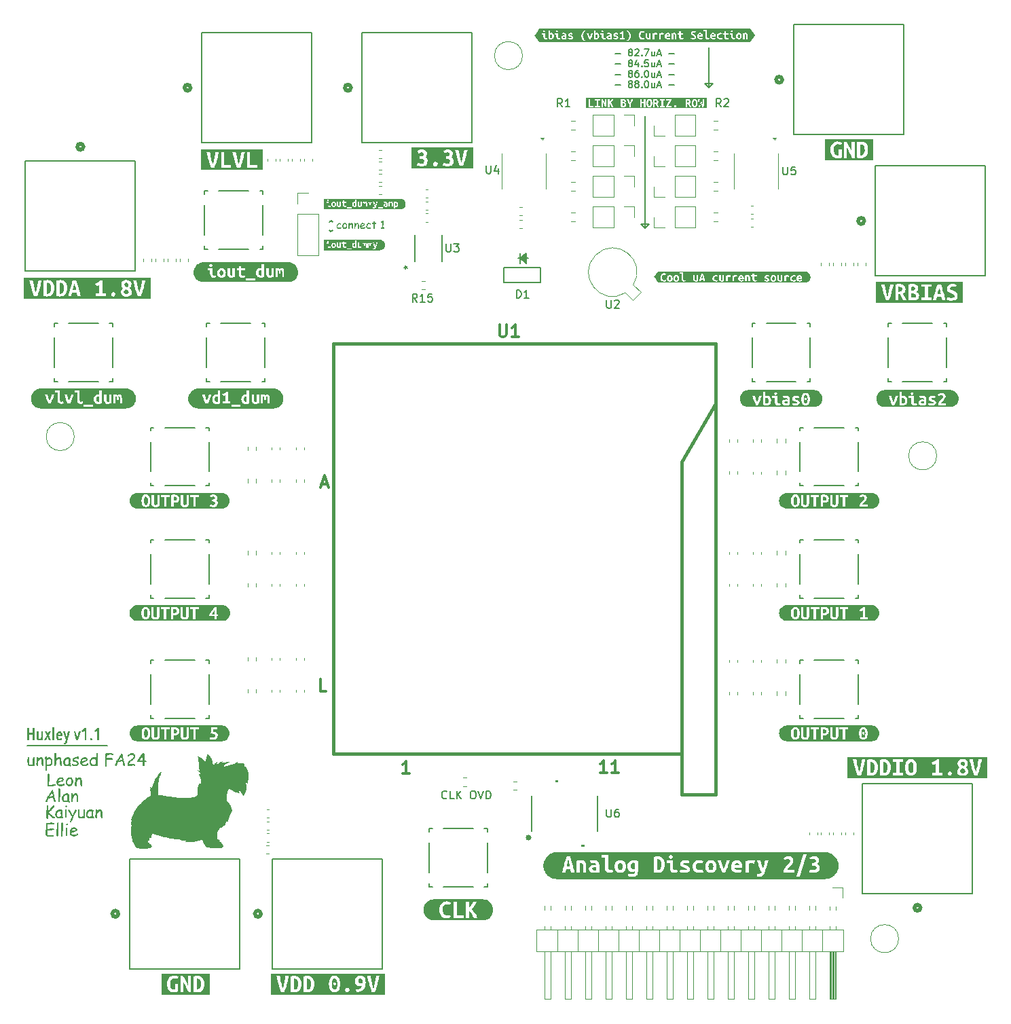
<source format=gbr>
%TF.GenerationSoftware,KiCad,Pcbnew,8.0.5*%
%TF.CreationDate,2024-11-07T20:20:18-05:00*%
%TF.ProjectId,huxley-rounded,6875786c-6579-42d7-926f-756e6465642e,rev?*%
%TF.SameCoordinates,Original*%
%TF.FileFunction,Legend,Top*%
%TF.FilePolarity,Positive*%
%FSLAX46Y46*%
G04 Gerber Fmt 4.6, Leading zero omitted, Abs format (unit mm)*
G04 Created by KiCad (PCBNEW 8.0.5) date 2024-11-07 20:20:18*
%MOMM*%
%LPD*%
G01*
G04 APERTURE LIST*
%ADD10C,0.150000*%
%ADD11C,0.375000*%
%ADD12C,0.304800*%
%ADD13C,0.120000*%
%ADD14C,0.000000*%
%ADD15C,0.152400*%
%ADD16C,0.508000*%
%ADD17C,0.381000*%
G04 APERTURE END LIST*
D10*
X97308207Y-143574580D02*
X97260588Y-143622200D01*
X97260588Y-143622200D02*
X97117731Y-143669819D01*
X97117731Y-143669819D02*
X97022493Y-143669819D01*
X97022493Y-143669819D02*
X96879636Y-143622200D01*
X96879636Y-143622200D02*
X96784398Y-143526961D01*
X96784398Y-143526961D02*
X96736779Y-143431723D01*
X96736779Y-143431723D02*
X96689160Y-143241247D01*
X96689160Y-143241247D02*
X96689160Y-143098390D01*
X96689160Y-143098390D02*
X96736779Y-142907914D01*
X96736779Y-142907914D02*
X96784398Y-142812676D01*
X96784398Y-142812676D02*
X96879636Y-142717438D01*
X96879636Y-142717438D02*
X97022493Y-142669819D01*
X97022493Y-142669819D02*
X97117731Y-142669819D01*
X97117731Y-142669819D02*
X97260588Y-142717438D01*
X97260588Y-142717438D02*
X97308207Y-142765057D01*
X98212969Y-143669819D02*
X97736779Y-143669819D01*
X97736779Y-143669819D02*
X97736779Y-142669819D01*
X98546303Y-143669819D02*
X98546303Y-142669819D01*
X99117731Y-143669819D02*
X98689160Y-143098390D01*
X99117731Y-142669819D02*
X98546303Y-143241247D01*
X100498684Y-142669819D02*
X100689160Y-142669819D01*
X100689160Y-142669819D02*
X100784398Y-142717438D01*
X100784398Y-142717438D02*
X100879636Y-142812676D01*
X100879636Y-142812676D02*
X100927255Y-143003152D01*
X100927255Y-143003152D02*
X100927255Y-143336485D01*
X100927255Y-143336485D02*
X100879636Y-143526961D01*
X100879636Y-143526961D02*
X100784398Y-143622200D01*
X100784398Y-143622200D02*
X100689160Y-143669819D01*
X100689160Y-143669819D02*
X100498684Y-143669819D01*
X100498684Y-143669819D02*
X100403446Y-143622200D01*
X100403446Y-143622200D02*
X100308208Y-143526961D01*
X100308208Y-143526961D02*
X100260589Y-143336485D01*
X100260589Y-143336485D02*
X100260589Y-143003152D01*
X100260589Y-143003152D02*
X100308208Y-142812676D01*
X100308208Y-142812676D02*
X100403446Y-142717438D01*
X100403446Y-142717438D02*
X100498684Y-142669819D01*
X101212970Y-142669819D02*
X101546303Y-143669819D01*
X101546303Y-143669819D02*
X101879636Y-142669819D01*
X102212970Y-143669819D02*
X102212970Y-142669819D01*
X102212970Y-142669819D02*
X102451065Y-142669819D01*
X102451065Y-142669819D02*
X102593922Y-142717438D01*
X102593922Y-142717438D02*
X102689160Y-142812676D01*
X102689160Y-142812676D02*
X102736779Y-142907914D01*
X102736779Y-142907914D02*
X102784398Y-143098390D01*
X102784398Y-143098390D02*
X102784398Y-143241247D01*
X102784398Y-143241247D02*
X102736779Y-143431723D01*
X102736779Y-143431723D02*
X102689160Y-143526961D01*
X102689160Y-143526961D02*
X102593922Y-143622200D01*
X102593922Y-143622200D02*
X102451065Y-143669819D01*
X102451065Y-143669819D02*
X102212970Y-143669819D01*
X129500000Y-54500000D02*
X130500000Y-54500000D01*
X130500000Y-54500000D02*
X130000000Y-55000000D01*
X122500000Y-72000000D02*
X122000000Y-72500000D01*
X122000000Y-58500000D02*
X122000000Y-72500000D01*
X45000000Y-137000000D02*
X55000000Y-137000000D01*
X130000000Y-50000000D02*
X130000000Y-55000000D01*
X121500000Y-72000000D02*
X122500000Y-72000000D01*
X130000000Y-55000000D02*
X129500000Y-54500000D01*
X122000000Y-72500000D02*
X121500000Y-72000000D01*
D11*
X107687500Y-148500000D02*
G75*
G02*
X107312500Y-148500000I-187500J0D01*
G01*
X107312500Y-148500000D02*
G75*
G02*
X107687500Y-148500000I187500J0D01*
G01*
D10*
G36*
X48338119Y-146091894D02*
G01*
X48263171Y-146078535D01*
X48188828Y-146045820D01*
X48119751Y-146003563D01*
X48059828Y-145959943D01*
X47995760Y-145907599D01*
X47927548Y-145846530D01*
X47891887Y-145812725D01*
X47583775Y-145497651D01*
X47583775Y-145512306D01*
X47582676Y-146058921D01*
X47562953Y-146133078D01*
X47492916Y-146162236D01*
X47423572Y-146137647D01*
X47399494Y-146110212D01*
X47372360Y-146041794D01*
X47370551Y-146017156D01*
X47370900Y-145935003D01*
X47371681Y-145860780D01*
X47372909Y-145779000D01*
X47374583Y-145689665D01*
X47376704Y-145592773D01*
X47378588Y-145515145D01*
X47380723Y-145433267D01*
X47383109Y-145347139D01*
X47384839Y-145287358D01*
X47387458Y-145198337D01*
X47389819Y-145113586D01*
X47391923Y-145033104D01*
X47393769Y-144956892D01*
X47395830Y-144861918D01*
X47397433Y-144774534D01*
X47398578Y-144694741D01*
X47399365Y-144605674D01*
X47399494Y-144557927D01*
X47423565Y-144488048D01*
X47428803Y-144482090D01*
X47495993Y-144450705D01*
X47501343Y-144450582D01*
X47571260Y-144478274D01*
X47574982Y-144482090D01*
X47604034Y-144549665D01*
X47604291Y-144557927D01*
X47603111Y-144632144D01*
X47600466Y-144707386D01*
X47596912Y-144784794D01*
X47592945Y-144859738D01*
X47592201Y-144873000D01*
X47588007Y-144947073D01*
X47584318Y-145024864D01*
X47581690Y-145102390D01*
X47580788Y-145182231D01*
X47580844Y-145189173D01*
X47633901Y-145135768D01*
X47689482Y-145077494D01*
X47747588Y-145014352D01*
X47797938Y-144958015D01*
X47850041Y-144898297D01*
X47892986Y-144848087D01*
X48188642Y-144492348D01*
X48251116Y-144452051D01*
X48267044Y-144450582D01*
X48335931Y-144478596D01*
X48339951Y-144482456D01*
X48371687Y-144548894D01*
X48372191Y-144560125D01*
X48340761Y-144636148D01*
X48297124Y-144700935D01*
X48246473Y-144767497D01*
X48196602Y-144828978D01*
X48138419Y-144897774D01*
X48106210Y-144934916D01*
X48048556Y-144999511D01*
X47990312Y-145063694D01*
X47931477Y-145127466D01*
X47872052Y-145190827D01*
X47812037Y-145253776D01*
X47751431Y-145316314D01*
X47727023Y-145341214D01*
X47778380Y-145394704D01*
X47839577Y-145456258D01*
X47898092Y-145513712D01*
X47963440Y-145576764D01*
X48020638Y-145631238D01*
X48082211Y-145689296D01*
X48114637Y-145719668D01*
X48222714Y-145811625D01*
X48287684Y-145854158D01*
X48349476Y-145880868D01*
X48412938Y-145923529D01*
X48430809Y-145984183D01*
X48409193Y-146052327D01*
X48346276Y-146091546D01*
X48338119Y-146091894D01*
G37*
G36*
X49142581Y-144974102D02*
G01*
X49219527Y-144994822D01*
X49267219Y-145012951D01*
X49334871Y-145047425D01*
X49390633Y-145099340D01*
X49407170Y-145152903D01*
X49386287Y-145202362D01*
X49374716Y-145276067D01*
X49370167Y-145332055D01*
X49366715Y-145406535D01*
X49364728Y-145487391D01*
X49363939Y-145562498D01*
X49365184Y-145637574D01*
X49371778Y-145713686D01*
X49381524Y-145765464D01*
X49404935Y-145839478D01*
X49433416Y-145914809D01*
X49446371Y-145947547D01*
X49469818Y-146002501D01*
X49476046Y-146020087D01*
X49447103Y-146088230D01*
X49380059Y-146115341D01*
X49318387Y-146072013D01*
X49308984Y-146062585D01*
X49260441Y-146005054D01*
X49240108Y-145974658D01*
X49174872Y-146011120D01*
X49104919Y-146045618D01*
X49065718Y-146062219D01*
X48992847Y-146085374D01*
X48940055Y-146091894D01*
X48854253Y-146087141D01*
X48777647Y-146072883D01*
X48699897Y-146044235D01*
X48634664Y-146002649D01*
X48588712Y-145956706D01*
X48548170Y-145894618D01*
X48517586Y-145819592D01*
X48499296Y-145744987D01*
X48488322Y-145660877D01*
X48484766Y-145583523D01*
X48484692Y-145571657D01*
X48687997Y-145571657D01*
X48692720Y-145652508D01*
X48709049Y-145727999D01*
X48744040Y-145798659D01*
X48747714Y-145803565D01*
X48806151Y-145853616D01*
X48877695Y-145877169D01*
X48927233Y-145880868D01*
X49002646Y-145875427D01*
X49077339Y-145855624D01*
X49095027Y-145847896D01*
X49160106Y-145806242D01*
X49199075Y-145776088D01*
X49189576Y-145701075D01*
X49180302Y-145619158D01*
X49173347Y-145546077D01*
X49168163Y-145471983D01*
X49166102Y-145402030D01*
X49170014Y-145328450D01*
X49171598Y-145313736D01*
X49183138Y-145238792D01*
X49188450Y-145212254D01*
X49123237Y-145185875D01*
X49079640Y-145177449D01*
X49002498Y-145184914D01*
X48930805Y-145207308D01*
X48864561Y-145244631D01*
X48803768Y-145296884D01*
X48753118Y-145358708D01*
X48716939Y-145425111D01*
X48695232Y-145496094D01*
X48687997Y-145571657D01*
X48484692Y-145571657D01*
X48484665Y-145567260D01*
X48488851Y-145491399D01*
X48501409Y-145419062D01*
X48527529Y-145336909D01*
X48565705Y-145259831D01*
X48615937Y-145187827D01*
X48656123Y-145142644D01*
X48711437Y-145091877D01*
X48782088Y-145042315D01*
X48857402Y-145005144D01*
X48937378Y-144980362D01*
X49022017Y-144967972D01*
X49066085Y-144966423D01*
X49142581Y-144974102D01*
G37*
G36*
X49846441Y-144708503D02*
G01*
X49774776Y-144688187D01*
X49760711Y-144677728D01*
X49725123Y-144611055D01*
X49724808Y-144602990D01*
X49754295Y-144534501D01*
X49760711Y-144528618D01*
X49828357Y-144498572D01*
X49846441Y-144497477D01*
X49917621Y-144518035D01*
X49931437Y-144528618D01*
X49966662Y-144594928D01*
X49966974Y-144602990D01*
X49937788Y-144671780D01*
X49931437Y-144677728D01*
X49861557Y-144707751D01*
X49846441Y-144708503D01*
G37*
G36*
X49892969Y-145563963D02*
G01*
X49893793Y-145642274D01*
X49895493Y-145721563D01*
X49896266Y-145751908D01*
X49898352Y-145830690D01*
X49899701Y-145904819D01*
X49899930Y-145940219D01*
X49877062Y-146010047D01*
X49872086Y-146015690D01*
X49804423Y-146044885D01*
X49798813Y-146045000D01*
X49729905Y-146019240D01*
X49726273Y-146015690D01*
X49698173Y-145945924D01*
X49698063Y-145940219D01*
X49697147Y-145861634D01*
X49695258Y-145782259D01*
X49694399Y-145751908D01*
X49692314Y-145673169D01*
X49690965Y-145599203D01*
X49690736Y-145563963D01*
X49691948Y-145490451D01*
X49695154Y-145413629D01*
X49699752Y-145336352D01*
X49700994Y-145318133D01*
X49706130Y-145239143D01*
X49709865Y-145160418D01*
X49711577Y-145084812D01*
X49711618Y-145072302D01*
X49734787Y-145001385D01*
X49739829Y-144995732D01*
X49809636Y-144966452D01*
X49812369Y-144966423D01*
X49881320Y-144992183D01*
X49884909Y-144995732D01*
X49913234Y-145063599D01*
X49913485Y-145072302D01*
X49912273Y-145145815D01*
X49909067Y-145222637D01*
X49904469Y-145299913D01*
X49903227Y-145318133D01*
X49898268Y-145397123D01*
X49894662Y-145475848D01*
X49893009Y-145551454D01*
X49892969Y-145563963D01*
G37*
G36*
X51135676Y-145126891D02*
G01*
X50779204Y-145891493D01*
X50747199Y-145959866D01*
X50709913Y-146041339D01*
X50675650Y-146118375D01*
X50644411Y-146190976D01*
X50616195Y-146259139D01*
X50586326Y-146335080D01*
X50577337Y-146358974D01*
X50509193Y-146557177D01*
X50466702Y-146617017D01*
X50416503Y-146631182D01*
X50345749Y-146607354D01*
X50341765Y-146604071D01*
X50310624Y-146537393D01*
X50324523Y-146463983D01*
X50347326Y-146393218D01*
X50373386Y-146322825D01*
X50406396Y-146240181D01*
X50435715Y-146170159D01*
X50468942Y-146093246D01*
X50506078Y-146009442D01*
X50533007Y-145949745D01*
X50164078Y-145236800D01*
X50117916Y-145161329D01*
X50090753Y-145091912D01*
X50090073Y-145081461D01*
X50114757Y-145010015D01*
X50122313Y-145001228D01*
X50187731Y-144966729D01*
X50195219Y-144966423D01*
X50263127Y-144996813D01*
X50268126Y-145003426D01*
X50312313Y-145069389D01*
X50357313Y-145141980D01*
X50403125Y-145221201D01*
X50449751Y-145307050D01*
X50485254Y-145375788D01*
X50521213Y-145448254D01*
X50557631Y-145524448D01*
X50594505Y-145604372D01*
X50631836Y-145688024D01*
X50644382Y-145716737D01*
X50796789Y-145353670D01*
X50827482Y-145286286D01*
X50862738Y-145211676D01*
X50897397Y-145141379D01*
X50931459Y-145075395D01*
X50955425Y-145030903D01*
X51004655Y-144975491D01*
X51041887Y-144966423D01*
X51110490Y-144992300D01*
X51116625Y-144997930D01*
X51148945Y-145064666D01*
X51149232Y-145072669D01*
X51135676Y-145126891D01*
G37*
G36*
X52171388Y-145436468D02*
G01*
X52171599Y-145512263D01*
X52172059Y-145590903D01*
X52172487Y-145649692D01*
X52173019Y-145724029D01*
X52173432Y-145799616D01*
X52173586Y-145862916D01*
X52176884Y-145929228D01*
X52180547Y-145995174D01*
X52152354Y-146063074D01*
X52150505Y-146064783D01*
X52080288Y-146091868D01*
X52077599Y-146091894D01*
X52006476Y-146070681D01*
X51976482Y-146024849D01*
X51901019Y-146057259D01*
X51828684Y-146077163D01*
X51751405Y-146088686D01*
X51679727Y-146091894D01*
X51599972Y-146086170D01*
X51522654Y-146066649D01*
X51456245Y-146033276D01*
X51398345Y-145981933D01*
X51359147Y-145916563D01*
X51339741Y-145844965D01*
X51328237Y-145762819D01*
X51318683Y-145683535D01*
X51311078Y-145607114D01*
X51305423Y-145533555D01*
X51301212Y-145449062D01*
X51299808Y-145368691D01*
X51302242Y-145287956D01*
X51308493Y-145211083D01*
X51318591Y-145129400D01*
X51330582Y-145053984D01*
X51365306Y-144985663D01*
X51428401Y-144966423D01*
X51498640Y-144990573D01*
X51502407Y-144993900D01*
X51532420Y-145061922D01*
X51532449Y-145064609D01*
X51527153Y-145138800D01*
X51517428Y-145211887D01*
X51507940Y-145286123D01*
X51502831Y-145359299D01*
X51502773Y-145366127D01*
X51503483Y-145446681D01*
X51505613Y-145521282D01*
X51509705Y-145598092D01*
X51514131Y-145652623D01*
X51523238Y-145728942D01*
X51537349Y-145804848D01*
X51547836Y-145843866D01*
X51614881Y-145871343D01*
X51679727Y-145880868D01*
X51758637Y-145877449D01*
X51839980Y-145867190D01*
X51914329Y-145852329D01*
X51971353Y-145837637D01*
X51970621Y-145632840D01*
X51968422Y-145437201D01*
X51969105Y-145357603D01*
X51971153Y-145282023D01*
X51975268Y-145198926D01*
X51981241Y-145121298D01*
X51987840Y-145059113D01*
X52018523Y-144989596D01*
X52087857Y-144966423D01*
X52158096Y-144990895D01*
X52161863Y-144994267D01*
X52190073Y-145063143D01*
X52171388Y-145436468D01*
G37*
G36*
X52989406Y-144974102D02*
G01*
X53066351Y-144994822D01*
X53114043Y-145012951D01*
X53181696Y-145047425D01*
X53237457Y-145099340D01*
X53253995Y-145152903D01*
X53233112Y-145202362D01*
X53221541Y-145276067D01*
X53216992Y-145332055D01*
X53213540Y-145406535D01*
X53211553Y-145487391D01*
X53210764Y-145562498D01*
X53212009Y-145637574D01*
X53218603Y-145713686D01*
X53228349Y-145765464D01*
X53251760Y-145839478D01*
X53280241Y-145914809D01*
X53293196Y-145947547D01*
X53316643Y-146002501D01*
X53322871Y-146020087D01*
X53293928Y-146088230D01*
X53226884Y-146115341D01*
X53165211Y-146072013D01*
X53155809Y-146062585D01*
X53107266Y-146005054D01*
X53086933Y-145974658D01*
X53021697Y-146011120D01*
X52951744Y-146045618D01*
X52912543Y-146062219D01*
X52839672Y-146085374D01*
X52786880Y-146091894D01*
X52701078Y-146087141D01*
X52624472Y-146072883D01*
X52546722Y-146044235D01*
X52481488Y-146002649D01*
X52435537Y-145956706D01*
X52394995Y-145894618D01*
X52364411Y-145819592D01*
X52346121Y-145744987D01*
X52335147Y-145660877D01*
X52331591Y-145583523D01*
X52331517Y-145571657D01*
X52534822Y-145571657D01*
X52539545Y-145652508D01*
X52555874Y-145727999D01*
X52590865Y-145798659D01*
X52594539Y-145803565D01*
X52652975Y-145853616D01*
X52724520Y-145877169D01*
X52774057Y-145880868D01*
X52849471Y-145875427D01*
X52924164Y-145855624D01*
X52941852Y-145847896D01*
X53006931Y-145806242D01*
X53045900Y-145776088D01*
X53036401Y-145701075D01*
X53027127Y-145619158D01*
X53020172Y-145546077D01*
X53014988Y-145471983D01*
X53012927Y-145402030D01*
X53016839Y-145328450D01*
X53018422Y-145313736D01*
X53029963Y-145238792D01*
X53035275Y-145212254D01*
X52970062Y-145185875D01*
X52926465Y-145177449D01*
X52849322Y-145184914D01*
X52777629Y-145207308D01*
X52711386Y-145244631D01*
X52650593Y-145296884D01*
X52599943Y-145358708D01*
X52563764Y-145425111D01*
X52542057Y-145496094D01*
X52534822Y-145571657D01*
X52331517Y-145571657D01*
X52331489Y-145567260D01*
X52335675Y-145491399D01*
X52348233Y-145419062D01*
X52374354Y-145336909D01*
X52412530Y-145259831D01*
X52462762Y-145187827D01*
X52502948Y-145142644D01*
X52558262Y-145091877D01*
X52628913Y-145042315D01*
X52704227Y-145005144D01*
X52784203Y-144980362D01*
X52868842Y-144967972D01*
X52912909Y-144966423D01*
X52989406Y-144974102D01*
G37*
G36*
X54286775Y-146091894D02*
G01*
X54214391Y-146066045D01*
X54186758Y-146000303D01*
X54157815Y-145786713D01*
X54149680Y-145710068D01*
X54144922Y-145636800D01*
X54143527Y-145573122D01*
X54146332Y-145496506D01*
X54147191Y-145480799D01*
X54150565Y-145406401D01*
X54150854Y-145388108D01*
X54146910Y-145306025D01*
X54130246Y-145230114D01*
X54078404Y-145178272D01*
X54068422Y-145177449D01*
X53990294Y-145193164D01*
X53921371Y-145234723D01*
X53867676Y-145286672D01*
X53847871Y-145310439D01*
X53803014Y-145374896D01*
X53763333Y-145447368D01*
X53732856Y-145517354D01*
X53706341Y-145593477D01*
X53699494Y-145616353D01*
X53692889Y-145692762D01*
X53690334Y-145714173D01*
X53684496Y-145787262D01*
X53684106Y-145810893D01*
X53688875Y-145886467D01*
X53690334Y-145901018D01*
X53696265Y-145976339D01*
X53696563Y-145990778D01*
X53671447Y-146060136D01*
X53667986Y-146063684D01*
X53598201Y-146091867D01*
X53595446Y-146091894D01*
X53525722Y-146067100D01*
X53522173Y-146063684D01*
X53494803Y-145995656D01*
X53494696Y-145990045D01*
X53489366Y-145914190D01*
X53487735Y-145899553D01*
X53481553Y-145825776D01*
X53481140Y-145808695D01*
X53482872Y-145727933D01*
X53486865Y-145647752D01*
X53492360Y-145565824D01*
X53495795Y-145521099D01*
X53501648Y-145444458D01*
X53506577Y-145366227D01*
X53509877Y-145290152D01*
X53510816Y-145233136D01*
X53508208Y-145156561D01*
X53507152Y-145137515D01*
X53504116Y-145062492D01*
X53503855Y-145041894D01*
X53531361Y-144972553D01*
X53533164Y-144970819D01*
X53603016Y-144943003D01*
X53605704Y-144942976D01*
X53675906Y-144972841D01*
X53706403Y-145047040D01*
X53710118Y-145078897D01*
X53713049Y-145200896D01*
X53767320Y-145133348D01*
X53822057Y-145077248D01*
X53888354Y-145025041D01*
X53955322Y-144989321D01*
X54034297Y-144968484D01*
X54068422Y-144966423D01*
X54144603Y-144975124D01*
X54215363Y-145005714D01*
X54270299Y-145058329D01*
X54298133Y-145105642D01*
X54323848Y-145179886D01*
X54337803Y-145256280D01*
X54344856Y-145336010D01*
X54346493Y-145380048D01*
X54346493Y-145479699D01*
X54345394Y-145571657D01*
X54349022Y-145646196D01*
X54357759Y-145721546D01*
X54367376Y-145783415D01*
X54379161Y-145859715D01*
X54387083Y-145932653D01*
X54389724Y-145994075D01*
X54362218Y-146063073D01*
X54360415Y-146064783D01*
X54292258Y-146091788D01*
X54286775Y-146091894D01*
G37*
G36*
X83905931Y-72611263D02*
G01*
X83854732Y-72608360D01*
X83799166Y-72597638D01*
X83748089Y-72579015D01*
X83701500Y-72552491D01*
X83670969Y-72528709D01*
X83632426Y-72488133D01*
X83603350Y-72442275D01*
X83583740Y-72391134D01*
X83574466Y-72343095D01*
X83572051Y-72300097D01*
X83575314Y-72249055D01*
X83585103Y-72197412D01*
X83601418Y-72145168D01*
X83624258Y-72092323D01*
X83648277Y-72047826D01*
X83664863Y-72020928D01*
X83697711Y-71974840D01*
X83731835Y-71936564D01*
X83774467Y-71900943D01*
X83818938Y-71876572D01*
X83873142Y-71862355D01*
X83897138Y-71860949D01*
X83949780Y-71865517D01*
X84002018Y-71877730D01*
X84047592Y-71893433D01*
X84093540Y-71915476D01*
X84132514Y-71946292D01*
X84152514Y-71991774D01*
X84152616Y-71995526D01*
X84136342Y-72042079D01*
X84135275Y-72043398D01*
X84092777Y-72064159D01*
X84058094Y-72053168D01*
X84029762Y-72031430D01*
X83984422Y-72011061D01*
X83934957Y-72003058D01*
X83897138Y-72001632D01*
X83849119Y-72015082D01*
X83810089Y-72046092D01*
X83775589Y-72088774D01*
X83758408Y-72115450D01*
X83734045Y-72159745D01*
X83713529Y-72207105D01*
X83699790Y-72256225D01*
X83695882Y-72296189D01*
X83703184Y-72348789D01*
X83725089Y-72393077D01*
X83757676Y-72426127D01*
X83801200Y-72451435D01*
X83852517Y-72466238D01*
X83905931Y-72470579D01*
X83956842Y-72462571D01*
X83993859Y-72447864D01*
X84073482Y-72403900D01*
X84103035Y-72392421D01*
X84146999Y-72414159D01*
X84165489Y-72460255D01*
X84165561Y-72463740D01*
X84145319Y-72509888D01*
X84106073Y-72542050D01*
X84059804Y-72567299D01*
X84010109Y-72588551D01*
X83960783Y-72604007D01*
X83909778Y-72611220D01*
X83905931Y-72611263D01*
G37*
G36*
X84671434Y-71865354D02*
G01*
X84722859Y-71881627D01*
X84767925Y-71909893D01*
X84806634Y-71950149D01*
X84830390Y-71986245D01*
X84852269Y-72032554D01*
X84868538Y-72082790D01*
X84879197Y-72136953D01*
X84883868Y-72186503D01*
X84884612Y-72230000D01*
X84881218Y-72285406D01*
X84872499Y-72337688D01*
X84858457Y-72386843D01*
X84839091Y-72432874D01*
X84814402Y-72475778D01*
X84804989Y-72489385D01*
X84770007Y-72530805D01*
X84731006Y-72563654D01*
X84687987Y-72587935D01*
X84640949Y-72603645D01*
X84589893Y-72610787D01*
X84571981Y-72611263D01*
X84523076Y-72607195D01*
X84470934Y-72592587D01*
X84422792Y-72567353D01*
X84383948Y-72536559D01*
X84373412Y-72526266D01*
X84341782Y-72488619D01*
X84316316Y-72446387D01*
X84297016Y-72399570D01*
X84283882Y-72348167D01*
X84276912Y-72292179D01*
X84275959Y-72272498D01*
X84275979Y-72271765D01*
X84411514Y-72271765D01*
X84415803Y-72323693D01*
X84430629Y-72373324D01*
X84459170Y-72418110D01*
X84465736Y-72425150D01*
X84505227Y-72454563D01*
X84553526Y-72469470D01*
X84572226Y-72470579D01*
X84622933Y-72463332D01*
X84668076Y-72441590D01*
X84695080Y-72419043D01*
X84726197Y-72379435D01*
X84746581Y-72332051D01*
X84755749Y-72282757D01*
X84756873Y-72264926D01*
X84756766Y-72203377D01*
X84751561Y-72150010D01*
X84737884Y-72094807D01*
X84710956Y-72045440D01*
X84672557Y-72014482D01*
X84622686Y-72001934D01*
X84613258Y-72001632D01*
X84560053Y-72008950D01*
X84513919Y-72031454D01*
X84474856Y-72069143D01*
X84456210Y-72096643D01*
X84434604Y-72141502D01*
X84420069Y-72189800D01*
X84412605Y-72241536D01*
X84411514Y-72271765D01*
X84275979Y-72271765D01*
X84277525Y-72215734D01*
X84285152Y-72161581D01*
X84298842Y-72110038D01*
X84318595Y-72061106D01*
X84344409Y-72014783D01*
X84354361Y-71999923D01*
X84386212Y-71959886D01*
X84429328Y-71920800D01*
X84477785Y-71891485D01*
X84531584Y-71871942D01*
X84580496Y-71863120D01*
X84622295Y-71860949D01*
X84671434Y-71865354D01*
G37*
G36*
X85577041Y-72611263D02*
G01*
X85528784Y-72594030D01*
X85510362Y-72550202D01*
X85491067Y-72407808D01*
X85485644Y-72356712D01*
X85482472Y-72307866D01*
X85481542Y-72265415D01*
X85483412Y-72214337D01*
X85483984Y-72203866D01*
X85486233Y-72154267D01*
X85486427Y-72142072D01*
X85483797Y-72087350D01*
X85472688Y-72036742D01*
X85438127Y-72002181D01*
X85431472Y-72001632D01*
X85379386Y-72012109D01*
X85333438Y-72039815D01*
X85297641Y-72074448D01*
X85284438Y-72090293D01*
X85254533Y-72133264D01*
X85228079Y-72181578D01*
X85207761Y-72228236D01*
X85190085Y-72278985D01*
X85185519Y-72294235D01*
X85181116Y-72345174D01*
X85179413Y-72359448D01*
X85175521Y-72408175D01*
X85175261Y-72423928D01*
X85178440Y-72474311D01*
X85179413Y-72484012D01*
X85183367Y-72534226D01*
X85183565Y-72543852D01*
X85166821Y-72590091D01*
X85164515Y-72592456D01*
X85117991Y-72611244D01*
X85116154Y-72611263D01*
X85069672Y-72594733D01*
X85067306Y-72592456D01*
X85049059Y-72547104D01*
X85048988Y-72543363D01*
X85045435Y-72492793D01*
X85044347Y-72483035D01*
X85040225Y-72433851D01*
X85039951Y-72422463D01*
X85041105Y-72368622D01*
X85043767Y-72315168D01*
X85047431Y-72260549D01*
X85049720Y-72230732D01*
X85053622Y-72179638D01*
X85056908Y-72127485D01*
X85059108Y-72076768D01*
X85059734Y-72038757D01*
X85057996Y-71987707D01*
X85057292Y-71975010D01*
X85055268Y-71924995D01*
X85055094Y-71911263D01*
X85073431Y-71865035D01*
X85074633Y-71863879D01*
X85121201Y-71845335D01*
X85122993Y-71845317D01*
X85169794Y-71865227D01*
X85190126Y-71914693D01*
X85192602Y-71935931D01*
X85194556Y-72017264D01*
X85230737Y-71972232D01*
X85267228Y-71934832D01*
X85311427Y-71900027D01*
X85356071Y-71876214D01*
X85408722Y-71862322D01*
X85431472Y-71860949D01*
X85482259Y-71866749D01*
X85529432Y-71887143D01*
X85566056Y-71922219D01*
X85584612Y-71953761D01*
X85601755Y-72003257D01*
X85611059Y-72054187D01*
X85615761Y-72107340D01*
X85616852Y-72136699D01*
X85616852Y-72203133D01*
X85616120Y-72264438D01*
X85618538Y-72314130D01*
X85624363Y-72364364D01*
X85630774Y-72405610D01*
X85638631Y-72456477D01*
X85643912Y-72505102D01*
X85645673Y-72546050D01*
X85627336Y-72592048D01*
X85626133Y-72593189D01*
X85580696Y-72611192D01*
X85577041Y-72611263D01*
G37*
G36*
X86309769Y-72611263D02*
G01*
X86261513Y-72594030D01*
X86243091Y-72550202D01*
X86223796Y-72407808D01*
X86218373Y-72356712D01*
X86215200Y-72307866D01*
X86214270Y-72265415D01*
X86216140Y-72214337D01*
X86216713Y-72203866D01*
X86218962Y-72154267D01*
X86219155Y-72142072D01*
X86216525Y-72087350D01*
X86205416Y-72036742D01*
X86170855Y-72002181D01*
X86164200Y-72001632D01*
X86112115Y-72012109D01*
X86066167Y-72039815D01*
X86030370Y-72074448D01*
X86017166Y-72090293D01*
X85987262Y-72133264D01*
X85960807Y-72181578D01*
X85940490Y-72228236D01*
X85922813Y-72278985D01*
X85918248Y-72294235D01*
X85913845Y-72345174D01*
X85912142Y-72359448D01*
X85908249Y-72408175D01*
X85907990Y-72423928D01*
X85911169Y-72474311D01*
X85912142Y-72484012D01*
X85916095Y-72534226D01*
X85916294Y-72543852D01*
X85899550Y-72590091D01*
X85897243Y-72592456D01*
X85850720Y-72611244D01*
X85848883Y-72611263D01*
X85802400Y-72594733D01*
X85800034Y-72592456D01*
X85781788Y-72547104D01*
X85781716Y-72543363D01*
X85778163Y-72492793D01*
X85777076Y-72483035D01*
X85772954Y-72433851D01*
X85772679Y-72422463D01*
X85773834Y-72368622D01*
X85776495Y-72315168D01*
X85780159Y-72260549D01*
X85782449Y-72230732D01*
X85786351Y-72179638D01*
X85789637Y-72127485D01*
X85791837Y-72076768D01*
X85792463Y-72038757D01*
X85790724Y-71987707D01*
X85790020Y-71975010D01*
X85787996Y-71924995D01*
X85787822Y-71911263D01*
X85806160Y-71865035D01*
X85807362Y-71863879D01*
X85853930Y-71845335D01*
X85855722Y-71845317D01*
X85902523Y-71865227D01*
X85922854Y-71914693D01*
X85925331Y-71935931D01*
X85927285Y-72017264D01*
X85963466Y-71972232D01*
X85999957Y-71934832D01*
X86044155Y-71900027D01*
X86088800Y-71876214D01*
X86141450Y-71862322D01*
X86164200Y-71860949D01*
X86214988Y-71866749D01*
X86262161Y-71887143D01*
X86298785Y-71922219D01*
X86317341Y-71953761D01*
X86334484Y-72003257D01*
X86343788Y-72054187D01*
X86348489Y-72107340D01*
X86349581Y-72136699D01*
X86349581Y-72203133D01*
X86348848Y-72264438D01*
X86351267Y-72314130D01*
X86357091Y-72364364D01*
X86363503Y-72405610D01*
X86371359Y-72456477D01*
X86376641Y-72505102D01*
X86378401Y-72546050D01*
X86360064Y-72592048D01*
X86358862Y-72593189D01*
X86313424Y-72611192D01*
X86309769Y-72611263D01*
G37*
G36*
X86872199Y-71863376D02*
G01*
X86921353Y-71870657D01*
X86970375Y-71884651D01*
X87003907Y-71899783D01*
X87046766Y-71930906D01*
X87077935Y-71975003D01*
X87091182Y-72023256D01*
X87092568Y-72047306D01*
X87081645Y-72097727D01*
X87052443Y-72140808D01*
X87014898Y-72173824D01*
X86970206Y-72198775D01*
X86925873Y-72219949D01*
X86876215Y-72242145D01*
X86869330Y-72245143D01*
X86607013Y-72360425D01*
X86641431Y-72400443D01*
X86681976Y-72431593D01*
X86702756Y-72442979D01*
X86752495Y-72460849D01*
X86803918Y-72469258D01*
X86836357Y-72470579D01*
X86887892Y-72466304D01*
X86935879Y-72456537D01*
X86947732Y-72453482D01*
X86996640Y-72436950D01*
X87039102Y-72411318D01*
X87052023Y-72396573D01*
X87089118Y-72363371D01*
X87102337Y-72361158D01*
X87145080Y-72380209D01*
X87164131Y-72424661D01*
X87152133Y-72472408D01*
X87120820Y-72511668D01*
X87076669Y-72543614D01*
X87041277Y-72562170D01*
X86995502Y-72581299D01*
X86943875Y-72597407D01*
X86892981Y-72607379D01*
X86842820Y-72611215D01*
X86836601Y-72611263D01*
X86780427Y-72608532D01*
X86728409Y-72600340D01*
X86680547Y-72586688D01*
X86629961Y-72563857D01*
X86585031Y-72533593D01*
X86549339Y-72498932D01*
X86517032Y-72452373D01*
X86497340Y-72407218D01*
X86485032Y-72357221D01*
X86480109Y-72302381D01*
X86480006Y-72292770D01*
X86481928Y-72243189D01*
X86595289Y-72243189D01*
X86806071Y-72150132D01*
X86857048Y-72126352D01*
X86901199Y-72103950D01*
X86947937Y-72077175D01*
X86983391Y-72052679D01*
X86941822Y-72025760D01*
X86890998Y-72008811D01*
X86837345Y-72002081D01*
X86817794Y-72001632D01*
X86768178Y-72007524D01*
X86719936Y-72027614D01*
X86681840Y-72058249D01*
X86678332Y-72061960D01*
X86646294Y-72105476D01*
X86622191Y-72154836D01*
X86604529Y-72206822D01*
X86595289Y-72243189D01*
X86481928Y-72243189D01*
X86482117Y-72238313D01*
X86488450Y-72186682D01*
X86499004Y-72137877D01*
X86517243Y-72083043D01*
X86541560Y-72032278D01*
X86566468Y-71993084D01*
X86597398Y-71955018D01*
X86638591Y-71917855D01*
X86684232Y-71889982D01*
X86734321Y-71871401D01*
X86788858Y-71862110D01*
X86817794Y-71860949D01*
X86872199Y-71863376D01*
G37*
G36*
X87593021Y-72611263D02*
G01*
X87541822Y-72608360D01*
X87486256Y-72597638D01*
X87435179Y-72579015D01*
X87388590Y-72552491D01*
X87358060Y-72528709D01*
X87319516Y-72488133D01*
X87290440Y-72442275D01*
X87270830Y-72391134D01*
X87261556Y-72343095D01*
X87259141Y-72300097D01*
X87262404Y-72249055D01*
X87272193Y-72197412D01*
X87288508Y-72145168D01*
X87311348Y-72092323D01*
X87335367Y-72047826D01*
X87351953Y-72020928D01*
X87384801Y-71974840D01*
X87418925Y-71936564D01*
X87461557Y-71900943D01*
X87506028Y-71876572D01*
X87560232Y-71862355D01*
X87584228Y-71860949D01*
X87636870Y-71865517D01*
X87689108Y-71877730D01*
X87734682Y-71893433D01*
X87780630Y-71915476D01*
X87819604Y-71946292D01*
X87839604Y-71991774D01*
X87839706Y-71995526D01*
X87823432Y-72042079D01*
X87822365Y-72043398D01*
X87779867Y-72064159D01*
X87745184Y-72053168D01*
X87716852Y-72031430D01*
X87671512Y-72011061D01*
X87622047Y-72003058D01*
X87584228Y-72001632D01*
X87536209Y-72015082D01*
X87497179Y-72046092D01*
X87462679Y-72088774D01*
X87445498Y-72115450D01*
X87421135Y-72159745D01*
X87400619Y-72207105D01*
X87386880Y-72256225D01*
X87382972Y-72296189D01*
X87390274Y-72348789D01*
X87412179Y-72393077D01*
X87444766Y-72426127D01*
X87488290Y-72451435D01*
X87539607Y-72466238D01*
X87593021Y-72470579D01*
X87643932Y-72462571D01*
X87680949Y-72447864D01*
X87760572Y-72403900D01*
X87790125Y-72392421D01*
X87834089Y-72414159D01*
X87852579Y-72460255D01*
X87852651Y-72463740D01*
X87832409Y-72509888D01*
X87793163Y-72542050D01*
X87746894Y-72567299D01*
X87697199Y-72588551D01*
X87647873Y-72604007D01*
X87596868Y-72611220D01*
X87593021Y-72611263D01*
G37*
G36*
X88461304Y-71993817D02*
G01*
X88427110Y-71992595D01*
X88393161Y-71991130D01*
X88342345Y-71996094D01*
X88299860Y-72001632D01*
X88312805Y-72399748D01*
X88313538Y-72429302D01*
X88314270Y-72463740D01*
X88312556Y-72513875D01*
X88301801Y-72564585D01*
X88271212Y-72604203D01*
X88242219Y-72611263D01*
X88195621Y-72594759D01*
X88194347Y-72593677D01*
X88174075Y-72549713D01*
X88175084Y-72499599D01*
X88176029Y-72472777D01*
X88177806Y-72423189D01*
X88178227Y-72395840D01*
X88164549Y-72001632D01*
X88115201Y-71998597D01*
X88065446Y-71994561D01*
X88011898Y-71989665D01*
X87966102Y-71968232D01*
X87950837Y-71920544D01*
X87966082Y-71873349D01*
X87969399Y-71869497D01*
X88014991Y-71849245D01*
X88016782Y-71849225D01*
X88160886Y-71860949D01*
X88159645Y-71810249D01*
X88157711Y-71771311D01*
X88155424Y-71720448D01*
X88154780Y-71690223D01*
X88174563Y-71644549D01*
X88221619Y-71626493D01*
X88223412Y-71626475D01*
X88270195Y-71647727D01*
X88291238Y-71695332D01*
X88295708Y-71723196D01*
X88297631Y-71773418D01*
X88297662Y-71781814D01*
X88296441Y-71820160D01*
X88295708Y-71860949D01*
X88345681Y-71854691D01*
X88393161Y-71849958D01*
X88443123Y-71851086D01*
X88486706Y-71856796D01*
X88523536Y-71891478D01*
X88528471Y-71922742D01*
X88512825Y-71969937D01*
X88509420Y-71973789D01*
X88463126Y-71993797D01*
X88461304Y-71993817D01*
G37*
G36*
X89467341Y-72580000D02*
G01*
X89330565Y-72580000D01*
X89194521Y-72579267D01*
X89145635Y-72576595D01*
X89127110Y-72572428D01*
X89094367Y-72534509D01*
X89092184Y-72514298D01*
X89107365Y-72467415D01*
X89152909Y-72442170D01*
X89200139Y-72437362D01*
X89233112Y-72438094D01*
X89261200Y-72439316D01*
X89258910Y-72387395D01*
X89255338Y-72344794D01*
X89251331Y-72295900D01*
X89249476Y-72250760D01*
X89250732Y-72196250D01*
X89253445Y-72144209D01*
X89256980Y-72092887D01*
X89261631Y-72035365D01*
X89265352Y-71993572D01*
X89269697Y-71942524D01*
X89273887Y-71886538D01*
X89276961Y-71836307D01*
X89279136Y-71784974D01*
X89279762Y-71735896D01*
X89237890Y-71770090D01*
X89197270Y-71799094D01*
X89162281Y-71814054D01*
X89115928Y-71794341D01*
X89114654Y-71793049D01*
X89094461Y-71748084D01*
X89094382Y-71744689D01*
X89117470Y-71698035D01*
X89153489Y-71664822D01*
X89195055Y-71632779D01*
X89234133Y-71600277D01*
X89258513Y-71579337D01*
X89295822Y-71546493D01*
X89339145Y-71523137D01*
X89374040Y-71517055D01*
X89416325Y-71543804D01*
X89419958Y-71568834D01*
X89415806Y-71614996D01*
X89411653Y-71661158D01*
X89413266Y-71712432D01*
X89414096Y-71728569D01*
X89416250Y-71777771D01*
X89416538Y-71795736D01*
X89415224Y-71844845D01*
X89411851Y-71898521D01*
X89407196Y-71953227D01*
X89401941Y-72005866D01*
X89399930Y-72024591D01*
X89394368Y-72078982D01*
X89389958Y-72128032D01*
X89386266Y-72178506D01*
X89383821Y-72232721D01*
X89383565Y-72252958D01*
X89385266Y-72302057D01*
X89388939Y-72347725D01*
X89393335Y-72398588D01*
X89395289Y-72439316D01*
X89467341Y-72438094D01*
X89513783Y-72457119D01*
X89514968Y-72458367D01*
X89533945Y-72505178D01*
X89534019Y-72508925D01*
X89518373Y-72556120D01*
X89514968Y-72559972D01*
X89469132Y-72579980D01*
X89467341Y-72580000D01*
G37*
X131508207Y-57369819D02*
X131174874Y-56893628D01*
X130936779Y-57369819D02*
X130936779Y-56369819D01*
X130936779Y-56369819D02*
X131317731Y-56369819D01*
X131317731Y-56369819D02*
X131412969Y-56417438D01*
X131412969Y-56417438D02*
X131460588Y-56465057D01*
X131460588Y-56465057D02*
X131508207Y-56560295D01*
X131508207Y-56560295D02*
X131508207Y-56703152D01*
X131508207Y-56703152D02*
X131460588Y-56798390D01*
X131460588Y-56798390D02*
X131412969Y-56846009D01*
X131412969Y-56846009D02*
X131317731Y-56893628D01*
X131317731Y-56893628D02*
X130936779Y-56893628D01*
X131889160Y-56465057D02*
X131936779Y-56417438D01*
X131936779Y-56417438D02*
X132032017Y-56369819D01*
X132032017Y-56369819D02*
X132270112Y-56369819D01*
X132270112Y-56369819D02*
X132365350Y-56417438D01*
X132365350Y-56417438D02*
X132412969Y-56465057D01*
X132412969Y-56465057D02*
X132460588Y-56560295D01*
X132460588Y-56560295D02*
X132460588Y-56655533D01*
X132460588Y-56655533D02*
X132412969Y-56798390D01*
X132412969Y-56798390D02*
X131841541Y-57369819D01*
X131841541Y-57369819D02*
X132460588Y-57369819D01*
G36*
X45650331Y-136345000D02*
G01*
X45650331Y-135665027D01*
X45203000Y-135665027D01*
X45203000Y-136345000D01*
X44952041Y-136345000D01*
X44952041Y-134844371D01*
X45203000Y-134844371D01*
X45203000Y-135454002D01*
X45650331Y-135454002D01*
X45650331Y-134844371D01*
X45901657Y-134844371D01*
X45901657Y-136345000D01*
X45650331Y-136345000D01*
G37*
G36*
X46731106Y-136345000D02*
G01*
X46731106Y-136183066D01*
X46726709Y-136183066D01*
X46693310Y-136254313D01*
X46645044Y-136315461D01*
X46628524Y-136331078D01*
X46562336Y-136372651D01*
X46489700Y-136390409D01*
X46458897Y-136391894D01*
X46383426Y-136383683D01*
X46316381Y-136354525D01*
X46260952Y-136301625D01*
X46232850Y-136255607D01*
X46206982Y-136184962D01*
X46192916Y-136114556D01*
X46185290Y-136039461D01*
X46182333Y-135963238D01*
X46182292Y-135952990D01*
X46182292Y-135277414D01*
X46420795Y-135277414D01*
X46420795Y-135952990D01*
X46424105Y-136027849D01*
X46424825Y-136035422D01*
X46442777Y-136107962D01*
X46483077Y-136160718D01*
X46551587Y-136180868D01*
X46623578Y-136161085D01*
X46676096Y-136106602D01*
X46679082Y-136101734D01*
X46709919Y-136030302D01*
X46724430Y-135951700D01*
X46726709Y-135900233D01*
X46726709Y-135277414D01*
X46965212Y-135277414D01*
X46965212Y-136345000D01*
X46731106Y-136345000D01*
G37*
G36*
X47718457Y-136345000D02*
G01*
X47551762Y-135952623D01*
X47381036Y-136345000D01*
X47119452Y-136345000D01*
X47397889Y-135781531D01*
X47144731Y-135268621D01*
X47404117Y-135268621D01*
X47553960Y-135619232D01*
X47701605Y-135268621D01*
X47959159Y-135268621D01*
X47708199Y-135781531D01*
X47982240Y-136345000D01*
X47718457Y-136345000D01*
G37*
G36*
X48133914Y-136345000D02*
G01*
X48133914Y-134749483D01*
X48374249Y-134749483D01*
X48374249Y-136345000D01*
X48133914Y-136345000D01*
G37*
G36*
X49079976Y-135248694D02*
G01*
X49154518Y-135269822D01*
X49182815Y-135283642D01*
X49245128Y-135327944D01*
X49295365Y-135385287D01*
X49301151Y-135393918D01*
X49336203Y-135459985D01*
X49360338Y-135529998D01*
X49367463Y-135559148D01*
X49380412Y-135632633D01*
X49387384Y-135710754D01*
X49388712Y-135765411D01*
X49388712Y-135852606D01*
X48829274Y-135852606D01*
X48833215Y-135926421D01*
X48841730Y-135980467D01*
X48863451Y-136052542D01*
X48878733Y-136084881D01*
X48925393Y-136144471D01*
X48938084Y-136154856D01*
X49007968Y-136180462D01*
X49019417Y-136180868D01*
X49093649Y-136162724D01*
X49123464Y-136138736D01*
X49168131Y-136077916D01*
X49186113Y-136041650D01*
X49361235Y-136143133D01*
X49328326Y-136209450D01*
X49283284Y-136272152D01*
X49228977Y-136324117D01*
X49164706Y-136362705D01*
X49089265Y-136385275D01*
X49010990Y-136391894D01*
X48932306Y-136384829D01*
X48860704Y-136363634D01*
X48796184Y-136328309D01*
X48738747Y-136278854D01*
X48709106Y-136244249D01*
X48664710Y-136173341D01*
X48635335Y-136102767D01*
X48613971Y-136023152D01*
X48602288Y-135949899D01*
X48596168Y-135870366D01*
X48595167Y-135819633D01*
X48598029Y-135741215D01*
X48604145Y-135688475D01*
X48831472Y-135688475D01*
X49160833Y-135688475D01*
X49154545Y-135610169D01*
X49131662Y-135536044D01*
X49122732Y-135519214D01*
X49066832Y-135466484D01*
X49004762Y-135454002D01*
X48933716Y-135472234D01*
X48925261Y-135477815D01*
X48875072Y-135533092D01*
X48872505Y-135537533D01*
X48844169Y-135606758D01*
X48842096Y-135614469D01*
X48831472Y-135688475D01*
X48604145Y-135688475D01*
X48606616Y-135667163D01*
X48622673Y-135590746D01*
X48624476Y-135584061D01*
X48647865Y-135514402D01*
X48680194Y-135446704D01*
X48709106Y-135401612D01*
X48757022Y-135345501D01*
X48815926Y-135298056D01*
X48838799Y-135284375D01*
X48907882Y-135256075D01*
X48983696Y-135243623D01*
X49006594Y-135242976D01*
X49079976Y-135248694D01*
G37*
G36*
X50012997Y-136508398D02*
G01*
X49991466Y-136580317D01*
X49964950Y-136649754D01*
X49963171Y-136653845D01*
X49926914Y-136721477D01*
X49892463Y-136765586D01*
X49833501Y-136814845D01*
X49792079Y-136836294D01*
X49720582Y-136856142D01*
X49656158Y-136860840D01*
X49582201Y-136856628D01*
X49574825Y-136855711D01*
X49510711Y-136842522D01*
X49540020Y-136632962D01*
X49581053Y-136644319D01*
X49628681Y-136649815D01*
X49700987Y-136628572D01*
X49715143Y-136615010D01*
X49751207Y-136547965D01*
X49759473Y-136519023D01*
X49791346Y-136386032D01*
X49477006Y-135284375D01*
X49727965Y-135284375D01*
X49915910Y-136094773D01*
X49922138Y-136094773D01*
X50093230Y-135284375D01*
X50335764Y-135284375D01*
X50012997Y-136508398D01*
G37*
G36*
X51352424Y-136345000D02*
G01*
X51067393Y-136345000D01*
X50782728Y-135268621D01*
X51033688Y-135268621D01*
X51215038Y-136094040D01*
X51219434Y-136094040D01*
X51394556Y-135268621D01*
X51637090Y-135268621D01*
X51352424Y-136345000D01*
G37*
G36*
X52141573Y-136345000D02*
G01*
X52141573Y-135138928D01*
X51892445Y-135326507D01*
X51778506Y-135130502D01*
X52162822Y-134844371D01*
X52388136Y-134844371D01*
X52388136Y-136345000D01*
X52141573Y-136345000D01*
G37*
G36*
X53106210Y-136217138D02*
G01*
X53090039Y-136289266D01*
X53064811Y-136324849D01*
X53001489Y-136363295D01*
X52960764Y-136368447D01*
X52887516Y-136349671D01*
X52857083Y-136324849D01*
X52821868Y-136258792D01*
X52817149Y-136217138D01*
X52834347Y-136142651D01*
X52857083Y-136109427D01*
X52919917Y-136069043D01*
X52960764Y-136063632D01*
X53034004Y-136083354D01*
X53064811Y-136109427D01*
X53101318Y-136176311D01*
X53106210Y-136217138D01*
G37*
G36*
X53705216Y-136345000D02*
G01*
X53705216Y-135138928D01*
X53456088Y-135326507D01*
X53342149Y-135130502D01*
X53726465Y-134844371D01*
X53951779Y-134844371D01*
X53951779Y-136345000D01*
X53705216Y-136345000D01*
G37*
G36*
X45884054Y-138936468D02*
G01*
X45884264Y-139012263D01*
X45884725Y-139090903D01*
X45885153Y-139149692D01*
X45885684Y-139224029D01*
X45886098Y-139299616D01*
X45886252Y-139362916D01*
X45889549Y-139429228D01*
X45893213Y-139495174D01*
X45865019Y-139563074D01*
X45863171Y-139564783D01*
X45792953Y-139591868D01*
X45790265Y-139591894D01*
X45719141Y-139570681D01*
X45689148Y-139524849D01*
X45613684Y-139557259D01*
X45541350Y-139577163D01*
X45464070Y-139588686D01*
X45392393Y-139591894D01*
X45312637Y-139586170D01*
X45235319Y-139566649D01*
X45168911Y-139533276D01*
X45111011Y-139481933D01*
X45071813Y-139416563D01*
X45052407Y-139344965D01*
X45040903Y-139262819D01*
X45031348Y-139183535D01*
X45023744Y-139107114D01*
X45018089Y-139033555D01*
X45013877Y-138949062D01*
X45012473Y-138868691D01*
X45014908Y-138787956D01*
X45021159Y-138711083D01*
X45031257Y-138629400D01*
X45043248Y-138553984D01*
X45077971Y-138485663D01*
X45141067Y-138466423D01*
X45211306Y-138490573D01*
X45215073Y-138493900D01*
X45245085Y-138561922D01*
X45245115Y-138564609D01*
X45239819Y-138638800D01*
X45230094Y-138711887D01*
X45220605Y-138786123D01*
X45215496Y-138859299D01*
X45215439Y-138866127D01*
X45216149Y-138946681D01*
X45218278Y-139021282D01*
X45222371Y-139098092D01*
X45226796Y-139152623D01*
X45235903Y-139228942D01*
X45250015Y-139304848D01*
X45260502Y-139343866D01*
X45327547Y-139371343D01*
X45392393Y-139380868D01*
X45471302Y-139377449D01*
X45552646Y-139367190D01*
X45626995Y-139352329D01*
X45684019Y-139337637D01*
X45683286Y-139132840D01*
X45681088Y-138937201D01*
X45681771Y-138857603D01*
X45683819Y-138782023D01*
X45687933Y-138698926D01*
X45693907Y-138621298D01*
X45700505Y-138559113D01*
X45731188Y-138489596D01*
X45800523Y-138466423D01*
X45870762Y-138490895D01*
X45874528Y-138494267D01*
X45902739Y-138563143D01*
X45884054Y-138936468D01*
G37*
G36*
X46925261Y-139591894D02*
G01*
X46852877Y-139566045D01*
X46825244Y-139500303D01*
X46796301Y-139286713D01*
X46788166Y-139210068D01*
X46783408Y-139136800D01*
X46782013Y-139073122D01*
X46784818Y-138996506D01*
X46785676Y-138980799D01*
X46789050Y-138906401D01*
X46789340Y-138888108D01*
X46785396Y-138806025D01*
X46768732Y-138730114D01*
X46716890Y-138678272D01*
X46706908Y-138677449D01*
X46628779Y-138693164D01*
X46559857Y-138734723D01*
X46506162Y-138786672D01*
X46486357Y-138810439D01*
X46441500Y-138874896D01*
X46401818Y-138947368D01*
X46371342Y-139017354D01*
X46344827Y-139093477D01*
X46337979Y-139116353D01*
X46331375Y-139192762D01*
X46328820Y-139214173D01*
X46322981Y-139287262D01*
X46322592Y-139310893D01*
X46327360Y-139386467D01*
X46328820Y-139401018D01*
X46334750Y-139476339D01*
X46335048Y-139490778D01*
X46309932Y-139560136D01*
X46306472Y-139563684D01*
X46236687Y-139591867D01*
X46233932Y-139591894D01*
X46164208Y-139567100D01*
X46160659Y-139563684D01*
X46133289Y-139495656D01*
X46133182Y-139490045D01*
X46127852Y-139414190D01*
X46126221Y-139399553D01*
X46120038Y-139325776D01*
X46119626Y-139308695D01*
X46121358Y-139227933D01*
X46125351Y-139147752D01*
X46130846Y-139065824D01*
X46134281Y-139021099D01*
X46140134Y-138944458D01*
X46145062Y-138866227D01*
X46148363Y-138790152D01*
X46149302Y-138733136D01*
X46146693Y-138656561D01*
X46145638Y-138637515D01*
X46142602Y-138562492D01*
X46142341Y-138541894D01*
X46169847Y-138472553D01*
X46171650Y-138470819D01*
X46241502Y-138443003D01*
X46244190Y-138442976D01*
X46314391Y-138472841D01*
X46344889Y-138547040D01*
X46348604Y-138578897D01*
X46351535Y-138700896D01*
X46405806Y-138633348D01*
X46460542Y-138577248D01*
X46526840Y-138525041D01*
X46593807Y-138489321D01*
X46672783Y-138468484D01*
X46706908Y-138466423D01*
X46783089Y-138475124D01*
X46853848Y-138505714D01*
X46908785Y-138558329D01*
X46936618Y-138605642D01*
X46962333Y-138679886D01*
X46976289Y-138756280D01*
X46983341Y-138836010D01*
X46984979Y-138880048D01*
X46984979Y-138979699D01*
X46983879Y-139071657D01*
X46987507Y-139146196D01*
X46996244Y-139221546D01*
X47005861Y-139283415D01*
X47017647Y-139359715D01*
X47025569Y-139432653D01*
X47028210Y-139494075D01*
X47000704Y-139563073D01*
X46998900Y-139564783D01*
X46930744Y-139591788D01*
X46925261Y-139591894D01*
G37*
G36*
X47397138Y-138425024D02*
G01*
X47424616Y-138495366D01*
X47421685Y-138529438D01*
X47414357Y-138588056D01*
X47479977Y-138546720D01*
X47549088Y-138511590D01*
X47585450Y-138496831D01*
X47656175Y-138476044D01*
X47733570Y-138466542D01*
X47742986Y-138466423D01*
X47818266Y-138473172D01*
X47895998Y-138498106D01*
X47962862Y-138541413D01*
X48018856Y-138603093D01*
X48052198Y-138658398D01*
X48082319Y-138729597D01*
X48105041Y-138810157D01*
X48118630Y-138886660D01*
X48126783Y-138970041D01*
X48129425Y-139044779D01*
X48129501Y-139060300D01*
X48125302Y-139142933D01*
X48112705Y-139219926D01*
X48091711Y-139291277D01*
X48056603Y-139367389D01*
X48010066Y-139435823D01*
X47950558Y-139496636D01*
X47882950Y-139542512D01*
X47807243Y-139573452D01*
X47723437Y-139589456D01*
X47671912Y-139591894D01*
X47598710Y-139587998D01*
X47520660Y-139576309D01*
X47445498Y-139558921D01*
X47443300Y-140051681D01*
X47418184Y-140122006D01*
X47414724Y-140125687D01*
X47344939Y-140154601D01*
X47342184Y-140154630D01*
X47273276Y-140128870D01*
X47269644Y-140125321D01*
X47241544Y-140055554D01*
X47241434Y-140049849D01*
X47244364Y-139631095D01*
X47244364Y-139213440D01*
X47242930Y-139128990D01*
X47240827Y-139047374D01*
X47238053Y-138968591D01*
X47234610Y-138892642D01*
X47231186Y-138832787D01*
X47434141Y-138832787D01*
X47437941Y-138908262D01*
X47441096Y-138984936D01*
X47443608Y-139062808D01*
X47445476Y-139141879D01*
X47446699Y-139222148D01*
X47447279Y-139303616D01*
X47447330Y-139336538D01*
X47517591Y-139359915D01*
X47594794Y-139375630D01*
X47671912Y-139380868D01*
X47746573Y-139371280D01*
X47814980Y-139338583D01*
X47869016Y-139282683D01*
X47904736Y-139211276D01*
X47922997Y-139133328D01*
X47927634Y-139060666D01*
X47925442Y-138981288D01*
X47917571Y-138901861D01*
X47901874Y-138826903D01*
X47881838Y-138773070D01*
X47836890Y-138711159D01*
X47765792Y-138678943D01*
X47743353Y-138677449D01*
X47669340Y-138684584D01*
X47596530Y-138708226D01*
X47572260Y-138720680D01*
X47510437Y-138764094D01*
X47454572Y-138813244D01*
X47434141Y-138832787D01*
X47231186Y-138832787D01*
X47229746Y-138807616D01*
X47228977Y-138795785D01*
X47213590Y-138583293D01*
X47222052Y-138507224D01*
X47240334Y-138457997D01*
X47292875Y-138403397D01*
X47330094Y-138396081D01*
X47397138Y-138425024D01*
G37*
G36*
X49219068Y-139591894D02*
G01*
X49149880Y-139564513D01*
X49123080Y-139514225D01*
X49106010Y-139441135D01*
X49092572Y-139365115D01*
X49081090Y-139284950D01*
X49079849Y-139275355D01*
X49070994Y-139196095D01*
X49064554Y-139117885D01*
X49061603Y-139043838D01*
X49061531Y-139031723D01*
X49063785Y-138957427D01*
X49064096Y-138950757D01*
X49066620Y-138876906D01*
X49066660Y-138869790D01*
X49062032Y-138794845D01*
X49039363Y-138719711D01*
X48975891Y-138677637D01*
X48969940Y-138677449D01*
X48890721Y-138689077D01*
X48817012Y-138723960D01*
X48755384Y-138775238D01*
X48735833Y-138796517D01*
X48690805Y-138857740D01*
X48649866Y-138924146D01*
X48613777Y-138987937D01*
X48591486Y-139029159D01*
X48590971Y-139124161D01*
X48589425Y-139208952D01*
X48586849Y-139283530D01*
X48582180Y-139362391D01*
X48574452Y-139435962D01*
X48558513Y-139503234D01*
X48509884Y-139559276D01*
X48468754Y-139568447D01*
X48398773Y-139543331D01*
X48394748Y-139539870D01*
X48362906Y-139472448D01*
X48362875Y-139469895D01*
X48372034Y-139424832D01*
X48380727Y-139348887D01*
X48383391Y-139275355D01*
X48386688Y-139123681D01*
X48389619Y-138370069D01*
X48393791Y-138292496D01*
X48396689Y-138218387D01*
X48396946Y-138198977D01*
X48391382Y-138123689D01*
X48387055Y-138100059D01*
X48377636Y-138024899D01*
X48377163Y-138002972D01*
X48405013Y-137933675D01*
X48406838Y-137931898D01*
X48475081Y-137903798D01*
X48480478Y-137903688D01*
X48550545Y-137928193D01*
X48579396Y-137990516D01*
X48589833Y-138065362D01*
X48595122Y-138138932D01*
X48595516Y-138163440D01*
X48594537Y-138242437D01*
X48591920Y-138317024D01*
X48588555Y-138379595D01*
X48585139Y-138454921D01*
X48583455Y-138531287D01*
X48583426Y-138601612D01*
X48584525Y-138692103D01*
X48633028Y-138632946D01*
X48689027Y-138577819D01*
X48753188Y-138530073D01*
X48765143Y-138522843D01*
X48832771Y-138490721D01*
X48909708Y-138470886D01*
X48969574Y-138466423D01*
X49048411Y-138473361D01*
X49121064Y-138497753D01*
X49181872Y-138545452D01*
X49204413Y-138577431D01*
X49232973Y-138651225D01*
X49247157Y-138726248D01*
X49254558Y-138807094D01*
X49256071Y-138840847D01*
X49264497Y-139037219D01*
X49285013Y-139251542D01*
X49295616Y-139330780D01*
X49307777Y-139403265D01*
X49320184Y-139463300D01*
X49324214Y-139492976D01*
X49294989Y-139561907D01*
X49293073Y-139563684D01*
X49224423Y-139591784D01*
X49219068Y-139591894D01*
G37*
G36*
X50135638Y-138474102D02*
G01*
X50212583Y-138494822D01*
X50260275Y-138512951D01*
X50327927Y-138547425D01*
X50383689Y-138599340D01*
X50400226Y-138652903D01*
X50379344Y-138702362D01*
X50367773Y-138776067D01*
X50363224Y-138832055D01*
X50359772Y-138906535D01*
X50357784Y-138987391D01*
X50356995Y-139062498D01*
X50358240Y-139137574D01*
X50364835Y-139213686D01*
X50374581Y-139265464D01*
X50397991Y-139339478D01*
X50426473Y-139414809D01*
X50439427Y-139447547D01*
X50462875Y-139502501D01*
X50469103Y-139520087D01*
X50440160Y-139588230D01*
X50373115Y-139615341D01*
X50311443Y-139572013D01*
X50302041Y-139562585D01*
X50253497Y-139505054D01*
X50233164Y-139474658D01*
X50167928Y-139511120D01*
X50097976Y-139545618D01*
X50058775Y-139562219D01*
X49985904Y-139585374D01*
X49933112Y-139591894D01*
X49847310Y-139587141D01*
X49770704Y-139572883D01*
X49692953Y-139544235D01*
X49627720Y-139502649D01*
X49581769Y-139456706D01*
X49541227Y-139394618D01*
X49510642Y-139319592D01*
X49492353Y-139244987D01*
X49481379Y-139160877D01*
X49477823Y-139083523D01*
X49477749Y-139071657D01*
X49681053Y-139071657D01*
X49685777Y-139152508D01*
X49702106Y-139227999D01*
X49737097Y-139298659D01*
X49740771Y-139303565D01*
X49799207Y-139353616D01*
X49870751Y-139377169D01*
X49920289Y-139380868D01*
X49995702Y-139375427D01*
X50070395Y-139355624D01*
X50088084Y-139347896D01*
X50153162Y-139306242D01*
X50192131Y-139276088D01*
X50182632Y-139201075D01*
X50173359Y-139119158D01*
X50166404Y-139046077D01*
X50161219Y-138971983D01*
X50159159Y-138902030D01*
X50163071Y-138828450D01*
X50164654Y-138813736D01*
X50176195Y-138738792D01*
X50181507Y-138712254D01*
X50116294Y-138685875D01*
X50072697Y-138677449D01*
X49995554Y-138684914D01*
X49923861Y-138707308D01*
X49857618Y-138744631D01*
X49796824Y-138796884D01*
X49746174Y-138858708D01*
X49709996Y-138925111D01*
X49688289Y-138996094D01*
X49681053Y-139071657D01*
X49477749Y-139071657D01*
X49477721Y-139067260D01*
X49481907Y-138991399D01*
X49494465Y-138919062D01*
X49520586Y-138836909D01*
X49558762Y-138759831D01*
X49608994Y-138687827D01*
X49649180Y-138642644D01*
X49704494Y-138591877D01*
X49775145Y-138542315D01*
X49850458Y-138505144D01*
X49930435Y-138480362D01*
X50015073Y-138467972D01*
X50059141Y-138466423D01*
X50135638Y-138474102D01*
G37*
G36*
X51338485Y-138747791D02*
G01*
X51268700Y-138720219D01*
X51258984Y-138706025D01*
X51238947Y-138630813D01*
X51232240Y-138583660D01*
X51155645Y-138604938D01*
X51077964Y-138628795D01*
X51004073Y-138652569D01*
X50994103Y-138655833D01*
X50921425Y-138690753D01*
X50859558Y-138739875D01*
X50827822Y-138806851D01*
X50827041Y-138818866D01*
X50887857Y-138835352D01*
X50972470Y-138852409D01*
X51048531Y-138871708D01*
X51126459Y-138897055D01*
X51201266Y-138929759D01*
X51240300Y-138952222D01*
X51305823Y-139004472D01*
X51355254Y-139066014D01*
X51388590Y-139136847D01*
X51405833Y-139216972D01*
X51408461Y-139266929D01*
X51399370Y-139346041D01*
X51372099Y-139414849D01*
X51326647Y-139473352D01*
X51263014Y-139521552D01*
X51190171Y-139555555D01*
X51116956Y-139576438D01*
X51035772Y-139588528D01*
X50958199Y-139591894D01*
X50883141Y-139588359D01*
X50810053Y-139577752D01*
X50738937Y-139560074D01*
X50700279Y-139547198D01*
X50630876Y-139515988D01*
X50572007Y-139469055D01*
X50542263Y-139401117D01*
X50541643Y-139388562D01*
X50571899Y-139319398D01*
X50573883Y-139317487D01*
X50642748Y-139287198D01*
X50647889Y-139287079D01*
X50714977Y-139319682D01*
X50730321Y-139332875D01*
X50801968Y-139361726D01*
X50841329Y-139369511D01*
X50915805Y-139378994D01*
X50957833Y-139380868D01*
X51034383Y-139376360D01*
X51110240Y-139360352D01*
X51175857Y-139327403D01*
X51206228Y-139265464D01*
X51190752Y-139193722D01*
X51144326Y-139136355D01*
X51077076Y-139097428D01*
X51010589Y-139075687D01*
X50903244Y-139052606D01*
X50825371Y-139033551D01*
X50752418Y-139008134D01*
X50708705Y-138984829D01*
X50654622Y-138929913D01*
X50628111Y-138856253D01*
X50625174Y-138815935D01*
X50632309Y-138741961D01*
X50658671Y-138666271D01*
X50704457Y-138602012D01*
X50769668Y-138549183D01*
X50828140Y-138518447D01*
X50902447Y-138490776D01*
X50977608Y-138467619D01*
X51025976Y-138453967D01*
X51096494Y-138433845D01*
X51171404Y-138409811D01*
X51220882Y-138390586D01*
X51294184Y-138373265D01*
X51312473Y-138372634D01*
X51381424Y-138397428D01*
X51385013Y-138400844D01*
X51413478Y-138468872D01*
X51413590Y-138474483D01*
X51424121Y-138549872D01*
X51426413Y-138560212D01*
X51438785Y-138633998D01*
X51439235Y-138645942D01*
X51414119Y-138715987D01*
X51410659Y-138719581D01*
X51341218Y-138747763D01*
X51338485Y-138747791D01*
G37*
G36*
X52198983Y-138470064D02*
G01*
X52272714Y-138480986D01*
X52346246Y-138501977D01*
X52396545Y-138524675D01*
X52460832Y-138571359D01*
X52507587Y-138637504D01*
X52527457Y-138709884D01*
X52529535Y-138745959D01*
X52513152Y-138821590D01*
X52469349Y-138886212D01*
X52413032Y-138935736D01*
X52345993Y-138973162D01*
X52279493Y-139004924D01*
X52205007Y-139038218D01*
X52194678Y-139042714D01*
X51801203Y-139215638D01*
X51852831Y-139275665D01*
X51913648Y-139322390D01*
X51944818Y-139339469D01*
X52019427Y-139366273D01*
X52096560Y-139378887D01*
X52145219Y-139380868D01*
X52222522Y-139374457D01*
X52294503Y-139359806D01*
X52312281Y-139355223D01*
X52385644Y-139330425D01*
X52449337Y-139291977D01*
X52468719Y-139269860D01*
X52524361Y-139220057D01*
X52544190Y-139216737D01*
X52608304Y-139245314D01*
X52636880Y-139311992D01*
X52618884Y-139383612D01*
X52571914Y-139442502D01*
X52505688Y-139490422D01*
X52452599Y-139518255D01*
X52383937Y-139546948D01*
X52306497Y-139571111D01*
X52230156Y-139586069D01*
X52154914Y-139591822D01*
X52145586Y-139591894D01*
X52061325Y-139587798D01*
X51983298Y-139575511D01*
X51911505Y-139555032D01*
X51835625Y-139520786D01*
X51768230Y-139475390D01*
X51714693Y-139423398D01*
X51666232Y-139353559D01*
X51636694Y-139285828D01*
X51618232Y-139210832D01*
X51610848Y-139128571D01*
X51610694Y-139114155D01*
X51613577Y-139039783D01*
X51783618Y-139039783D01*
X52099790Y-138900198D01*
X52176256Y-138864528D01*
X52242483Y-138830925D01*
X52312589Y-138790762D01*
X52365771Y-138754019D01*
X52303417Y-138713640D01*
X52227182Y-138688217D01*
X52146701Y-138678122D01*
X52117376Y-138677449D01*
X52042951Y-138686286D01*
X51970588Y-138716421D01*
X51913443Y-138762374D01*
X51908182Y-138767941D01*
X51860125Y-138833214D01*
X51823971Y-138907254D01*
X51797478Y-138985233D01*
X51783618Y-139039783D01*
X51613577Y-139039783D01*
X51613860Y-139032469D01*
X51623359Y-138955023D01*
X51639191Y-138881816D01*
X51666548Y-138799564D01*
X51703024Y-138723418D01*
X51740387Y-138664626D01*
X51786782Y-138607527D01*
X51848571Y-138551782D01*
X51917033Y-138509974D01*
X51992166Y-138482101D01*
X52073971Y-138468165D01*
X52117376Y-138466423D01*
X52198983Y-138470064D01*
G37*
G36*
X53781402Y-137928600D02*
G01*
X53804849Y-138003339D01*
X53802886Y-138082186D01*
X53799079Y-138158706D01*
X53794591Y-138232042D01*
X53788821Y-138316151D01*
X53781769Y-138411033D01*
X53775638Y-138489265D01*
X53768785Y-138573557D01*
X53763817Y-138633119D01*
X53758367Y-138708430D01*
X53754474Y-138783786D01*
X53752139Y-138859188D01*
X53751360Y-138934637D01*
X53751858Y-139017389D01*
X53753352Y-139094921D01*
X53756621Y-139184494D01*
X53761445Y-139265910D01*
X53767826Y-139339169D01*
X53777538Y-139416311D01*
X53783234Y-139450478D01*
X53785066Y-139473925D01*
X53756123Y-139541702D01*
X53689445Y-139568447D01*
X53622927Y-139532097D01*
X53595655Y-139475390D01*
X53529779Y-139518597D01*
X53461658Y-139552687D01*
X53441782Y-139560753D01*
X53370566Y-139582041D01*
X53296685Y-139591408D01*
X53275087Y-139591894D01*
X53197704Y-139586884D01*
X53125473Y-139571853D01*
X53047715Y-139541652D01*
X52976969Y-139497811D01*
X52921912Y-139449378D01*
X52872856Y-139391801D01*
X52833950Y-139328427D01*
X52805193Y-139259257D01*
X52786586Y-139184291D01*
X52778128Y-139103529D01*
X52777564Y-139075321D01*
X52777767Y-139070558D01*
X52960013Y-139070558D01*
X52969208Y-139146543D01*
X52996793Y-139215587D01*
X53042767Y-139277690D01*
X53054169Y-139289277D01*
X53116358Y-139337577D01*
X53184772Y-139367988D01*
X53259412Y-139380511D01*
X53275087Y-139380868D01*
X53350531Y-139374187D01*
X53421632Y-139350460D01*
X53486563Y-139307018D01*
X53535938Y-139268394D01*
X53565614Y-139237986D01*
X53562683Y-139067627D01*
X53563782Y-138953321D01*
X53565614Y-138837184D01*
X53526584Y-138774943D01*
X53469615Y-138722530D01*
X53461566Y-138717383D01*
X53390308Y-138687432D01*
X53317439Y-138677605D01*
X53306228Y-138677449D01*
X53225009Y-138683586D01*
X53146612Y-138705159D01*
X53081951Y-138742267D01*
X53046475Y-138775635D01*
X53004680Y-138838511D01*
X52979011Y-138907588D01*
X52964151Y-138989076D01*
X52960013Y-139070558D01*
X52777767Y-139070558D01*
X52781124Y-138991679D01*
X52791804Y-138913405D01*
X52809603Y-138840497D01*
X52840360Y-138760091D01*
X52881370Y-138687414D01*
X52923377Y-138632752D01*
X52981109Y-138576226D01*
X53044947Y-138531396D01*
X53114890Y-138498260D01*
X53190937Y-138476819D01*
X53273090Y-138467073D01*
X53301831Y-138466423D01*
X53377701Y-138470795D01*
X53450621Y-138487237D01*
X53486479Y-138503426D01*
X53583199Y-138574501D01*
X53585926Y-138496193D01*
X53588750Y-138422839D01*
X53592666Y-138332736D01*
X53596753Y-138251437D01*
X53602104Y-138162195D01*
X53607723Y-138086709D01*
X53616040Y-138004140D01*
X53617271Y-137994546D01*
X53647313Y-137926402D01*
X53711060Y-137903688D01*
X53781402Y-137928600D01*
G37*
G36*
X55670376Y-138208503D02*
G01*
X55631175Y-138201542D01*
X55552910Y-138182238D01*
X55472344Y-138170383D01*
X55393359Y-138164104D01*
X55319351Y-138161764D01*
X55293387Y-138161608D01*
X55219474Y-138164447D01*
X55145332Y-138171590D01*
X55134019Y-138172965D01*
X55056271Y-138184309D01*
X54978064Y-138198537D01*
X54929588Y-138208503D01*
X54927756Y-138607107D01*
X55010057Y-138588835D01*
X55082891Y-138575050D01*
X55162625Y-138563922D01*
X55226709Y-138560212D01*
X55306737Y-138561678D01*
X55388184Y-138566074D01*
X55471051Y-138573401D01*
X55544724Y-138582217D01*
X55555338Y-138583660D01*
X55624761Y-138611711D01*
X55651964Y-138682271D01*
X55652058Y-138688073D01*
X55627385Y-138758804D01*
X55622016Y-138764644D01*
X55553495Y-138794568D01*
X55548011Y-138794685D01*
X55470795Y-138790976D01*
X55393833Y-138783683D01*
X55387177Y-138782962D01*
X55309085Y-138775371D01*
X55233604Y-138771284D01*
X55226709Y-138771238D01*
X55151129Y-138781130D01*
X55075384Y-138798715D01*
X54992464Y-138821316D01*
X54923726Y-138841580D01*
X54914200Y-139556357D01*
X54888762Y-139627605D01*
X54885258Y-139631461D01*
X54817831Y-139662116D01*
X54812351Y-139662236D01*
X54742434Y-139635832D01*
X54738712Y-139632194D01*
X54709517Y-139563630D01*
X54709403Y-139558189D01*
X54709673Y-139475679D01*
X54710312Y-139396099D01*
X54711326Y-139306680D01*
X54712408Y-139228060D01*
X54713731Y-139143144D01*
X54715293Y-139051930D01*
X54717096Y-138954420D01*
X54718471Y-138880697D01*
X54720094Y-138787910D01*
X54721477Y-138701419D01*
X54722619Y-138621226D01*
X54723520Y-138547329D01*
X54724309Y-138463813D01*
X54724723Y-138390136D01*
X54724790Y-138350652D01*
X54724075Y-138276721D01*
X54722958Y-138215464D01*
X54721906Y-138140690D01*
X54721493Y-138080275D01*
X54744661Y-138010634D01*
X54749703Y-138004804D01*
X54817774Y-137974150D01*
X54823342Y-137974030D01*
X54884159Y-137992714D01*
X54961532Y-137979963D01*
X55040774Y-137968747D01*
X55113869Y-137960474D01*
X55187027Y-137954446D01*
X55263523Y-137950930D01*
X55293387Y-137950582D01*
X55370710Y-137953802D01*
X55446052Y-137962206D01*
X55526842Y-137975827D01*
X55564497Y-137983555D01*
X55645153Y-138004923D01*
X55713073Y-138032606D01*
X55768259Y-138085015D01*
X55771493Y-138102990D01*
X55744748Y-138173698D01*
X55678563Y-138208197D01*
X55670376Y-138208503D01*
G37*
G36*
X56847505Y-138048585D02*
G01*
X56886414Y-138118168D01*
X56890369Y-138131566D01*
X56955216Y-138473018D01*
X57109089Y-139179368D01*
X57167707Y-139336905D01*
X57191148Y-139407343D01*
X57197749Y-139444249D01*
X57169735Y-139512384D01*
X57165875Y-139516057D01*
X57097740Y-139544886D01*
X57092602Y-139545000D01*
X57024940Y-139512284D01*
X56978791Y-139444809D01*
X56945622Y-139366883D01*
X56927739Y-139312358D01*
X56909699Y-139239736D01*
X56893362Y-139161804D01*
X56877676Y-139079150D01*
X56863199Y-138997559D01*
X56860694Y-138982997D01*
X56780743Y-138996433D01*
X56703930Y-139011676D01*
X56627039Y-139028437D01*
X56585554Y-139037951D01*
X56311514Y-139098035D01*
X56281128Y-139172430D01*
X56247066Y-139250185D01*
X56212315Y-139326237D01*
X56179441Y-139396246D01*
X56143007Y-139472282D01*
X56135293Y-139488213D01*
X56081760Y-139538289D01*
X56045533Y-139545000D01*
X55975638Y-139518918D01*
X55971528Y-139515324D01*
X55939571Y-139449138D01*
X55939288Y-139440952D01*
X55961184Y-139364857D01*
X55994180Y-139284447D01*
X56026872Y-139210761D01*
X56058499Y-139142062D01*
X56094993Y-139064696D01*
X56077407Y-139003147D01*
X56105945Y-138931249D01*
X56172303Y-138897349D01*
X56178524Y-138895802D01*
X56182192Y-138889207D01*
X56433879Y-138889207D01*
X56504382Y-138863745D01*
X56579257Y-138839362D01*
X56653231Y-138816899D01*
X56736247Y-138792994D01*
X56812334Y-138771971D01*
X56728803Y-138387655D01*
X56433879Y-138889207D01*
X56182192Y-138889207D01*
X56216777Y-138827032D01*
X56258036Y-138755131D01*
X56302300Y-138680100D01*
X56349570Y-138601938D01*
X56389549Y-138537154D01*
X56431452Y-138470367D01*
X56475279Y-138401577D01*
X56519409Y-138333550D01*
X56560299Y-138272214D01*
X56609782Y-138200842D01*
X56653505Y-138141365D01*
X56700061Y-138083747D01*
X56755834Y-138030217D01*
X56778995Y-138020924D01*
X56847505Y-138048585D01*
G37*
G36*
X58378907Y-139545000D02*
G01*
X58306001Y-139533276D01*
X58234560Y-139521552D01*
X58158632Y-139522943D01*
X58083177Y-139525678D01*
X58076657Y-139525949D01*
X57999988Y-139528795D01*
X57925274Y-139530328D01*
X57918387Y-139530345D01*
X57844793Y-139533808D01*
X57799319Y-139537672D01*
X57722876Y-139543597D01*
X57680251Y-139545000D01*
X57647278Y-139540969D01*
X57614305Y-139536939D01*
X57544782Y-139510035D01*
X57521615Y-139468063D01*
X57510375Y-139394279D01*
X57509159Y-139344598D01*
X57513757Y-139258169D01*
X57527551Y-139178309D01*
X57550542Y-139105017D01*
X57582729Y-139038295D01*
X57631904Y-138968754D01*
X57639951Y-138959549D01*
X57697131Y-138906820D01*
X57760786Y-138856754D01*
X57830836Y-138805217D01*
X57900132Y-138756189D01*
X57962718Y-138712986D01*
X58030243Y-138665519D01*
X58091594Y-138618633D01*
X58149322Y-138566847D01*
X58159455Y-138555816D01*
X58206210Y-138490929D01*
X58235648Y-138419460D01*
X58247769Y-138341407D01*
X58248115Y-138325006D01*
X58221106Y-138255455D01*
X58162752Y-138207770D01*
X58092723Y-138174636D01*
X58019622Y-138161653D01*
X58015108Y-138161608D01*
X57939760Y-138170859D01*
X57867314Y-138198612D01*
X57834856Y-138217662D01*
X57687578Y-138336730D01*
X57621673Y-138372318D01*
X57616503Y-138372634D01*
X57543874Y-138355664D01*
X57510361Y-138289428D01*
X57510258Y-138283974D01*
X57534184Y-138213474D01*
X57549459Y-138196779D01*
X57607733Y-138141527D01*
X57668530Y-138089166D01*
X57730168Y-138043156D01*
X57758653Y-138024954D01*
X57829299Y-137989003D01*
X57901105Y-137964817D01*
X57974071Y-137952398D01*
X58015108Y-137950582D01*
X58096372Y-137956238D01*
X58173102Y-137973205D01*
X58245299Y-138001484D01*
X58312962Y-138041074D01*
X58369920Y-138088368D01*
X58417885Y-138149116D01*
X58447578Y-138217008D01*
X58458998Y-138292044D01*
X58459141Y-138301926D01*
X58454917Y-138378416D01*
X58440805Y-138455931D01*
X58429099Y-138495366D01*
X58399848Y-138564565D01*
X58360319Y-138628685D01*
X58338607Y-138656566D01*
X58286662Y-138710385D01*
X58226281Y-138761047D01*
X58162478Y-138807554D01*
X58099640Y-138849036D01*
X58077023Y-138863196D01*
X58009021Y-138906610D01*
X57941504Y-138952050D01*
X57879926Y-138997113D01*
X57822400Y-139047110D01*
X57772529Y-139109415D01*
X57737220Y-139177994D01*
X57716475Y-139252847D01*
X57710293Y-139333974D01*
X57922418Y-139319685D01*
X57999921Y-139316573D01*
X58079272Y-139313755D01*
X58155361Y-139311609D01*
X58234560Y-139310526D01*
X58310855Y-139317396D01*
X58382937Y-139338004D01*
X58446300Y-139375530D01*
X58475628Y-139439853D01*
X58451156Y-139509061D01*
X58447784Y-139513126D01*
X58381459Y-139544968D01*
X58378907Y-139545000D01*
G37*
G36*
X59573216Y-137943884D02*
G01*
X59613264Y-138010482D01*
X59614288Y-138028618D01*
X59614288Y-138888475D01*
X59656420Y-138887376D01*
X59730366Y-138892530D01*
X59804497Y-138917775D01*
X59845455Y-138982044D01*
X59846196Y-138995087D01*
X59821389Y-139064974D01*
X59767794Y-139094005D01*
X59691516Y-139100617D01*
X59614288Y-139099501D01*
X59614288Y-139474291D01*
X59590840Y-139544908D01*
X59520498Y-139568447D01*
X59449811Y-139544442D01*
X59415160Y-139472429D01*
X59411322Y-139423000D01*
X59413520Y-139372076D01*
X59415718Y-139327013D01*
X59414619Y-139099501D01*
X58959961Y-139086678D01*
X58880248Y-139085640D01*
X58806884Y-139081656D01*
X58764323Y-139076053D01*
X58693981Y-139049583D01*
X58670533Y-139001681D01*
X58694989Y-138929245D01*
X58723256Y-138888475D01*
X58984874Y-138888475D01*
X59414619Y-138888475D01*
X59414619Y-138220226D01*
X59364090Y-138301924D01*
X59315679Y-138379681D01*
X59269388Y-138453496D01*
X59225215Y-138523370D01*
X59183160Y-138589303D01*
X59143225Y-138651294D01*
X59093273Y-138727818D01*
X59047089Y-138797336D01*
X59004670Y-138859847D01*
X58984874Y-138888475D01*
X58723256Y-138888475D01*
X58727320Y-138882613D01*
X58815980Y-138775635D01*
X59322662Y-138024588D01*
X59374595Y-137969104D01*
X59441125Y-137934844D01*
X59497784Y-137927135D01*
X59573216Y-137943884D01*
G37*
X83056077Y-72784942D02*
X82865601Y-72927800D01*
X82865601Y-72927800D02*
X82675125Y-72784942D01*
X82693922Y-71715057D02*
X82884398Y-71572200D01*
X82884398Y-71572200D02*
X83074874Y-71715057D01*
G36*
X48298918Y-146888161D02*
G01*
X48267044Y-146883764D01*
X48191488Y-146867205D01*
X48117088Y-146854713D01*
X48043846Y-146846288D01*
X47961557Y-146841640D01*
X47931088Y-146841266D01*
X47854342Y-146843510D01*
X47777678Y-146849612D01*
X47746807Y-146852990D01*
X47669630Y-146863259D01*
X47595083Y-146875751D01*
X47531385Y-146888161D01*
X47539032Y-146963664D01*
X47540544Y-147003565D01*
X47539445Y-147087898D01*
X47536680Y-147173522D01*
X47532970Y-147255705D01*
X47528935Y-147330390D01*
X47524040Y-147410709D01*
X47522958Y-147427449D01*
X47974319Y-147379822D01*
X48054008Y-147370971D01*
X48127092Y-147363518D01*
X48200740Y-147357662D01*
X48218684Y-147357107D01*
X48288626Y-147380877D01*
X48294521Y-147386050D01*
X48325389Y-147454093D01*
X48325662Y-147462986D01*
X48301940Y-147536168D01*
X48230774Y-147568133D01*
X47985676Y-147591580D01*
X47509769Y-147638475D01*
X47505403Y-147715703D01*
X47502808Y-147772564D01*
X47500604Y-147848356D01*
X47500244Y-147890533D01*
X47501403Y-147966852D01*
X47506555Y-148048734D01*
X47520369Y-148124234D01*
X47533217Y-148149919D01*
X47608149Y-148173847D01*
X47686695Y-148177736D01*
X47695150Y-148177763D01*
X47769081Y-148177763D01*
X47848628Y-148177763D01*
X47887124Y-148177763D01*
X47961113Y-148177763D01*
X48038898Y-148177763D01*
X48080565Y-148177763D01*
X48141015Y-148166039D01*
X48201099Y-148154316D01*
X48275731Y-148175143D01*
X48309316Y-148243680D01*
X48310275Y-148263126D01*
X48288385Y-148333559D01*
X48222714Y-148369005D01*
X48140189Y-148379438D01*
X48056153Y-148384442D01*
X47982881Y-148386857D01*
X47898573Y-148388306D01*
X47823179Y-148388769D01*
X47803227Y-148388789D01*
X47726937Y-148387495D01*
X47641638Y-148382239D01*
X47567519Y-148372941D01*
X47493334Y-148356446D01*
X47419466Y-148325396D01*
X47393265Y-148305990D01*
X47349989Y-148246273D01*
X47322264Y-148169978D01*
X47306036Y-148086721D01*
X47297825Y-148004747D01*
X47294733Y-147930925D01*
X47294347Y-147891266D01*
X47295274Y-147814488D01*
X47297278Y-147749483D01*
X47300772Y-147674699D01*
X47304759Y-147600106D01*
X47305704Y-147583520D01*
X47294347Y-147534061D01*
X47313764Y-147472512D01*
X47319675Y-147384879D01*
X47324584Y-147304707D01*
X47329152Y-147218346D01*
X47332277Y-147142728D01*
X47334100Y-147068083D01*
X47334281Y-147040568D01*
X47328510Y-146964937D01*
X47324023Y-146931025D01*
X47315457Y-146857283D01*
X47313764Y-146821116D01*
X47328241Y-146747666D01*
X47387055Y-146703525D01*
X47416713Y-146700582D01*
X47487145Y-146721512D01*
X47491085Y-146724396D01*
X47566926Y-146697183D01*
X47640120Y-146674622D01*
X47717576Y-146655176D01*
X47724459Y-146653688D01*
X47798463Y-146640338D01*
X47875640Y-146632095D01*
X47931088Y-146630240D01*
X48006930Y-146631653D01*
X48091423Y-146637080D01*
X48168806Y-146646577D01*
X48250100Y-146662801D01*
X48321717Y-146684564D01*
X48331158Y-146688126D01*
X48388667Y-146734738D01*
X48400034Y-146783747D01*
X48373290Y-146854455D01*
X48307104Y-146887864D01*
X48298918Y-146888161D01*
G37*
G36*
X48866416Y-147471046D02*
G01*
X48851029Y-147993115D01*
X48849699Y-148073445D01*
X48846865Y-148152599D01*
X48843465Y-148226794D01*
X48842969Y-148236748D01*
X48818566Y-148308625D01*
X48752895Y-148341483D01*
X48741852Y-148341894D01*
X48669273Y-148318388D01*
X48641131Y-148247870D01*
X48640736Y-148234916D01*
X48641634Y-148153321D01*
X48643575Y-148075914D01*
X48646104Y-147999853D01*
X48649431Y-147914828D01*
X48652093Y-147853164D01*
X48655365Y-147776602D01*
X48658559Y-147692967D01*
X48660955Y-147618324D01*
X48662740Y-147542602D01*
X48663450Y-147471046D01*
X48663696Y-147396158D01*
X48664432Y-147316712D01*
X48665659Y-147232708D01*
X48667102Y-147157077D01*
X48668579Y-147091493D01*
X48670322Y-147013071D01*
X48671705Y-146937998D01*
X48672862Y-146854645D01*
X48673528Y-146775850D01*
X48673709Y-146711939D01*
X48693063Y-146640062D01*
X48762580Y-146607204D01*
X48774825Y-146606793D01*
X48847930Y-146629896D01*
X48876276Y-146699207D01*
X48876674Y-146711939D01*
X48876429Y-146786827D01*
X48875693Y-146866273D01*
X48874465Y-146950277D01*
X48873023Y-147025909D01*
X48871545Y-147091493D01*
X48869802Y-147169915D01*
X48868420Y-147244988D01*
X48867263Y-147328341D01*
X48866596Y-147407136D01*
X48866416Y-147471046D01*
G37*
G36*
X49440875Y-147471046D02*
G01*
X49425488Y-147993115D01*
X49424158Y-148073445D01*
X49421324Y-148152599D01*
X49417924Y-148226794D01*
X49417428Y-148236748D01*
X49393025Y-148308625D01*
X49327354Y-148341483D01*
X49316311Y-148341894D01*
X49243733Y-148318388D01*
X49215590Y-148247870D01*
X49215195Y-148234916D01*
X49216093Y-148153321D01*
X49218034Y-148075914D01*
X49220563Y-147999853D01*
X49223890Y-147914828D01*
X49226552Y-147853164D01*
X49229824Y-147776602D01*
X49233018Y-147692967D01*
X49235414Y-147618324D01*
X49237200Y-147542602D01*
X49237909Y-147471046D01*
X49238155Y-147396158D01*
X49238891Y-147316712D01*
X49240118Y-147232708D01*
X49241561Y-147157077D01*
X49243039Y-147091493D01*
X49244782Y-147013071D01*
X49246164Y-146937998D01*
X49247321Y-146854645D01*
X49247987Y-146775850D01*
X49248168Y-146711939D01*
X49267522Y-146640062D01*
X49337040Y-146607204D01*
X49349284Y-146606793D01*
X49422389Y-146629896D01*
X49450736Y-146699207D01*
X49451133Y-146711939D01*
X49450888Y-146786827D01*
X49450152Y-146866273D01*
X49448925Y-146950277D01*
X49447482Y-147025909D01*
X49446004Y-147091493D01*
X49444261Y-147169915D01*
X49442879Y-147244988D01*
X49441722Y-147328341D01*
X49441056Y-147407136D01*
X49440875Y-147471046D01*
G37*
G36*
X49950488Y-146958503D02*
G01*
X49878824Y-146938187D01*
X49864759Y-146927728D01*
X49829171Y-146861055D01*
X49828855Y-146852990D01*
X49858342Y-146784501D01*
X49864759Y-146778618D01*
X49932404Y-146748572D01*
X49950488Y-146747477D01*
X50021669Y-146768035D01*
X50035484Y-146778618D01*
X50070709Y-146844928D01*
X50071022Y-146852990D01*
X50041835Y-146921780D01*
X50035484Y-146927728D01*
X49965604Y-146957751D01*
X49950488Y-146958503D01*
G37*
G36*
X49997016Y-147813963D02*
G01*
X49997841Y-147892274D01*
X49999541Y-147971563D01*
X50000314Y-148001908D01*
X50002399Y-148080690D01*
X50003748Y-148154819D01*
X50003977Y-148190219D01*
X49981109Y-148260047D01*
X49976133Y-148265690D01*
X49908471Y-148294885D01*
X49902861Y-148295000D01*
X49833953Y-148269240D01*
X49830321Y-148265690D01*
X49802221Y-148195924D01*
X49802110Y-148190219D01*
X49801195Y-148111634D01*
X49799305Y-148032259D01*
X49798447Y-148001908D01*
X49796361Y-147923169D01*
X49795012Y-147849203D01*
X49794783Y-147813963D01*
X49795995Y-147740451D01*
X49799201Y-147663629D01*
X49803799Y-147586352D01*
X49805041Y-147568133D01*
X49810177Y-147489143D01*
X49813912Y-147410418D01*
X49815624Y-147334812D01*
X49815666Y-147322302D01*
X49838835Y-147251385D01*
X49843876Y-147245732D01*
X49913683Y-147216452D01*
X49916416Y-147216423D01*
X49985367Y-147242183D01*
X49988956Y-147245732D01*
X50017281Y-147313599D01*
X50017533Y-147322302D01*
X50016320Y-147395815D01*
X50013115Y-147472637D01*
X50008517Y-147549913D01*
X50007274Y-147568133D01*
X50002316Y-147647123D01*
X49998709Y-147725848D01*
X49997056Y-147801454D01*
X49997016Y-147813963D01*
G37*
G36*
X50876199Y-147220064D02*
G01*
X50949930Y-147230986D01*
X51023462Y-147251977D01*
X51073761Y-147274675D01*
X51138048Y-147321359D01*
X51184802Y-147387504D01*
X51204673Y-147459884D01*
X51206751Y-147495959D01*
X51190368Y-147571590D01*
X51146565Y-147636212D01*
X51090247Y-147685736D01*
X51023208Y-147723162D01*
X50956709Y-147754924D01*
X50882222Y-147788218D01*
X50871894Y-147792714D01*
X50478419Y-147965638D01*
X50530046Y-148025665D01*
X50590864Y-148072390D01*
X50622034Y-148089469D01*
X50696642Y-148116273D01*
X50773776Y-148128887D01*
X50822435Y-148130868D01*
X50899738Y-148124457D01*
X50971718Y-148109806D01*
X50989497Y-148105223D01*
X51062860Y-148080425D01*
X51126553Y-148041977D01*
X51145935Y-148019860D01*
X51201576Y-147970057D01*
X51221406Y-147966737D01*
X51285519Y-147995314D01*
X51314096Y-148061992D01*
X51296100Y-148133612D01*
X51249129Y-148192502D01*
X51182903Y-148240422D01*
X51129815Y-148268255D01*
X51061153Y-148296948D01*
X50983713Y-148321111D01*
X50907371Y-148336069D01*
X50832129Y-148341822D01*
X50822801Y-148341894D01*
X50738540Y-148337798D01*
X50660513Y-148325511D01*
X50588720Y-148305032D01*
X50512841Y-148270786D01*
X50445446Y-148225390D01*
X50391908Y-148173398D01*
X50343447Y-148103559D01*
X50313909Y-148035828D01*
X50295448Y-147960832D01*
X50288063Y-147878571D01*
X50287909Y-147864155D01*
X50290792Y-147789783D01*
X50460833Y-147789783D01*
X50777006Y-147650198D01*
X50853471Y-147614528D01*
X50919699Y-147580925D01*
X50989805Y-147540762D01*
X51042986Y-147504019D01*
X50980633Y-147463640D01*
X50904398Y-147438217D01*
X50823917Y-147428122D01*
X50794591Y-147427449D01*
X50720166Y-147436286D01*
X50647803Y-147466421D01*
X50590659Y-147512374D01*
X50585397Y-147517941D01*
X50537341Y-147583214D01*
X50501186Y-147657254D01*
X50474694Y-147735233D01*
X50460833Y-147789783D01*
X50290792Y-147789783D01*
X50291076Y-147782469D01*
X50300575Y-147705023D01*
X50316406Y-147631816D01*
X50343764Y-147549564D01*
X50380240Y-147473418D01*
X50417602Y-147414626D01*
X50463997Y-147357527D01*
X50525787Y-147301782D01*
X50594248Y-147259974D01*
X50669382Y-147232101D01*
X50751187Y-147218165D01*
X50794591Y-147216423D01*
X50876199Y-147220064D01*
G37*
X118301064Y-53364367D02*
X118948684Y-53364367D01*
X120122493Y-53202462D02*
X120041541Y-53161986D01*
X120041541Y-53161986D02*
X120001064Y-53121510D01*
X120001064Y-53121510D02*
X119960588Y-53040558D01*
X119960588Y-53040558D02*
X119960588Y-53000081D01*
X119960588Y-53000081D02*
X120001064Y-52919129D01*
X120001064Y-52919129D02*
X120041541Y-52878653D01*
X120041541Y-52878653D02*
X120122493Y-52838177D01*
X120122493Y-52838177D02*
X120284398Y-52838177D01*
X120284398Y-52838177D02*
X120365350Y-52878653D01*
X120365350Y-52878653D02*
X120405826Y-52919129D01*
X120405826Y-52919129D02*
X120446303Y-53000081D01*
X120446303Y-53000081D02*
X120446303Y-53040558D01*
X120446303Y-53040558D02*
X120405826Y-53121510D01*
X120405826Y-53121510D02*
X120365350Y-53161986D01*
X120365350Y-53161986D02*
X120284398Y-53202462D01*
X120284398Y-53202462D02*
X120122493Y-53202462D01*
X120122493Y-53202462D02*
X120041541Y-53242939D01*
X120041541Y-53242939D02*
X120001064Y-53283415D01*
X120001064Y-53283415D02*
X119960588Y-53364367D01*
X119960588Y-53364367D02*
X119960588Y-53526272D01*
X119960588Y-53526272D02*
X120001064Y-53607224D01*
X120001064Y-53607224D02*
X120041541Y-53647701D01*
X120041541Y-53647701D02*
X120122493Y-53688177D01*
X120122493Y-53688177D02*
X120284398Y-53688177D01*
X120284398Y-53688177D02*
X120365350Y-53647701D01*
X120365350Y-53647701D02*
X120405826Y-53607224D01*
X120405826Y-53607224D02*
X120446303Y-53526272D01*
X120446303Y-53526272D02*
X120446303Y-53364367D01*
X120446303Y-53364367D02*
X120405826Y-53283415D01*
X120405826Y-53283415D02*
X120365350Y-53242939D01*
X120365350Y-53242939D02*
X120284398Y-53202462D01*
X121174874Y-52838177D02*
X121012969Y-52838177D01*
X121012969Y-52838177D02*
X120932017Y-52878653D01*
X120932017Y-52878653D02*
X120891541Y-52919129D01*
X120891541Y-52919129D02*
X120810588Y-53040558D01*
X120810588Y-53040558D02*
X120770112Y-53202462D01*
X120770112Y-53202462D02*
X120770112Y-53526272D01*
X120770112Y-53526272D02*
X120810588Y-53607224D01*
X120810588Y-53607224D02*
X120851065Y-53647701D01*
X120851065Y-53647701D02*
X120932017Y-53688177D01*
X120932017Y-53688177D02*
X121093922Y-53688177D01*
X121093922Y-53688177D02*
X121174874Y-53647701D01*
X121174874Y-53647701D02*
X121215350Y-53607224D01*
X121215350Y-53607224D02*
X121255827Y-53526272D01*
X121255827Y-53526272D02*
X121255827Y-53323891D01*
X121255827Y-53323891D02*
X121215350Y-53242939D01*
X121215350Y-53242939D02*
X121174874Y-53202462D01*
X121174874Y-53202462D02*
X121093922Y-53161986D01*
X121093922Y-53161986D02*
X120932017Y-53161986D01*
X120932017Y-53161986D02*
X120851065Y-53202462D01*
X120851065Y-53202462D02*
X120810588Y-53242939D01*
X120810588Y-53242939D02*
X120770112Y-53323891D01*
X121620112Y-53607224D02*
X121660589Y-53647701D01*
X121660589Y-53647701D02*
X121620112Y-53688177D01*
X121620112Y-53688177D02*
X121579636Y-53647701D01*
X121579636Y-53647701D02*
X121620112Y-53607224D01*
X121620112Y-53607224D02*
X121620112Y-53688177D01*
X122186779Y-52838177D02*
X122267732Y-52838177D01*
X122267732Y-52838177D02*
X122348684Y-52878653D01*
X122348684Y-52878653D02*
X122389160Y-52919129D01*
X122389160Y-52919129D02*
X122429636Y-53000081D01*
X122429636Y-53000081D02*
X122470113Y-53161986D01*
X122470113Y-53161986D02*
X122470113Y-53364367D01*
X122470113Y-53364367D02*
X122429636Y-53526272D01*
X122429636Y-53526272D02*
X122389160Y-53607224D01*
X122389160Y-53607224D02*
X122348684Y-53647701D01*
X122348684Y-53647701D02*
X122267732Y-53688177D01*
X122267732Y-53688177D02*
X122186779Y-53688177D01*
X122186779Y-53688177D02*
X122105827Y-53647701D01*
X122105827Y-53647701D02*
X122065351Y-53607224D01*
X122065351Y-53607224D02*
X122024874Y-53526272D01*
X122024874Y-53526272D02*
X121984398Y-53364367D01*
X121984398Y-53364367D02*
X121984398Y-53161986D01*
X121984398Y-53161986D02*
X122024874Y-53000081D01*
X122024874Y-53000081D02*
X122065351Y-52919129D01*
X122065351Y-52919129D02*
X122105827Y-52878653D01*
X122105827Y-52878653D02*
X122186779Y-52838177D01*
X123198684Y-53121510D02*
X123198684Y-53688177D01*
X122834398Y-53121510D02*
X122834398Y-53566748D01*
X122834398Y-53566748D02*
X122874875Y-53647701D01*
X122874875Y-53647701D02*
X122955827Y-53688177D01*
X122955827Y-53688177D02*
X123077256Y-53688177D01*
X123077256Y-53688177D02*
X123158208Y-53647701D01*
X123158208Y-53647701D02*
X123198684Y-53607224D01*
X123562970Y-53445320D02*
X123967732Y-53445320D01*
X123482018Y-53688177D02*
X123765351Y-52838177D01*
X123765351Y-52838177D02*
X124048685Y-53688177D01*
X124979636Y-53364367D02*
X125627256Y-53364367D01*
X118301064Y-54664367D02*
X118948684Y-54664367D01*
X120122493Y-54502462D02*
X120041541Y-54461986D01*
X120041541Y-54461986D02*
X120001064Y-54421510D01*
X120001064Y-54421510D02*
X119960588Y-54340558D01*
X119960588Y-54340558D02*
X119960588Y-54300081D01*
X119960588Y-54300081D02*
X120001064Y-54219129D01*
X120001064Y-54219129D02*
X120041541Y-54178653D01*
X120041541Y-54178653D02*
X120122493Y-54138177D01*
X120122493Y-54138177D02*
X120284398Y-54138177D01*
X120284398Y-54138177D02*
X120365350Y-54178653D01*
X120365350Y-54178653D02*
X120405826Y-54219129D01*
X120405826Y-54219129D02*
X120446303Y-54300081D01*
X120446303Y-54300081D02*
X120446303Y-54340558D01*
X120446303Y-54340558D02*
X120405826Y-54421510D01*
X120405826Y-54421510D02*
X120365350Y-54461986D01*
X120365350Y-54461986D02*
X120284398Y-54502462D01*
X120284398Y-54502462D02*
X120122493Y-54502462D01*
X120122493Y-54502462D02*
X120041541Y-54542939D01*
X120041541Y-54542939D02*
X120001064Y-54583415D01*
X120001064Y-54583415D02*
X119960588Y-54664367D01*
X119960588Y-54664367D02*
X119960588Y-54826272D01*
X119960588Y-54826272D02*
X120001064Y-54907224D01*
X120001064Y-54907224D02*
X120041541Y-54947701D01*
X120041541Y-54947701D02*
X120122493Y-54988177D01*
X120122493Y-54988177D02*
X120284398Y-54988177D01*
X120284398Y-54988177D02*
X120365350Y-54947701D01*
X120365350Y-54947701D02*
X120405826Y-54907224D01*
X120405826Y-54907224D02*
X120446303Y-54826272D01*
X120446303Y-54826272D02*
X120446303Y-54664367D01*
X120446303Y-54664367D02*
X120405826Y-54583415D01*
X120405826Y-54583415D02*
X120365350Y-54542939D01*
X120365350Y-54542939D02*
X120284398Y-54502462D01*
X120932017Y-54502462D02*
X120851065Y-54461986D01*
X120851065Y-54461986D02*
X120810588Y-54421510D01*
X120810588Y-54421510D02*
X120770112Y-54340558D01*
X120770112Y-54340558D02*
X120770112Y-54300081D01*
X120770112Y-54300081D02*
X120810588Y-54219129D01*
X120810588Y-54219129D02*
X120851065Y-54178653D01*
X120851065Y-54178653D02*
X120932017Y-54138177D01*
X120932017Y-54138177D02*
X121093922Y-54138177D01*
X121093922Y-54138177D02*
X121174874Y-54178653D01*
X121174874Y-54178653D02*
X121215350Y-54219129D01*
X121215350Y-54219129D02*
X121255827Y-54300081D01*
X121255827Y-54300081D02*
X121255827Y-54340558D01*
X121255827Y-54340558D02*
X121215350Y-54421510D01*
X121215350Y-54421510D02*
X121174874Y-54461986D01*
X121174874Y-54461986D02*
X121093922Y-54502462D01*
X121093922Y-54502462D02*
X120932017Y-54502462D01*
X120932017Y-54502462D02*
X120851065Y-54542939D01*
X120851065Y-54542939D02*
X120810588Y-54583415D01*
X120810588Y-54583415D02*
X120770112Y-54664367D01*
X120770112Y-54664367D02*
X120770112Y-54826272D01*
X120770112Y-54826272D02*
X120810588Y-54907224D01*
X120810588Y-54907224D02*
X120851065Y-54947701D01*
X120851065Y-54947701D02*
X120932017Y-54988177D01*
X120932017Y-54988177D02*
X121093922Y-54988177D01*
X121093922Y-54988177D02*
X121174874Y-54947701D01*
X121174874Y-54947701D02*
X121215350Y-54907224D01*
X121215350Y-54907224D02*
X121255827Y-54826272D01*
X121255827Y-54826272D02*
X121255827Y-54664367D01*
X121255827Y-54664367D02*
X121215350Y-54583415D01*
X121215350Y-54583415D02*
X121174874Y-54542939D01*
X121174874Y-54542939D02*
X121093922Y-54502462D01*
X121620112Y-54907224D02*
X121660589Y-54947701D01*
X121660589Y-54947701D02*
X121620112Y-54988177D01*
X121620112Y-54988177D02*
X121579636Y-54947701D01*
X121579636Y-54947701D02*
X121620112Y-54907224D01*
X121620112Y-54907224D02*
X121620112Y-54988177D01*
X122186779Y-54138177D02*
X122267732Y-54138177D01*
X122267732Y-54138177D02*
X122348684Y-54178653D01*
X122348684Y-54178653D02*
X122389160Y-54219129D01*
X122389160Y-54219129D02*
X122429636Y-54300081D01*
X122429636Y-54300081D02*
X122470113Y-54461986D01*
X122470113Y-54461986D02*
X122470113Y-54664367D01*
X122470113Y-54664367D02*
X122429636Y-54826272D01*
X122429636Y-54826272D02*
X122389160Y-54907224D01*
X122389160Y-54907224D02*
X122348684Y-54947701D01*
X122348684Y-54947701D02*
X122267732Y-54988177D01*
X122267732Y-54988177D02*
X122186779Y-54988177D01*
X122186779Y-54988177D02*
X122105827Y-54947701D01*
X122105827Y-54947701D02*
X122065351Y-54907224D01*
X122065351Y-54907224D02*
X122024874Y-54826272D01*
X122024874Y-54826272D02*
X121984398Y-54664367D01*
X121984398Y-54664367D02*
X121984398Y-54461986D01*
X121984398Y-54461986D02*
X122024874Y-54300081D01*
X122024874Y-54300081D02*
X122065351Y-54219129D01*
X122065351Y-54219129D02*
X122105827Y-54178653D01*
X122105827Y-54178653D02*
X122186779Y-54138177D01*
X123198684Y-54421510D02*
X123198684Y-54988177D01*
X122834398Y-54421510D02*
X122834398Y-54866748D01*
X122834398Y-54866748D02*
X122874875Y-54947701D01*
X122874875Y-54947701D02*
X122955827Y-54988177D01*
X122955827Y-54988177D02*
X123077256Y-54988177D01*
X123077256Y-54988177D02*
X123158208Y-54947701D01*
X123158208Y-54947701D02*
X123198684Y-54907224D01*
X123562970Y-54745320D02*
X123967732Y-54745320D01*
X123482018Y-54988177D02*
X123765351Y-54138177D01*
X123765351Y-54138177D02*
X124048685Y-54988177D01*
X124979636Y-54664367D02*
X125627256Y-54664367D01*
X118301064Y-52064367D02*
X118948684Y-52064367D01*
X120122493Y-51902462D02*
X120041541Y-51861986D01*
X120041541Y-51861986D02*
X120001064Y-51821510D01*
X120001064Y-51821510D02*
X119960588Y-51740558D01*
X119960588Y-51740558D02*
X119960588Y-51700081D01*
X119960588Y-51700081D02*
X120001064Y-51619129D01*
X120001064Y-51619129D02*
X120041541Y-51578653D01*
X120041541Y-51578653D02*
X120122493Y-51538177D01*
X120122493Y-51538177D02*
X120284398Y-51538177D01*
X120284398Y-51538177D02*
X120365350Y-51578653D01*
X120365350Y-51578653D02*
X120405826Y-51619129D01*
X120405826Y-51619129D02*
X120446303Y-51700081D01*
X120446303Y-51700081D02*
X120446303Y-51740558D01*
X120446303Y-51740558D02*
X120405826Y-51821510D01*
X120405826Y-51821510D02*
X120365350Y-51861986D01*
X120365350Y-51861986D02*
X120284398Y-51902462D01*
X120284398Y-51902462D02*
X120122493Y-51902462D01*
X120122493Y-51902462D02*
X120041541Y-51942939D01*
X120041541Y-51942939D02*
X120001064Y-51983415D01*
X120001064Y-51983415D02*
X119960588Y-52064367D01*
X119960588Y-52064367D02*
X119960588Y-52226272D01*
X119960588Y-52226272D02*
X120001064Y-52307224D01*
X120001064Y-52307224D02*
X120041541Y-52347701D01*
X120041541Y-52347701D02*
X120122493Y-52388177D01*
X120122493Y-52388177D02*
X120284398Y-52388177D01*
X120284398Y-52388177D02*
X120365350Y-52347701D01*
X120365350Y-52347701D02*
X120405826Y-52307224D01*
X120405826Y-52307224D02*
X120446303Y-52226272D01*
X120446303Y-52226272D02*
X120446303Y-52064367D01*
X120446303Y-52064367D02*
X120405826Y-51983415D01*
X120405826Y-51983415D02*
X120365350Y-51942939D01*
X120365350Y-51942939D02*
X120284398Y-51902462D01*
X121174874Y-51821510D02*
X121174874Y-52388177D01*
X120972493Y-51497701D02*
X120770112Y-52104843D01*
X120770112Y-52104843D02*
X121296303Y-52104843D01*
X121620112Y-52307224D02*
X121660589Y-52347701D01*
X121660589Y-52347701D02*
X121620112Y-52388177D01*
X121620112Y-52388177D02*
X121579636Y-52347701D01*
X121579636Y-52347701D02*
X121620112Y-52307224D01*
X121620112Y-52307224D02*
X121620112Y-52388177D01*
X122429636Y-51538177D02*
X122024874Y-51538177D01*
X122024874Y-51538177D02*
X121984398Y-51942939D01*
X121984398Y-51942939D02*
X122024874Y-51902462D01*
X122024874Y-51902462D02*
X122105827Y-51861986D01*
X122105827Y-51861986D02*
X122308208Y-51861986D01*
X122308208Y-51861986D02*
X122389160Y-51902462D01*
X122389160Y-51902462D02*
X122429636Y-51942939D01*
X122429636Y-51942939D02*
X122470113Y-52023891D01*
X122470113Y-52023891D02*
X122470113Y-52226272D01*
X122470113Y-52226272D02*
X122429636Y-52307224D01*
X122429636Y-52307224D02*
X122389160Y-52347701D01*
X122389160Y-52347701D02*
X122308208Y-52388177D01*
X122308208Y-52388177D02*
X122105827Y-52388177D01*
X122105827Y-52388177D02*
X122024874Y-52347701D01*
X122024874Y-52347701D02*
X121984398Y-52307224D01*
X123198684Y-51821510D02*
X123198684Y-52388177D01*
X122834398Y-51821510D02*
X122834398Y-52266748D01*
X122834398Y-52266748D02*
X122874875Y-52347701D01*
X122874875Y-52347701D02*
X122955827Y-52388177D01*
X122955827Y-52388177D02*
X123077256Y-52388177D01*
X123077256Y-52388177D02*
X123158208Y-52347701D01*
X123158208Y-52347701D02*
X123198684Y-52307224D01*
X123562970Y-52145320D02*
X123967732Y-52145320D01*
X123482018Y-52388177D02*
X123765351Y-51538177D01*
X123765351Y-51538177D02*
X124048685Y-52388177D01*
X124979636Y-52064367D02*
X125627256Y-52064367D01*
G36*
X48193039Y-142548585D02*
G01*
X48231948Y-142618168D01*
X48235903Y-142631566D01*
X48300750Y-142973018D01*
X48454623Y-143679368D01*
X48513241Y-143836905D01*
X48536682Y-143907343D01*
X48543283Y-143944249D01*
X48515269Y-144012384D01*
X48511409Y-144016057D01*
X48443274Y-144044886D01*
X48438136Y-144045000D01*
X48370473Y-144012284D01*
X48324324Y-143944809D01*
X48291156Y-143866883D01*
X48273272Y-143812358D01*
X48255233Y-143739736D01*
X48238896Y-143661804D01*
X48223210Y-143579150D01*
X48208733Y-143497559D01*
X48206228Y-143482997D01*
X48126277Y-143496433D01*
X48049464Y-143511676D01*
X47972573Y-143528437D01*
X47931088Y-143537951D01*
X47657048Y-143598035D01*
X47626662Y-143672430D01*
X47592599Y-143750185D01*
X47557849Y-143826237D01*
X47524975Y-143896246D01*
X47488540Y-143972282D01*
X47480826Y-143988213D01*
X47427294Y-144038289D01*
X47391067Y-144045000D01*
X47321172Y-144018918D01*
X47317062Y-144015324D01*
X47285105Y-143949138D01*
X47284822Y-143940952D01*
X47306718Y-143864857D01*
X47339714Y-143784447D01*
X47372406Y-143710761D01*
X47404033Y-143642062D01*
X47440526Y-143564696D01*
X47422941Y-143503147D01*
X47451479Y-143431249D01*
X47517836Y-143397349D01*
X47524057Y-143395802D01*
X47527726Y-143389207D01*
X47779413Y-143389207D01*
X47849916Y-143363745D01*
X47924791Y-143339362D01*
X47998765Y-143316899D01*
X48081781Y-143292994D01*
X48157868Y-143271971D01*
X48074337Y-142887655D01*
X47779413Y-143389207D01*
X47527726Y-143389207D01*
X47562311Y-143327032D01*
X47603570Y-143255131D01*
X47647834Y-143180100D01*
X47695104Y-143101938D01*
X47735083Y-143037154D01*
X47776986Y-142970367D01*
X47820812Y-142901577D01*
X47864943Y-142833550D01*
X47905833Y-142772214D01*
X47955315Y-142700842D01*
X47999039Y-142641365D01*
X48045594Y-142583747D01*
X48101368Y-142530217D01*
X48124528Y-142520924D01*
X48193039Y-142548585D01*
G37*
G36*
X49090631Y-143221046D02*
G01*
X49075244Y-143743115D01*
X49073914Y-143823445D01*
X49071080Y-143902599D01*
X49067680Y-143976794D01*
X49067184Y-143986748D01*
X49042780Y-144058625D01*
X48977110Y-144091483D01*
X48966067Y-144091894D01*
X48893488Y-144068388D01*
X48865346Y-143997870D01*
X48864951Y-143984916D01*
X48865849Y-143903321D01*
X48867790Y-143825914D01*
X48870319Y-143749853D01*
X48873646Y-143664828D01*
X48876308Y-143603164D01*
X48879580Y-143526602D01*
X48882774Y-143442967D01*
X48885170Y-143368324D01*
X48886955Y-143292602D01*
X48887665Y-143221046D01*
X48887911Y-143146158D01*
X48888647Y-143066712D01*
X48889874Y-142982708D01*
X48891317Y-142907077D01*
X48892794Y-142841493D01*
X48894537Y-142763071D01*
X48895920Y-142687998D01*
X48897077Y-142604645D01*
X48897743Y-142525850D01*
X48897923Y-142461939D01*
X48917278Y-142390062D01*
X48986795Y-142357204D01*
X48999040Y-142356793D01*
X49072145Y-142379896D01*
X49100491Y-142449207D01*
X49100889Y-142461939D01*
X49100644Y-142536827D01*
X49099908Y-142616273D01*
X49098680Y-142700277D01*
X49097238Y-142775909D01*
X49095760Y-142841493D01*
X49094017Y-142919915D01*
X49092635Y-142994988D01*
X49091478Y-143078341D01*
X49090811Y-143157136D01*
X49090631Y-143221046D01*
G37*
G36*
X49970565Y-142974102D02*
G01*
X50047510Y-142994822D01*
X50095202Y-143012951D01*
X50162854Y-143047425D01*
X50218616Y-143099340D01*
X50235153Y-143152903D01*
X50214270Y-143202362D01*
X50202700Y-143276067D01*
X50198150Y-143332055D01*
X50194698Y-143406535D01*
X50192711Y-143487391D01*
X50191922Y-143562498D01*
X50193167Y-143637574D01*
X50199762Y-143713686D01*
X50209508Y-143765464D01*
X50232918Y-143839478D01*
X50261400Y-143914809D01*
X50274354Y-143947547D01*
X50297801Y-144002501D01*
X50304030Y-144020087D01*
X50275087Y-144088230D01*
X50208042Y-144115341D01*
X50146370Y-144072013D01*
X50136967Y-144062585D01*
X50088424Y-144005054D01*
X50068091Y-143974658D01*
X50002855Y-144011120D01*
X49932903Y-144045618D01*
X49893702Y-144062219D01*
X49820830Y-144085374D01*
X49768039Y-144091894D01*
X49682236Y-144087141D01*
X49605630Y-144072883D01*
X49527880Y-144044235D01*
X49462647Y-144002649D01*
X49416695Y-143956706D01*
X49376153Y-143894618D01*
X49345569Y-143819592D01*
X49327279Y-143744987D01*
X49316306Y-143660877D01*
X49312749Y-143583523D01*
X49312675Y-143571657D01*
X49515980Y-143571657D01*
X49520704Y-143652508D01*
X49537033Y-143727999D01*
X49572023Y-143798659D01*
X49575697Y-143803565D01*
X49634134Y-143853616D01*
X49705678Y-143877169D01*
X49755216Y-143880868D01*
X49830629Y-143875427D01*
X49905322Y-143855624D01*
X49923011Y-143847896D01*
X49988089Y-143806242D01*
X50027058Y-143776088D01*
X50017559Y-143701075D01*
X50008286Y-143619158D01*
X50001330Y-143546077D01*
X49996146Y-143471983D01*
X49994085Y-143402030D01*
X49997998Y-143328450D01*
X49999581Y-143313736D01*
X50011121Y-143238792D01*
X50016434Y-143212254D01*
X49951221Y-143185875D01*
X49907623Y-143177449D01*
X49830481Y-143184914D01*
X49758788Y-143207308D01*
X49692545Y-143244631D01*
X49631751Y-143296884D01*
X49581101Y-143358708D01*
X49544923Y-143425111D01*
X49523216Y-143496094D01*
X49515980Y-143571657D01*
X49312675Y-143571657D01*
X49312648Y-143567260D01*
X49316834Y-143491399D01*
X49329392Y-143419062D01*
X49355512Y-143336909D01*
X49393689Y-143259831D01*
X49443921Y-143187827D01*
X49484106Y-143142644D01*
X49539420Y-143091877D01*
X49610072Y-143042315D01*
X49685385Y-143005144D01*
X49765361Y-142980362D01*
X49850000Y-142967972D01*
X49894068Y-142966423D01*
X49970565Y-142974102D01*
G37*
G36*
X51267934Y-144091894D02*
G01*
X51195549Y-144066045D01*
X51167916Y-144000303D01*
X51138974Y-143786713D01*
X51130839Y-143710068D01*
X51126081Y-143636800D01*
X51124685Y-143573122D01*
X51127490Y-143496506D01*
X51128349Y-143480799D01*
X51131723Y-143406401D01*
X51132013Y-143388108D01*
X51128068Y-143306025D01*
X51111405Y-143230114D01*
X51059563Y-143178272D01*
X51049581Y-143177449D01*
X50971452Y-143193164D01*
X50902530Y-143234723D01*
X50848835Y-143286672D01*
X50829030Y-143310439D01*
X50784173Y-143374896D01*
X50744491Y-143447368D01*
X50714014Y-143517354D01*
X50687500Y-143593477D01*
X50680652Y-143616353D01*
X50674047Y-143692762D01*
X50671493Y-143714173D01*
X50665654Y-143787262D01*
X50665265Y-143810893D01*
X50670033Y-143886467D01*
X50671493Y-143901018D01*
X50677423Y-143976339D01*
X50677721Y-143990778D01*
X50652605Y-144060136D01*
X50649145Y-144063684D01*
X50579359Y-144091867D01*
X50576605Y-144091894D01*
X50506881Y-144067100D01*
X50503332Y-144063684D01*
X50475962Y-143995656D01*
X50475854Y-143990045D01*
X50470525Y-143914190D01*
X50468893Y-143899553D01*
X50462711Y-143825776D01*
X50462299Y-143808695D01*
X50464031Y-143727933D01*
X50468023Y-143647752D01*
X50473519Y-143565824D01*
X50476953Y-143521099D01*
X50482806Y-143444458D01*
X50487735Y-143366227D01*
X50491036Y-143290152D01*
X50491974Y-143233136D01*
X50489366Y-143156561D01*
X50488311Y-143137515D01*
X50485274Y-143062492D01*
X50485013Y-143041894D01*
X50512519Y-142972553D01*
X50514323Y-142970819D01*
X50584174Y-142943003D01*
X50586863Y-142942976D01*
X50657064Y-142972841D01*
X50687561Y-143047040D01*
X50691277Y-143078897D01*
X50694207Y-143200896D01*
X50748479Y-143133348D01*
X50803215Y-143077248D01*
X50869513Y-143025041D01*
X50936480Y-142989321D01*
X51015455Y-142968484D01*
X51049581Y-142966423D01*
X51125762Y-142975124D01*
X51196521Y-143005714D01*
X51251458Y-143058329D01*
X51279291Y-143105642D01*
X51305006Y-143179886D01*
X51318962Y-143256280D01*
X51326014Y-143336010D01*
X51327651Y-143380048D01*
X51327651Y-143479699D01*
X51326552Y-143571657D01*
X51330180Y-143646196D01*
X51338917Y-143721546D01*
X51348534Y-143783415D01*
X51360319Y-143859715D01*
X51368242Y-143932653D01*
X51370882Y-143994075D01*
X51343376Y-144063073D01*
X51341573Y-144064783D01*
X51273416Y-144091788D01*
X51267934Y-144091894D01*
G37*
X118301064Y-50714367D02*
X118948684Y-50714367D01*
X120122493Y-50552462D02*
X120041541Y-50511986D01*
X120041541Y-50511986D02*
X120001064Y-50471510D01*
X120001064Y-50471510D02*
X119960588Y-50390558D01*
X119960588Y-50390558D02*
X119960588Y-50350081D01*
X119960588Y-50350081D02*
X120001064Y-50269129D01*
X120001064Y-50269129D02*
X120041541Y-50228653D01*
X120041541Y-50228653D02*
X120122493Y-50188177D01*
X120122493Y-50188177D02*
X120284398Y-50188177D01*
X120284398Y-50188177D02*
X120365350Y-50228653D01*
X120365350Y-50228653D02*
X120405826Y-50269129D01*
X120405826Y-50269129D02*
X120446303Y-50350081D01*
X120446303Y-50350081D02*
X120446303Y-50390558D01*
X120446303Y-50390558D02*
X120405826Y-50471510D01*
X120405826Y-50471510D02*
X120365350Y-50511986D01*
X120365350Y-50511986D02*
X120284398Y-50552462D01*
X120284398Y-50552462D02*
X120122493Y-50552462D01*
X120122493Y-50552462D02*
X120041541Y-50592939D01*
X120041541Y-50592939D02*
X120001064Y-50633415D01*
X120001064Y-50633415D02*
X119960588Y-50714367D01*
X119960588Y-50714367D02*
X119960588Y-50876272D01*
X119960588Y-50876272D02*
X120001064Y-50957224D01*
X120001064Y-50957224D02*
X120041541Y-50997701D01*
X120041541Y-50997701D02*
X120122493Y-51038177D01*
X120122493Y-51038177D02*
X120284398Y-51038177D01*
X120284398Y-51038177D02*
X120365350Y-50997701D01*
X120365350Y-50997701D02*
X120405826Y-50957224D01*
X120405826Y-50957224D02*
X120446303Y-50876272D01*
X120446303Y-50876272D02*
X120446303Y-50714367D01*
X120446303Y-50714367D02*
X120405826Y-50633415D01*
X120405826Y-50633415D02*
X120365350Y-50592939D01*
X120365350Y-50592939D02*
X120284398Y-50552462D01*
X120770112Y-50269129D02*
X120810588Y-50228653D01*
X120810588Y-50228653D02*
X120891541Y-50188177D01*
X120891541Y-50188177D02*
X121093922Y-50188177D01*
X121093922Y-50188177D02*
X121174874Y-50228653D01*
X121174874Y-50228653D02*
X121215350Y-50269129D01*
X121215350Y-50269129D02*
X121255827Y-50350081D01*
X121255827Y-50350081D02*
X121255827Y-50431034D01*
X121255827Y-50431034D02*
X121215350Y-50552462D01*
X121215350Y-50552462D02*
X120729636Y-51038177D01*
X120729636Y-51038177D02*
X121255827Y-51038177D01*
X121620112Y-50957224D02*
X121660589Y-50997701D01*
X121660589Y-50997701D02*
X121620112Y-51038177D01*
X121620112Y-51038177D02*
X121579636Y-50997701D01*
X121579636Y-50997701D02*
X121620112Y-50957224D01*
X121620112Y-50957224D02*
X121620112Y-51038177D01*
X121943922Y-50188177D02*
X122510589Y-50188177D01*
X122510589Y-50188177D02*
X122146303Y-51038177D01*
X123198684Y-50471510D02*
X123198684Y-51038177D01*
X122834398Y-50471510D02*
X122834398Y-50916748D01*
X122834398Y-50916748D02*
X122874875Y-50997701D01*
X122874875Y-50997701D02*
X122955827Y-51038177D01*
X122955827Y-51038177D02*
X123077256Y-51038177D01*
X123077256Y-51038177D02*
X123158208Y-50997701D01*
X123158208Y-50997701D02*
X123198684Y-50957224D01*
X123562970Y-50795320D02*
X123967732Y-50795320D01*
X123482018Y-51038177D02*
X123765351Y-50188177D01*
X123765351Y-50188177D02*
X124048685Y-51038177D01*
X124979636Y-50714367D02*
X125627256Y-50714367D01*
G36*
X48456228Y-142021552D02*
G01*
X48380175Y-142046942D01*
X48306476Y-142065607D01*
X48233176Y-142080853D01*
X48150525Y-142095403D01*
X48090230Y-142104717D01*
X48007064Y-142116296D01*
X47929848Y-142125479D01*
X47847284Y-142133166D01*
X47772820Y-142137591D01*
X47715439Y-142138789D01*
X47640575Y-142133528D01*
X47568859Y-142108876D01*
X47565963Y-142106915D01*
X47519526Y-142045366D01*
X47504591Y-141968920D01*
X47504047Y-141947913D01*
X47524563Y-141606095D01*
X47529343Y-141516504D01*
X47533652Y-141425097D01*
X47537492Y-141331874D01*
X47540861Y-141236834D01*
X47543760Y-141139979D01*
X47546189Y-141041307D01*
X47548148Y-140940820D01*
X47549636Y-140838516D01*
X47550655Y-140734396D01*
X47551203Y-140628461D01*
X47551308Y-140556828D01*
X47575379Y-140487613D01*
X47580617Y-140481723D01*
X47648130Y-140450704D01*
X47653524Y-140450582D01*
X47723440Y-140477952D01*
X47727163Y-140481723D01*
X47756357Y-140551340D01*
X47756472Y-140556828D01*
X47756227Y-140665332D01*
X47755493Y-140771988D01*
X47754269Y-140876796D01*
X47752556Y-140979755D01*
X47750354Y-141080866D01*
X47747662Y-141180129D01*
X47744481Y-141277544D01*
X47740810Y-141373110D01*
X47736650Y-141466828D01*
X47732000Y-141558698D01*
X47728628Y-141618918D01*
X47715439Y-141776088D01*
X47709874Y-141852112D01*
X47709211Y-141927763D01*
X47796716Y-141925781D01*
X47871718Y-141920022D01*
X47951162Y-141910554D01*
X48035048Y-141897376D01*
X48123376Y-141880489D01*
X48216146Y-141859893D01*
X48288639Y-141842011D01*
X48363631Y-141822043D01*
X48389183Y-141814923D01*
X48422156Y-141810526D01*
X48490769Y-141840014D01*
X48496528Y-141846430D01*
X48522073Y-141916626D01*
X48522173Y-141921901D01*
X48496413Y-141992598D01*
X48456228Y-142021552D01*
G37*
G36*
X49234294Y-140970064D02*
G01*
X49308025Y-140980986D01*
X49381557Y-141001977D01*
X49431856Y-141024675D01*
X49496143Y-141071359D01*
X49542897Y-141137504D01*
X49562768Y-141209884D01*
X49564846Y-141245959D01*
X49548463Y-141321590D01*
X49504660Y-141386212D01*
X49448342Y-141435736D01*
X49381303Y-141473162D01*
X49314804Y-141504924D01*
X49240317Y-141538218D01*
X49229989Y-141542714D01*
X48836514Y-141715638D01*
X48888141Y-141775665D01*
X48948959Y-141822390D01*
X48980129Y-141839469D01*
X49054737Y-141866273D01*
X49131871Y-141878887D01*
X49180530Y-141880868D01*
X49257833Y-141874457D01*
X49329813Y-141859806D01*
X49347592Y-141855223D01*
X49420955Y-141830425D01*
X49484648Y-141791977D01*
X49504030Y-141769860D01*
X49559671Y-141720057D01*
X49579501Y-141716737D01*
X49643614Y-141745314D01*
X49672191Y-141811992D01*
X49654194Y-141883612D01*
X49607224Y-141942502D01*
X49540998Y-141990422D01*
X49487909Y-142018255D01*
X49419248Y-142046948D01*
X49341807Y-142071111D01*
X49265466Y-142086069D01*
X49190224Y-142091822D01*
X49180896Y-142091894D01*
X49096635Y-142087798D01*
X49018608Y-142075511D01*
X48946815Y-142055032D01*
X48870936Y-142020786D01*
X48803541Y-141975390D01*
X48750003Y-141923398D01*
X48701542Y-141853559D01*
X48672004Y-141785828D01*
X48653543Y-141710832D01*
X48646158Y-141628571D01*
X48646004Y-141614155D01*
X48648887Y-141539783D01*
X48818928Y-141539783D01*
X49135101Y-141400198D01*
X49211566Y-141364528D01*
X49277794Y-141330925D01*
X49347900Y-141290762D01*
X49401081Y-141254019D01*
X49338728Y-141213640D01*
X49262492Y-141188217D01*
X49182012Y-141178122D01*
X49152686Y-141177449D01*
X49078261Y-141186286D01*
X49005898Y-141216421D01*
X48948754Y-141262374D01*
X48943492Y-141267941D01*
X48895435Y-141333214D01*
X48859281Y-141407254D01*
X48832789Y-141485233D01*
X48818928Y-141539783D01*
X48648887Y-141539783D01*
X48649171Y-141532469D01*
X48658670Y-141455023D01*
X48674501Y-141381816D01*
X48701858Y-141299564D01*
X48738335Y-141223418D01*
X48775697Y-141164626D01*
X48822092Y-141107527D01*
X48883882Y-141051782D01*
X48952343Y-141009974D01*
X49027477Y-140982101D01*
X49109282Y-140968165D01*
X49152686Y-140966423D01*
X49234294Y-140970064D01*
G37*
G36*
X50385204Y-140973031D02*
G01*
X50462341Y-140997441D01*
X50529941Y-141039839D01*
X50588004Y-141100224D01*
X50623639Y-141154368D01*
X50656457Y-141223831D01*
X50680860Y-141299185D01*
X50696849Y-141380429D01*
X50703855Y-141454755D01*
X50704972Y-141520000D01*
X50699880Y-141603110D01*
X50686802Y-141681532D01*
X50665739Y-141755265D01*
X50636690Y-141824311D01*
X50599656Y-141888668D01*
X50585537Y-141909078D01*
X50533064Y-141971207D01*
X50474563Y-142020482D01*
X50410034Y-142056902D01*
X50339477Y-142080468D01*
X50262893Y-142091180D01*
X50236025Y-142091894D01*
X50162668Y-142085793D01*
X50084455Y-142063880D01*
X50012241Y-142026030D01*
X49953975Y-141979838D01*
X49938171Y-141964399D01*
X49890726Y-141907929D01*
X49852528Y-141844581D01*
X49823578Y-141774355D01*
X49803876Y-141697251D01*
X49793422Y-141613269D01*
X49791992Y-141583747D01*
X49792022Y-141582648D01*
X49995324Y-141582648D01*
X50001758Y-141660540D01*
X50023997Y-141734986D01*
X50066808Y-141802166D01*
X50076657Y-141812725D01*
X50135893Y-141856845D01*
X50208342Y-141879205D01*
X50236392Y-141880868D01*
X50312452Y-141869998D01*
X50380167Y-141837385D01*
X50420673Y-141803565D01*
X50467349Y-141744153D01*
X50497924Y-141673077D01*
X50511677Y-141599136D01*
X50513363Y-141572390D01*
X50513203Y-141480066D01*
X50505395Y-141400015D01*
X50484880Y-141317211D01*
X50444488Y-141243160D01*
X50386889Y-141196723D01*
X50312082Y-141177901D01*
X50297941Y-141177449D01*
X50218133Y-141188426D01*
X50148932Y-141222181D01*
X50090338Y-141278715D01*
X50062369Y-141319965D01*
X50029959Y-141387253D01*
X50008157Y-141459700D01*
X49996961Y-141537305D01*
X49995324Y-141582648D01*
X49792022Y-141582648D01*
X49794340Y-141498602D01*
X49805782Y-141417372D01*
X49826317Y-141340057D01*
X49855945Y-141266659D01*
X49894667Y-141197175D01*
X49909595Y-141174884D01*
X49957371Y-141114830D01*
X50022045Y-141056200D01*
X50094731Y-141012228D01*
X50175429Y-140982913D01*
X50248797Y-140969680D01*
X50311496Y-140966423D01*
X50385204Y-140973031D01*
G37*
G36*
X51743614Y-142091894D02*
G01*
X51671230Y-142066045D01*
X51643597Y-142000303D01*
X51614654Y-141786713D01*
X51606519Y-141710068D01*
X51601761Y-141636800D01*
X51600366Y-141573122D01*
X51603171Y-141496506D01*
X51604030Y-141480799D01*
X51607403Y-141406401D01*
X51607693Y-141388108D01*
X51603749Y-141306025D01*
X51587085Y-141230114D01*
X51535243Y-141178272D01*
X51525261Y-141177449D01*
X51447133Y-141193164D01*
X51378210Y-141234723D01*
X51324515Y-141286672D01*
X51304710Y-141310439D01*
X51259853Y-141374896D01*
X51220171Y-141447368D01*
X51189695Y-141517354D01*
X51163180Y-141593477D01*
X51156332Y-141616353D01*
X51149728Y-141692762D01*
X51147173Y-141714173D01*
X51141334Y-141787262D01*
X51140945Y-141810893D01*
X51145714Y-141886467D01*
X51147173Y-141901018D01*
X51153103Y-141976339D01*
X51153401Y-141990778D01*
X51128285Y-142060136D01*
X51124825Y-142063684D01*
X51055040Y-142091867D01*
X51052285Y-142091894D01*
X50982561Y-142067100D01*
X50979012Y-142063684D01*
X50951642Y-141995656D01*
X50951535Y-141990045D01*
X50946205Y-141914190D01*
X50944574Y-141899553D01*
X50938391Y-141825776D01*
X50937979Y-141808695D01*
X50939711Y-141727933D01*
X50943704Y-141647752D01*
X50949199Y-141565824D01*
X50952634Y-141521099D01*
X50958487Y-141444458D01*
X50963415Y-141366227D01*
X50966716Y-141290152D01*
X50967655Y-141233136D01*
X50965047Y-141156561D01*
X50963991Y-141137515D01*
X50960955Y-141062492D01*
X50960694Y-141041894D01*
X50988200Y-140972553D01*
X50990003Y-140970819D01*
X51059855Y-140943003D01*
X51062543Y-140942976D01*
X51132744Y-140972841D01*
X51163242Y-141047040D01*
X51166957Y-141078897D01*
X51169888Y-141200896D01*
X51224159Y-141133348D01*
X51278896Y-141077248D01*
X51345193Y-141025041D01*
X51412161Y-140989321D01*
X51491136Y-140968484D01*
X51525261Y-140966423D01*
X51601442Y-140975124D01*
X51672202Y-141005714D01*
X51727138Y-141058329D01*
X51754972Y-141105642D01*
X51780686Y-141179886D01*
X51794642Y-141256280D01*
X51801694Y-141336010D01*
X51803332Y-141380048D01*
X51803332Y-141479699D01*
X51802233Y-141571657D01*
X51805860Y-141646196D01*
X51814597Y-141721546D01*
X51824214Y-141783415D01*
X51836000Y-141859715D01*
X51843922Y-141932653D01*
X51846563Y-141994075D01*
X51819057Y-142063073D01*
X51817254Y-142064783D01*
X51749097Y-142091788D01*
X51743614Y-142091894D01*
G37*
X111708207Y-57369819D02*
X111374874Y-56893628D01*
X111136779Y-57369819D02*
X111136779Y-56369819D01*
X111136779Y-56369819D02*
X111517731Y-56369819D01*
X111517731Y-56369819D02*
X111612969Y-56417438D01*
X111612969Y-56417438D02*
X111660588Y-56465057D01*
X111660588Y-56465057D02*
X111708207Y-56560295D01*
X111708207Y-56560295D02*
X111708207Y-56703152D01*
X111708207Y-56703152D02*
X111660588Y-56798390D01*
X111660588Y-56798390D02*
X111612969Y-56846009D01*
X111612969Y-56846009D02*
X111517731Y-56893628D01*
X111517731Y-56893628D02*
X111136779Y-56893628D01*
X112660588Y-57369819D02*
X112089160Y-57369819D01*
X112374874Y-57369819D02*
X112374874Y-56369819D01*
X112374874Y-56369819D02*
X112279636Y-56512676D01*
X112279636Y-56512676D02*
X112184398Y-56607914D01*
X112184398Y-56607914D02*
X112089160Y-56655533D01*
X106011905Y-81204819D02*
X106011905Y-80204819D01*
X106011905Y-80204819D02*
X106250000Y-80204819D01*
X106250000Y-80204819D02*
X106392857Y-80252438D01*
X106392857Y-80252438D02*
X106488095Y-80347676D01*
X106488095Y-80347676D02*
X106535714Y-80442914D01*
X106535714Y-80442914D02*
X106583333Y-80633390D01*
X106583333Y-80633390D02*
X106583333Y-80776247D01*
X106583333Y-80776247D02*
X106535714Y-80966723D01*
X106535714Y-80966723D02*
X106488095Y-81061961D01*
X106488095Y-81061961D02*
X106392857Y-81157200D01*
X106392857Y-81157200D02*
X106250000Y-81204819D01*
X106250000Y-81204819D02*
X106011905Y-81204819D01*
X107535714Y-81204819D02*
X106964286Y-81204819D01*
X107250000Y-81204819D02*
X107250000Y-80204819D01*
X107250000Y-80204819D02*
X107154762Y-80347676D01*
X107154762Y-80347676D02*
X107059524Y-80442914D01*
X107059524Y-80442914D02*
X106964286Y-80490533D01*
X117238095Y-144954819D02*
X117238095Y-145764342D01*
X117238095Y-145764342D02*
X117285714Y-145859580D01*
X117285714Y-145859580D02*
X117333333Y-145907200D01*
X117333333Y-145907200D02*
X117428571Y-145954819D01*
X117428571Y-145954819D02*
X117619047Y-145954819D01*
X117619047Y-145954819D02*
X117714285Y-145907200D01*
X117714285Y-145907200D02*
X117761904Y-145859580D01*
X117761904Y-145859580D02*
X117809523Y-145764342D01*
X117809523Y-145764342D02*
X117809523Y-144954819D01*
X118714285Y-144954819D02*
X118523809Y-144954819D01*
X118523809Y-144954819D02*
X118428571Y-145002438D01*
X118428571Y-145002438D02*
X118380952Y-145050057D01*
X118380952Y-145050057D02*
X118285714Y-145192914D01*
X118285714Y-145192914D02*
X118238095Y-145383390D01*
X118238095Y-145383390D02*
X118238095Y-145764342D01*
X118238095Y-145764342D02*
X118285714Y-145859580D01*
X118285714Y-145859580D02*
X118333333Y-145907200D01*
X118333333Y-145907200D02*
X118428571Y-145954819D01*
X118428571Y-145954819D02*
X118619047Y-145954819D01*
X118619047Y-145954819D02*
X118714285Y-145907200D01*
X118714285Y-145907200D02*
X118761904Y-145859580D01*
X118761904Y-145859580D02*
X118809523Y-145764342D01*
X118809523Y-145764342D02*
X118809523Y-145526247D01*
X118809523Y-145526247D02*
X118761904Y-145431009D01*
X118761904Y-145431009D02*
X118714285Y-145383390D01*
X118714285Y-145383390D02*
X118619047Y-145335771D01*
X118619047Y-145335771D02*
X118428571Y-145335771D01*
X118428571Y-145335771D02*
X118333333Y-145383390D01*
X118333333Y-145383390D02*
X118285714Y-145431009D01*
X118285714Y-145431009D02*
X118238095Y-145526247D01*
X102238095Y-64704819D02*
X102238095Y-65514342D01*
X102238095Y-65514342D02*
X102285714Y-65609580D01*
X102285714Y-65609580D02*
X102333333Y-65657200D01*
X102333333Y-65657200D02*
X102428571Y-65704819D01*
X102428571Y-65704819D02*
X102619047Y-65704819D01*
X102619047Y-65704819D02*
X102714285Y-65657200D01*
X102714285Y-65657200D02*
X102761904Y-65609580D01*
X102761904Y-65609580D02*
X102809523Y-65514342D01*
X102809523Y-65514342D02*
X102809523Y-64704819D01*
X103714285Y-65038152D02*
X103714285Y-65704819D01*
X103476190Y-64657200D02*
X103238095Y-65371485D01*
X103238095Y-65371485D02*
X103857142Y-65371485D01*
X139238095Y-64859819D02*
X139238095Y-65669342D01*
X139238095Y-65669342D02*
X139285714Y-65764580D01*
X139285714Y-65764580D02*
X139333333Y-65812200D01*
X139333333Y-65812200D02*
X139428571Y-65859819D01*
X139428571Y-65859819D02*
X139619047Y-65859819D01*
X139619047Y-65859819D02*
X139714285Y-65812200D01*
X139714285Y-65812200D02*
X139761904Y-65764580D01*
X139761904Y-65764580D02*
X139809523Y-65669342D01*
X139809523Y-65669342D02*
X139809523Y-64859819D01*
X140761904Y-64859819D02*
X140285714Y-64859819D01*
X140285714Y-64859819D02*
X140238095Y-65336009D01*
X140238095Y-65336009D02*
X140285714Y-65288390D01*
X140285714Y-65288390D02*
X140380952Y-65240771D01*
X140380952Y-65240771D02*
X140619047Y-65240771D01*
X140619047Y-65240771D02*
X140714285Y-65288390D01*
X140714285Y-65288390D02*
X140761904Y-65336009D01*
X140761904Y-65336009D02*
X140809523Y-65431247D01*
X140809523Y-65431247D02*
X140809523Y-65669342D01*
X140809523Y-65669342D02*
X140761904Y-65764580D01*
X140761904Y-65764580D02*
X140714285Y-65812200D01*
X140714285Y-65812200D02*
X140619047Y-65859819D01*
X140619047Y-65859819D02*
X140380952Y-65859819D01*
X140380952Y-65859819D02*
X140285714Y-65812200D01*
X140285714Y-65812200D02*
X140238095Y-65764580D01*
X97238095Y-74454819D02*
X97238095Y-75264342D01*
X97238095Y-75264342D02*
X97285714Y-75359580D01*
X97285714Y-75359580D02*
X97333333Y-75407200D01*
X97333333Y-75407200D02*
X97428571Y-75454819D01*
X97428571Y-75454819D02*
X97619047Y-75454819D01*
X97619047Y-75454819D02*
X97714285Y-75407200D01*
X97714285Y-75407200D02*
X97761904Y-75359580D01*
X97761904Y-75359580D02*
X97809523Y-75264342D01*
X97809523Y-75264342D02*
X97809523Y-74454819D01*
X98190476Y-74454819D02*
X98809523Y-74454819D01*
X98809523Y-74454819D02*
X98476190Y-74835771D01*
X98476190Y-74835771D02*
X98619047Y-74835771D01*
X98619047Y-74835771D02*
X98714285Y-74883390D01*
X98714285Y-74883390D02*
X98761904Y-74931009D01*
X98761904Y-74931009D02*
X98809523Y-75026247D01*
X98809523Y-75026247D02*
X98809523Y-75264342D01*
X98809523Y-75264342D02*
X98761904Y-75359580D01*
X98761904Y-75359580D02*
X98714285Y-75407200D01*
X98714285Y-75407200D02*
X98619047Y-75454819D01*
X98619047Y-75454819D02*
X98333333Y-75454819D01*
X98333333Y-75454819D02*
X98238095Y-75407200D01*
X98238095Y-75407200D02*
X98190476Y-75359580D01*
X91980859Y-77387599D02*
X92218954Y-77387599D01*
X92123716Y-77625694D02*
X92218954Y-77387599D01*
X92218954Y-77387599D02*
X92123716Y-77149504D01*
X92409430Y-77530456D02*
X92218954Y-77387599D01*
X92218954Y-77387599D02*
X92409430Y-77244742D01*
D12*
X103867857Y-84509181D02*
X103867857Y-85742895D01*
X103867857Y-85742895D02*
X103940428Y-85888038D01*
X103940428Y-85888038D02*
X104013000Y-85960610D01*
X104013000Y-85960610D02*
X104158142Y-86033181D01*
X104158142Y-86033181D02*
X104448428Y-86033181D01*
X104448428Y-86033181D02*
X104593571Y-85960610D01*
X104593571Y-85960610D02*
X104666142Y-85888038D01*
X104666142Y-85888038D02*
X104738714Y-85742895D01*
X104738714Y-85742895D02*
X104738714Y-84509181D01*
X106262713Y-86033181D02*
X105391856Y-86033181D01*
X105827285Y-86033181D02*
X105827285Y-84509181D01*
X105827285Y-84509181D02*
X105682142Y-84726895D01*
X105682142Y-84726895D02*
X105536999Y-84872038D01*
X105536999Y-84872038D02*
X105391856Y-84944610D01*
X81679142Y-104393752D02*
X82404857Y-104393752D01*
X81533999Y-104829181D02*
X82041999Y-103305181D01*
X82041999Y-103305181D02*
X82549999Y-104829181D01*
X92637428Y-140516181D02*
X91766571Y-140516181D01*
X92202000Y-140516181D02*
X92202000Y-138992181D01*
X92202000Y-138992181D02*
X92056857Y-139209895D01*
X92056857Y-139209895D02*
X91911714Y-139355038D01*
X91911714Y-139355038D02*
X91766571Y-139427610D01*
X82259714Y-130229181D02*
X81534000Y-130229181D01*
X81534000Y-130229181D02*
X81534000Y-128705181D01*
X117311713Y-140389181D02*
X116440856Y-140389181D01*
X116876285Y-140389181D02*
X116876285Y-138865181D01*
X116876285Y-138865181D02*
X116731142Y-139082895D01*
X116731142Y-139082895D02*
X116585999Y-139228038D01*
X116585999Y-139228038D02*
X116440856Y-139300610D01*
X118763142Y-140389181D02*
X117892285Y-140389181D01*
X118327714Y-140389181D02*
X118327714Y-138865181D01*
X118327714Y-138865181D02*
X118182571Y-139082895D01*
X118182571Y-139082895D02*
X118037428Y-139228038D01*
X118037428Y-139228038D02*
X117892285Y-139300610D01*
D10*
X93607142Y-81704819D02*
X93273809Y-81228628D01*
X93035714Y-81704819D02*
X93035714Y-80704819D01*
X93035714Y-80704819D02*
X93416666Y-80704819D01*
X93416666Y-80704819D02*
X93511904Y-80752438D01*
X93511904Y-80752438D02*
X93559523Y-80800057D01*
X93559523Y-80800057D02*
X93607142Y-80895295D01*
X93607142Y-80895295D02*
X93607142Y-81038152D01*
X93607142Y-81038152D02*
X93559523Y-81133390D01*
X93559523Y-81133390D02*
X93511904Y-81181009D01*
X93511904Y-81181009D02*
X93416666Y-81228628D01*
X93416666Y-81228628D02*
X93035714Y-81228628D01*
X94559523Y-81704819D02*
X93988095Y-81704819D01*
X94273809Y-81704819D02*
X94273809Y-80704819D01*
X94273809Y-80704819D02*
X94178571Y-80847676D01*
X94178571Y-80847676D02*
X94083333Y-80942914D01*
X94083333Y-80942914D02*
X93988095Y-80990533D01*
X95464285Y-80704819D02*
X94988095Y-80704819D01*
X94988095Y-80704819D02*
X94940476Y-81181009D01*
X94940476Y-81181009D02*
X94988095Y-81133390D01*
X94988095Y-81133390D02*
X95083333Y-81085771D01*
X95083333Y-81085771D02*
X95321428Y-81085771D01*
X95321428Y-81085771D02*
X95416666Y-81133390D01*
X95416666Y-81133390D02*
X95464285Y-81181009D01*
X95464285Y-81181009D02*
X95511904Y-81276247D01*
X95511904Y-81276247D02*
X95511904Y-81514342D01*
X95511904Y-81514342D02*
X95464285Y-81609580D01*
X95464285Y-81609580D02*
X95416666Y-81657200D01*
X95416666Y-81657200D02*
X95321428Y-81704819D01*
X95321428Y-81704819D02*
X95083333Y-81704819D01*
X95083333Y-81704819D02*
X94988095Y-81657200D01*
X94988095Y-81657200D02*
X94940476Y-81609580D01*
X117238095Y-81474819D02*
X117238095Y-82284342D01*
X117238095Y-82284342D02*
X117285714Y-82379580D01*
X117285714Y-82379580D02*
X117333333Y-82427200D01*
X117333333Y-82427200D02*
X117428571Y-82474819D01*
X117428571Y-82474819D02*
X117619047Y-82474819D01*
X117619047Y-82474819D02*
X117714285Y-82427200D01*
X117714285Y-82427200D02*
X117761904Y-82379580D01*
X117761904Y-82379580D02*
X117809523Y-82284342D01*
X117809523Y-82284342D02*
X117809523Y-81474819D01*
X118238095Y-81570057D02*
X118285714Y-81522438D01*
X118285714Y-81522438D02*
X118380952Y-81474819D01*
X118380952Y-81474819D02*
X118619047Y-81474819D01*
X118619047Y-81474819D02*
X118714285Y-81522438D01*
X118714285Y-81522438D02*
X118761904Y-81570057D01*
X118761904Y-81570057D02*
X118809523Y-81665295D01*
X118809523Y-81665295D02*
X118809523Y-81760533D01*
X118809523Y-81760533D02*
X118761904Y-81903390D01*
X118761904Y-81903390D02*
X118190476Y-82474819D01*
X118190476Y-82474819D02*
X118809523Y-82474819D01*
D13*
%TO.C,R10*%
X72477500Y-126462258D02*
X72477500Y-125987742D01*
X73522500Y-126462258D02*
X73522500Y-125987742D01*
D14*
%TO.C,kibuzzard-6717EECA*%
G36*
X53896204Y-93497981D02*
G01*
X53973748Y-93530695D01*
X53973748Y-94151050D01*
X53908320Y-94158320D01*
X53840469Y-94160743D01*
X53731725Y-94136511D01*
X53657512Y-94063813D01*
X53614802Y-93952948D01*
X53600565Y-93814216D01*
X53612682Y-93673061D01*
X53649031Y-93569467D01*
X53712036Y-93505856D01*
X53804120Y-93484653D01*
X53896204Y-93497981D01*
G37*
G36*
X57421082Y-92513254D02*
G01*
X57541718Y-92531149D01*
X57660019Y-92560781D01*
X57774845Y-92601867D01*
X57885092Y-92654010D01*
X57989697Y-92716708D01*
X58087653Y-92789357D01*
X58178016Y-92871257D01*
X58259916Y-92961620D01*
X58332565Y-93059576D01*
X58395263Y-93164181D01*
X58447406Y-93274428D01*
X58488492Y-93389254D01*
X58518124Y-93507555D01*
X58536019Y-93628191D01*
X58542003Y-93750000D01*
X58536019Y-93871809D01*
X58518124Y-93992445D01*
X58488492Y-94110746D01*
X58447406Y-94225572D01*
X58395263Y-94335819D01*
X58332565Y-94440424D01*
X58259916Y-94538380D01*
X58178016Y-94628743D01*
X58087653Y-94710643D01*
X57989697Y-94783292D01*
X57885092Y-94845990D01*
X57774845Y-94898133D01*
X57660019Y-94939219D01*
X57541718Y-94968851D01*
X57421082Y-94986746D01*
X57299273Y-94992730D01*
X56794427Y-94992730D01*
X55047254Y-94992730D01*
X53838045Y-94992730D01*
X53210420Y-94992730D01*
X51603797Y-94992730D01*
X50065024Y-94992730D01*
X49180533Y-94992730D01*
X47641761Y-94992730D01*
X47205574Y-94992730D01*
X46700727Y-94992730D01*
X46578918Y-94986746D01*
X46458282Y-94968851D01*
X46339981Y-94939219D01*
X46225155Y-94898133D01*
X46114908Y-94845990D01*
X46022816Y-94790792D01*
X52037561Y-94790792D01*
X53210420Y-94790792D01*
X53210420Y-94531502D01*
X52037561Y-94531502D01*
X52037561Y-94790792D01*
X46022816Y-94790792D01*
X46010303Y-94783292D01*
X45912347Y-94710643D01*
X45821984Y-94628743D01*
X45740084Y-94538380D01*
X45667435Y-94440424D01*
X45604737Y-94335819D01*
X45552594Y-94225572D01*
X45511508Y-94110746D01*
X45481876Y-93992445D01*
X45463981Y-93871809D01*
X45457997Y-93750000D01*
X45463981Y-93628191D01*
X45481876Y-93507555D01*
X45511508Y-93389254D01*
X45552594Y-93274428D01*
X45563193Y-93252019D01*
X47205574Y-93252019D01*
X47257144Y-93420663D01*
X47310077Y-93582492D01*
X47364373Y-93737505D01*
X47420032Y-93885703D01*
X47494750Y-94070544D01*
X47568659Y-94238961D01*
X47641761Y-94390953D01*
X47891357Y-94390953D01*
X47965670Y-94238961D01*
X48043215Y-94070544D01*
X48123990Y-93885703D01*
X48184420Y-93737505D01*
X48242124Y-93582492D01*
X48297102Y-93420663D01*
X48349354Y-93252019D01*
X48046446Y-93252019D01*
X48021305Y-93347132D01*
X47989499Y-93448304D01*
X47953756Y-93552807D01*
X47916801Y-93657916D01*
X47878938Y-93761813D01*
X47840469Y-93862682D01*
X47770194Y-94044426D01*
X47703554Y-93862682D01*
X47668720Y-93761813D01*
X47634491Y-93657916D01*
X47601474Y-93552807D01*
X47570275Y-93448304D01*
X47542104Y-93347132D01*
X47518175Y-93252019D01*
X47205574Y-93252019D01*
X45563193Y-93252019D01*
X45604737Y-93164181D01*
X45667435Y-93059576D01*
X45733186Y-92970921D01*
X48470517Y-92970921D01*
X48785541Y-92970921D01*
X48785541Y-93937803D01*
X48809168Y-94144689D01*
X48880049Y-94295234D01*
X49002423Y-94387015D01*
X49180533Y-94417609D01*
X49315024Y-94407916D01*
X49415590Y-94384895D01*
X49482229Y-94359451D01*
X49514944Y-94342488D01*
X49476171Y-94102585D01*
X49396204Y-94134087D01*
X49245961Y-94158320D01*
X49129645Y-94117124D01*
X49083603Y-93959612D01*
X49083603Y-93252019D01*
X49628837Y-93252019D01*
X49680407Y-93420663D01*
X49733340Y-93582492D01*
X49787636Y-93737505D01*
X49843296Y-93885703D01*
X49918013Y-94070544D01*
X49991923Y-94238961D01*
X50065024Y-94390953D01*
X50314620Y-94390953D01*
X50388934Y-94238961D01*
X50466478Y-94070544D01*
X50547254Y-93885703D01*
X50607684Y-93737505D01*
X50665388Y-93582492D01*
X50720366Y-93420663D01*
X50772617Y-93252019D01*
X50469709Y-93252019D01*
X50444568Y-93347132D01*
X50412763Y-93448304D01*
X50377019Y-93552807D01*
X50340065Y-93657916D01*
X50302201Y-93761813D01*
X50263732Y-93862682D01*
X50193457Y-94044426D01*
X50126818Y-93862682D01*
X50091983Y-93761813D01*
X50057755Y-93657916D01*
X50024738Y-93552807D01*
X49993538Y-93448304D01*
X49965368Y-93347132D01*
X49941438Y-93252019D01*
X49628837Y-93252019D01*
X49083603Y-93252019D01*
X49083603Y-92970921D01*
X50893780Y-92970921D01*
X51208805Y-92970921D01*
X51208805Y-93937803D01*
X51232431Y-94144689D01*
X51303312Y-94295234D01*
X51425687Y-94387015D01*
X51603797Y-94417609D01*
X51738288Y-94407916D01*
X51838853Y-94384895D01*
X51905493Y-94359451D01*
X51938207Y-94342488D01*
X51899435Y-94102585D01*
X51819467Y-94134087D01*
X51669225Y-94158320D01*
X51552908Y-94117124D01*
X51506866Y-93959612D01*
X51506866Y-93828756D01*
X53297658Y-93828756D01*
X53312870Y-93998384D01*
X53358508Y-94142165D01*
X53434572Y-94260097D01*
X53540253Y-94347604D01*
X53674744Y-94400108D01*
X53838045Y-94417609D01*
X53953150Y-94413368D01*
X54070679Y-94400646D01*
X54180331Y-94381260D01*
X54271809Y-94357027D01*
X54271809Y-93886914D01*
X54584410Y-93886914D01*
X54589257Y-93998384D01*
X54603797Y-94100162D01*
X54675283Y-94268578D01*
X54817044Y-94378837D01*
X54919427Y-94407916D01*
X55047254Y-94417609D01*
X55180230Y-94412157D01*
X55302908Y-94395800D01*
X55411652Y-94373990D01*
X55502827Y-94352181D01*
X55502827Y-93295638D01*
X55723344Y-93295638D01*
X55723344Y-94390953D01*
X55965670Y-94390953D01*
X55965670Y-93496769D01*
X56005654Y-93489499D01*
X56040792Y-93487076D01*
X56114701Y-93533118D01*
X56137722Y-93695477D01*
X56137722Y-93957189D01*
X56380049Y-93957189D01*
X56380049Y-93729402D01*
X56375202Y-93605816D01*
X56363086Y-93504039D01*
X56406704Y-93490711D01*
X56452746Y-93487076D01*
X56490307Y-93494346D01*
X56521809Y-93523425D01*
X56543619Y-93586430D01*
X56552100Y-93695477D01*
X56552100Y-94390953D01*
X56794427Y-94390953D01*
X56794427Y-93710016D01*
X56791397Y-93598849D01*
X56782310Y-93502827D01*
X56735057Y-93356220D01*
X56639338Y-93268982D01*
X56484249Y-93239903D01*
X56367932Y-93260501D01*
X56271002Y-93307754D01*
X56184976Y-93255654D01*
X56072294Y-93239903D01*
X55909935Y-93254443D01*
X55723344Y-93295638D01*
X55502827Y-93295638D01*
X55502827Y-93252019D01*
X55202343Y-93252019D01*
X55202343Y-94146204D01*
X55066640Y-94158320D01*
X54920032Y-94081987D01*
X54891862Y-93985359D01*
X54882472Y-93848142D01*
X54882472Y-93252019D01*
X54584410Y-93252019D01*
X54584410Y-93886914D01*
X54271809Y-93886914D01*
X54271809Y-92709208D01*
X53973748Y-92760097D01*
X53973748Y-93278675D01*
X53871971Y-93241115D01*
X53753231Y-93227787D01*
X53615240Y-93245692D01*
X53501750Y-93299408D01*
X53412763Y-93388934D01*
X53348815Y-93509424D01*
X53310447Y-93656031D01*
X53297658Y-93828756D01*
X51506866Y-93828756D01*
X51506866Y-92723748D01*
X50893780Y-92723748D01*
X50893780Y-92970921D01*
X49083603Y-92970921D01*
X49083603Y-92723748D01*
X48470517Y-92723748D01*
X48470517Y-92970921D01*
X45733186Y-92970921D01*
X45740084Y-92961620D01*
X45821984Y-92871257D01*
X45912347Y-92789357D01*
X46010303Y-92716708D01*
X46114908Y-92654010D01*
X46225155Y-92601867D01*
X46339981Y-92560781D01*
X46458282Y-92531149D01*
X46578918Y-92513254D01*
X46700727Y-92507270D01*
X47205574Y-92507270D01*
X56794427Y-92507270D01*
X57299273Y-92507270D01*
X57421082Y-92513254D01*
G37*
D13*
%TO.C,C69*%
X132490000Y-99140580D02*
X132490000Y-98859420D01*
X133510000Y-99140580D02*
X133510000Y-98859420D01*
%TO.C,C16*%
X106674580Y-69895000D02*
X106393420Y-69895000D01*
X106674580Y-70915000D02*
X106393420Y-70915000D01*
%TO.C,R20*%
X130572742Y-66787500D02*
X131047258Y-66787500D01*
X130572742Y-67832500D02*
X131047258Y-67832500D01*
D14*
%TO.C,kibuzzard-6717ED7A*%
G36*
X50939418Y-79605816D02*
G01*
X50991115Y-79806139D01*
X51034733Y-80004847D01*
X51073506Y-80211632D01*
X50682553Y-80211632D01*
X50722940Y-80004847D01*
X50768174Y-79806139D01*
X50819871Y-79605816D01*
X50879645Y-79390953D01*
X50939418Y-79605816D01*
G37*
G36*
X57527464Y-79340872D02*
G01*
X57603393Y-79510501D01*
X57561389Y-79683360D01*
X57419225Y-79846527D01*
X57260097Y-79770598D01*
X57157512Y-79697900D01*
X57083199Y-79513732D01*
X57162359Y-79342488D01*
X57344911Y-79284330D01*
X57527464Y-79340872D01*
G37*
G36*
X57419225Y-80197092D02*
G01*
X57556543Y-80277868D01*
X57634087Y-80366721D01*
X57658320Y-80479806D01*
X57572698Y-80646204D01*
X57341680Y-80715670D01*
X57123586Y-80649435D01*
X57031502Y-80453958D01*
X57079968Y-80277868D01*
X57218901Y-80111470D01*
X57419225Y-80197092D01*
G37*
G36*
X47748788Y-79382876D02*
G01*
X47881260Y-79533118D01*
X47949111Y-79749596D01*
X47968498Y-80001616D01*
X47962439Y-80144184D01*
X47944265Y-80274637D01*
X47863489Y-80489499D01*
X47714863Y-80631664D01*
X47487076Y-80683360D01*
X47451535Y-80683360D01*
X47415994Y-80680129D01*
X47415994Y-79336026D01*
X47474152Y-79327948D01*
X47532310Y-79326333D01*
X47748788Y-79382876D01*
G37*
G36*
X49364297Y-79382876D02*
G01*
X49496769Y-79533118D01*
X49564620Y-79749596D01*
X49584006Y-80001616D01*
X49577948Y-80144184D01*
X49559774Y-80274637D01*
X49478998Y-80489499D01*
X49330372Y-80631664D01*
X49102585Y-80683360D01*
X49067044Y-80683360D01*
X49031502Y-80680129D01*
X49031502Y-79336026D01*
X49089661Y-79327948D01*
X49147819Y-79326333D01*
X49364297Y-79382876D01*
G37*
G36*
X60402531Y-81314486D02*
G01*
X59729402Y-81314486D01*
X58753635Y-81314486D01*
X57335218Y-81314486D01*
X55732633Y-81314486D01*
X54789176Y-81314486D01*
X51235057Y-81314486D01*
X49060582Y-81314486D01*
X47445073Y-81314486D01*
X45829564Y-81314486D01*
X45270598Y-81314486D01*
X44597469Y-81314486D01*
X44597469Y-79003231D01*
X45270598Y-79003231D01*
X45307754Y-79184168D01*
X45361066Y-79410339D01*
X45403787Y-79579609D01*
X45450099Y-79755699D01*
X45500000Y-79938611D01*
X45552773Y-80125112D01*
X45607701Y-80311973D01*
X45664782Y-80499192D01*
X45749596Y-80765751D01*
X45829564Y-81003231D01*
X46239903Y-81003231D01*
X46301651Y-80831090D01*
X46361964Y-80654999D01*
X46420840Y-80474960D01*
X46477383Y-80294023D01*
X46530695Y-80115240D01*
X46580775Y-79938611D01*
X46649435Y-79681341D01*
X46710016Y-79436187D01*
X46762116Y-79208401D01*
X46799887Y-79029079D01*
X47018578Y-79029079D01*
X47018578Y-80980614D01*
X47236672Y-81017771D01*
X47445073Y-81029079D01*
X47640145Y-81014943D01*
X47818255Y-80972536D01*
X47976171Y-80899435D01*
X48110662Y-80793215D01*
X48220113Y-80652262D01*
X48302908Y-80474960D01*
X48355008Y-80258885D01*
X48372375Y-80001616D01*
X48356624Y-79750000D01*
X48309370Y-79537964D01*
X48233845Y-79362682D01*
X48133279Y-79221325D01*
X48007674Y-79113489D01*
X47857027Y-79038772D01*
X47818884Y-79029079D01*
X48634087Y-79029079D01*
X48634087Y-80980614D01*
X48852181Y-81017771D01*
X49060582Y-81029079D01*
X49255654Y-81014943D01*
X49304845Y-81003231D01*
X50104200Y-81003231D01*
X50517771Y-81003231D01*
X50608239Y-80541195D01*
X51141357Y-80541195D01*
X51235057Y-81003231D01*
X51661551Y-81003231D01*
X51608239Y-80776478D01*
X51554281Y-80556317D01*
X51499677Y-80342746D01*
X51444426Y-80135767D01*
X51388530Y-79935380D01*
X51318154Y-79692347D01*
X51247577Y-79455977D01*
X51236501Y-79420032D01*
X53461228Y-79420032D01*
X53590468Y-79749596D01*
X53787561Y-79670436D01*
X53994346Y-79555735D01*
X53994346Y-80673667D01*
X53574313Y-80673667D01*
X53574313Y-81003231D01*
X54789176Y-81003231D01*
X54789176Y-80747981D01*
X55441842Y-80747981D01*
X55466074Y-80872375D01*
X55530695Y-80962843D01*
X55622779Y-81019386D01*
X55732633Y-81038772D01*
X55932956Y-80964459D01*
X56020194Y-80747981D01*
X55932956Y-80537964D01*
X55837149Y-80502423D01*
X56659935Y-80502423D01*
X56708401Y-80730210D01*
X56845719Y-80901454D01*
X57058966Y-81008078D01*
X57190226Y-81035945D01*
X57335218Y-81045234D01*
X57513732Y-81032310D01*
X57661551Y-80993538D01*
X57876414Y-80862682D01*
X57995961Y-80683360D01*
X58033118Y-80486268D01*
X58014136Y-80340872D01*
X57957189Y-80208401D01*
X57854200Y-80087237D01*
X57697092Y-79975767D01*
X57823102Y-79874394D01*
X57910339Y-79751212D01*
X57961228Y-79615913D01*
X57978191Y-79478191D01*
X57935784Y-79263328D01*
X57808562Y-79096931D01*
X57633585Y-79003231D01*
X58194669Y-79003231D01*
X58231826Y-79184168D01*
X58285137Y-79410339D01*
X58327859Y-79579609D01*
X58374170Y-79755699D01*
X58424071Y-79938611D01*
X58476844Y-80125112D01*
X58531772Y-80311973D01*
X58588853Y-80499192D01*
X58673667Y-80765751D01*
X58753635Y-81003231D01*
X59163974Y-81003231D01*
X59225722Y-80831090D01*
X59286035Y-80654999D01*
X59344911Y-80474960D01*
X59401454Y-80294023D01*
X59454766Y-80115240D01*
X59504847Y-79938611D01*
X59573506Y-79681341D01*
X59634087Y-79436187D01*
X59686187Y-79208401D01*
X59729402Y-79003231D01*
X59312601Y-79003231D01*
X59283522Y-79171244D01*
X59247981Y-79365105D01*
X59207593Y-79574717D01*
X59163974Y-79789984D01*
X59117124Y-80006462D01*
X59067044Y-80219709D01*
X59015347Y-80419628D01*
X58963651Y-80596123D01*
X58911551Y-80417205D01*
X58858643Y-80216478D01*
X58806947Y-80003231D01*
X58758481Y-79786753D01*
X58713651Y-79571890D01*
X58672859Y-79363489D01*
X58638934Y-79170840D01*
X58614701Y-79003231D01*
X58194669Y-79003231D01*
X57633585Y-79003231D01*
X57609451Y-78990307D01*
X57351373Y-78954766D01*
X57184976Y-78968498D01*
X57047658Y-79009693D01*
X56850565Y-79148627D01*
X56742326Y-79337641D01*
X56708401Y-79539580D01*
X56760097Y-79772213D01*
X56834410Y-79878837D01*
X56953958Y-79978998D01*
X56822294Y-80090065D01*
X56731018Y-80216478D01*
X56677706Y-80355008D01*
X56659935Y-80502423D01*
X55837149Y-80502423D01*
X55732633Y-80463651D01*
X55622779Y-80483037D01*
X55530695Y-80537964D01*
X55466074Y-80626817D01*
X55441842Y-80747981D01*
X54789176Y-80747981D01*
X54789176Y-80673667D01*
X54391761Y-80673667D01*
X54391761Y-79003231D01*
X54120355Y-79003231D01*
X53981422Y-79129241D01*
X53810178Y-79245557D01*
X53629241Y-79345719D01*
X53461228Y-79420032D01*
X51236501Y-79420032D01*
X51176797Y-79226272D01*
X51105816Y-79003231D01*
X50672859Y-79003231D01*
X50604402Y-79224455D01*
X50534733Y-79451939D01*
X50463853Y-79685683D01*
X50391761Y-79925687D01*
X50333732Y-80124394D01*
X50275961Y-80331502D01*
X50218449Y-80547011D01*
X50161195Y-80770921D01*
X50104200Y-81003231D01*
X49304845Y-81003231D01*
X49433764Y-80972536D01*
X49591680Y-80899435D01*
X49726171Y-80793215D01*
X49835622Y-80652262D01*
X49918417Y-80474960D01*
X49970517Y-80258885D01*
X49987884Y-80001616D01*
X49972132Y-79750000D01*
X49924879Y-79537964D01*
X49849354Y-79362682D01*
X49748788Y-79221325D01*
X49623183Y-79113489D01*
X49472536Y-79038772D01*
X49300889Y-78995153D01*
X49112278Y-78980614D01*
X48889338Y-78990307D01*
X48634087Y-79029079D01*
X47818884Y-79029079D01*
X47685380Y-78995153D01*
X47496769Y-78980614D01*
X47273829Y-78990307D01*
X47018578Y-79029079D01*
X46799887Y-79029079D01*
X46805331Y-79003231D01*
X46388530Y-79003231D01*
X46359451Y-79171244D01*
X46323910Y-79365105D01*
X46283522Y-79574717D01*
X46239903Y-79789984D01*
X46193053Y-80006462D01*
X46142973Y-80219709D01*
X46091276Y-80419628D01*
X46039580Y-80596123D01*
X45987480Y-80417205D01*
X45934572Y-80216478D01*
X45882876Y-80003231D01*
X45834410Y-79786753D01*
X45789580Y-79571890D01*
X45748788Y-79363489D01*
X45714863Y-79170840D01*
X45690630Y-79003231D01*
X45270598Y-79003231D01*
X44597469Y-79003231D01*
X44597469Y-78685514D01*
X45270598Y-78685514D01*
X59729402Y-78685514D01*
X60402531Y-78685514D01*
X60402531Y-81314486D01*
G37*
%TO.C,kibuzzard-6717E572*%
G36*
X68323102Y-120652666D02*
G01*
X67983845Y-120652666D01*
X68056543Y-120514540D01*
X68142569Y-120375202D01*
X68233441Y-120243134D01*
X68323102Y-120124394D01*
X68323102Y-120652666D01*
G37*
G36*
X63469608Y-120007169D02*
G01*
X63552908Y-120048061D01*
X63606523Y-120121668D01*
X63624394Y-120233441D01*
X63606220Y-120351272D01*
X63551696Y-120428514D01*
X63461430Y-120471224D01*
X63336026Y-120485460D01*
X63214863Y-120485460D01*
X63214863Y-120000808D01*
X63288772Y-119994750D01*
X63362682Y-119993538D01*
X63469608Y-120007169D01*
G37*
G36*
X59880452Y-120017771D02*
G01*
X59951939Y-120129241D01*
X59985864Y-120295234D01*
X59992225Y-120394285D01*
X59994346Y-120500000D01*
X59992225Y-120605412D01*
X59985864Y-120703554D01*
X59951939Y-120869548D01*
X59879241Y-120982229D01*
X59756866Y-121023425D01*
X59633279Y-120982229D01*
X59561793Y-120870759D01*
X59527868Y-120704766D01*
X59521506Y-120605715D01*
X59519386Y-120500000D01*
X59521506Y-120394588D01*
X59527868Y-120296446D01*
X59561793Y-120130452D01*
X59633279Y-120017771D01*
X59756866Y-119976575D01*
X59880452Y-120017771D01*
G37*
G36*
X69480465Y-119534267D02*
G01*
X69665179Y-119590300D01*
X69835412Y-119681291D01*
X69984623Y-119803745D01*
X70107077Y-119952956D01*
X70198069Y-120123190D01*
X70254101Y-120307904D01*
X70273021Y-120500000D01*
X70254101Y-120692096D01*
X70198069Y-120876810D01*
X70107077Y-121047044D01*
X69984623Y-121196255D01*
X69835412Y-121318709D01*
X69665179Y-121409700D01*
X69480465Y-121465733D01*
X69288368Y-121484653D01*
X68783522Y-121484653D01*
X68621163Y-121484653D01*
X65965267Y-121484653D01*
X64598546Y-121484653D01*
X63214863Y-121484653D01*
X62330372Y-121484653D01*
X60963651Y-121484653D01*
X59759289Y-121484653D01*
X59216478Y-121484653D01*
X58711632Y-121484653D01*
X58519535Y-121465733D01*
X58334821Y-121409700D01*
X58164588Y-121318709D01*
X58015377Y-121196255D01*
X57892923Y-121047044D01*
X57801931Y-120876810D01*
X57745899Y-120692096D01*
X57726979Y-120500000D01*
X59216478Y-120500000D01*
X59225187Y-120681972D01*
X59251313Y-120840166D01*
X59294856Y-120974581D01*
X59355816Y-121085218D01*
X59462574Y-121194938D01*
X59597065Y-121260770D01*
X59759289Y-121282714D01*
X59917609Y-121260770D01*
X60050081Y-121194938D01*
X60156704Y-121085218D01*
X60218195Y-120974581D01*
X60262116Y-120840166D01*
X60284066Y-120708401D01*
X60457189Y-120708401D01*
X60463247Y-120833199D01*
X60481422Y-120945880D01*
X60514136Y-121044628D01*
X60563813Y-121127625D01*
X60720113Y-121242730D01*
X60830069Y-121272718D01*
X60963651Y-121282714D01*
X61099354Y-121272718D01*
X61210824Y-121242730D01*
X61300485Y-121193962D01*
X61370759Y-121127625D01*
X61422254Y-121044628D01*
X61455574Y-120945880D01*
X61473748Y-120833199D01*
X61479806Y-120708401D01*
X61479806Y-119998384D01*
X61634895Y-119998384D01*
X62029887Y-119998384D01*
X62029887Y-121251212D01*
X62330372Y-121251212D01*
X62330372Y-119998384D01*
X62725363Y-119998384D01*
X62725363Y-119770598D01*
X62916801Y-119770598D01*
X62916801Y-121251212D01*
X63214863Y-121251212D01*
X63214863Y-120744750D01*
X63321486Y-120744750D01*
X63500673Y-120731422D01*
X63586944Y-120708401D01*
X64092084Y-120708401D01*
X64098142Y-120833199D01*
X64116317Y-120945880D01*
X64149031Y-121044628D01*
X64198708Y-121127625D01*
X64355008Y-121242730D01*
X64464964Y-121272718D01*
X64598546Y-121282714D01*
X64734249Y-121272718D01*
X64845719Y-121242730D01*
X64935380Y-121193962D01*
X65005654Y-121127625D01*
X65057149Y-121044628D01*
X65090468Y-120945880D01*
X65108643Y-120833199D01*
X65114701Y-120708401D01*
X65114701Y-119998384D01*
X65269790Y-119998384D01*
X65664782Y-119998384D01*
X65664782Y-121251212D01*
X65965267Y-121251212D01*
X65965267Y-120679321D01*
X67697900Y-120679321D01*
X67697900Y-120897415D01*
X68323102Y-120897415D01*
X68323102Y-121251212D01*
X68621163Y-121251212D01*
X68621163Y-120897415D01*
X68783522Y-120897415D01*
X68783522Y-120652666D01*
X68621163Y-120652666D01*
X68621163Y-119751212D01*
X68354604Y-119751212D01*
X68257674Y-119854503D01*
X68160743Y-119970517D01*
X68066236Y-120093800D01*
X67976575Y-120218901D01*
X67892973Y-120343397D01*
X67816640Y-120464863D01*
X67750606Y-120578453D01*
X67697900Y-120679321D01*
X65965267Y-120679321D01*
X65965267Y-119998384D01*
X66360258Y-119998384D01*
X66360258Y-119751212D01*
X65269790Y-119751212D01*
X65269790Y-119998384D01*
X65114701Y-119998384D01*
X65114701Y-119751212D01*
X64816640Y-119751212D01*
X64816640Y-120686591D01*
X64806947Y-120845315D01*
X64773021Y-120949515D01*
X64707593Y-121006462D01*
X64603393Y-121023425D01*
X64499192Y-121006462D01*
X64434976Y-120950727D01*
X64402262Y-120847738D01*
X64392569Y-120689015D01*
X64392569Y-119751212D01*
X64092084Y-119751212D01*
X64092084Y-120708401D01*
X63586944Y-120708401D01*
X63650512Y-120691438D01*
X63771002Y-120624798D01*
X63859181Y-120528271D01*
X63912089Y-120398627D01*
X63929725Y-120235864D01*
X63912224Y-120074717D01*
X63859720Y-119946688D01*
X63772213Y-119851777D01*
X63652935Y-119786484D01*
X63505116Y-119747307D01*
X63328756Y-119734249D01*
X63234249Y-119736672D01*
X63125202Y-119742730D01*
X63014943Y-119753635D01*
X62916801Y-119770598D01*
X62725363Y-119770598D01*
X62725363Y-119751212D01*
X61634895Y-119751212D01*
X61634895Y-119998384D01*
X61479806Y-119998384D01*
X61479806Y-119751212D01*
X61181745Y-119751212D01*
X61181745Y-120686591D01*
X61172052Y-120845315D01*
X61138126Y-120949515D01*
X61072698Y-121006462D01*
X60968498Y-121023425D01*
X60864297Y-121006462D01*
X60800081Y-120950727D01*
X60767367Y-120847738D01*
X60757674Y-120689015D01*
X60757674Y-119751212D01*
X60457189Y-119751212D01*
X60457189Y-120708401D01*
X60284066Y-120708401D01*
X60288469Y-120681972D01*
X60297254Y-120500000D01*
X60288621Y-120318028D01*
X60262722Y-120159834D01*
X60219558Y-120025419D01*
X60159128Y-119914782D01*
X60053043Y-119805062D01*
X59918955Y-119739230D01*
X59756866Y-119717286D01*
X59599623Y-119739230D01*
X59467151Y-119805062D01*
X59359451Y-119914782D01*
X59296900Y-120025419D01*
X59252221Y-120159834D01*
X59225414Y-120318028D01*
X59216478Y-120500000D01*
X57726979Y-120500000D01*
X57745899Y-120307904D01*
X57801931Y-120123190D01*
X57892923Y-119952956D01*
X58015377Y-119803745D01*
X58164588Y-119681291D01*
X58334821Y-119590300D01*
X58519535Y-119534267D01*
X58711632Y-119515347D01*
X59216478Y-119515347D01*
X68783522Y-119515347D01*
X69288368Y-119515347D01*
X69480465Y-119534267D01*
G37*
%TO.C,kibuzzard-6717DA65*%
G36*
X89729187Y-69578191D02*
G01*
X89766667Y-69582714D01*
X89766667Y-69722294D01*
X89724017Y-69725525D01*
X89673613Y-69726171D01*
X89593484Y-69708724D01*
X89562466Y-69649919D01*
X89572806Y-69612439D01*
X89600592Y-69590468D01*
X89641303Y-69579483D01*
X89689122Y-69576252D01*
X89729187Y-69578191D01*
G37*
G36*
X85827410Y-69363651D02*
G01*
X85868767Y-69381099D01*
X85868767Y-69711955D01*
X85833872Y-69715832D01*
X85797684Y-69717124D01*
X85739688Y-69704200D01*
X85700108Y-69665428D01*
X85677329Y-69606300D01*
X85669736Y-69532310D01*
X85676198Y-69457027D01*
X85695584Y-69401777D01*
X85729187Y-69367851D01*
X85778298Y-69356543D01*
X85827410Y-69363651D01*
G37*
G36*
X91013193Y-69368336D02*
G01*
X91053904Y-69407593D01*
X91078137Y-69467205D01*
X91086214Y-69541357D01*
X91079429Y-69615832D01*
X91059074Y-69671244D01*
X91024502Y-69705654D01*
X90975067Y-69717124D01*
X90923371Y-69710662D01*
X90882014Y-69693861D01*
X90882014Y-69360420D01*
X90916909Y-69357189D01*
X90955681Y-69355250D01*
X91013193Y-69368336D01*
G37*
G36*
X83267313Y-69367690D02*
G01*
X83305277Y-69405008D01*
X83327087Y-69462682D01*
X83334356Y-69536187D01*
X83326440Y-69609855D01*
X83302693Y-69668013D01*
X83263436Y-69705816D01*
X83208993Y-69718417D01*
X83153258Y-69705816D01*
X83115293Y-69668013D01*
X83093484Y-69609855D01*
X83086214Y-69536187D01*
X83094130Y-69462682D01*
X83117878Y-69405008D01*
X83157135Y-69367690D01*
X83211578Y-69355250D01*
X83267313Y-69367690D01*
G37*
G36*
X91582171Y-68838473D02*
G01*
X91646699Y-68848045D01*
X91709977Y-68863895D01*
X91771397Y-68885871D01*
X91830367Y-68913762D01*
X91886320Y-68947299D01*
X91938716Y-68986158D01*
X91987050Y-69029966D01*
X92030858Y-69078301D01*
X92069718Y-69130697D01*
X92103255Y-69186649D01*
X92131145Y-69245620D01*
X92153122Y-69307040D01*
X92168972Y-69370318D01*
X92178544Y-69434845D01*
X92181745Y-69500000D01*
X92178544Y-69565155D01*
X92168972Y-69629682D01*
X92153122Y-69692960D01*
X92131145Y-69754380D01*
X92103255Y-69813351D01*
X92069718Y-69869303D01*
X92030858Y-69921699D01*
X91987050Y-69970034D01*
X91938716Y-70013842D01*
X91886320Y-70052701D01*
X91830367Y-70086238D01*
X91771397Y-70114129D01*
X91709977Y-70136105D01*
X91646699Y-70151955D01*
X91582171Y-70161527D01*
X91517017Y-70164728D01*
X91247765Y-70164728D01*
X90882014Y-70164728D01*
X90604146Y-70164728D01*
X89661982Y-70164728D01*
X89338880Y-70164728D01*
X88210609Y-70164728D01*
X88019332Y-70164728D01*
X87373129Y-70164728D01*
X86441303Y-70164728D01*
X85796392Y-70164728D01*
X85461659Y-70164728D01*
X84595746Y-70164728D01*
X83856489Y-70164728D01*
X83211578Y-70164728D01*
X82672644Y-70164728D01*
X82287507Y-70164728D01*
X82018255Y-70164728D01*
X82018255Y-70053150D01*
X84836134Y-70053150D01*
X85461659Y-70053150D01*
X85461659Y-70033764D01*
X88082660Y-70033764D01*
X88137588Y-70050565D01*
X88210609Y-70057027D01*
X88238396Y-70053150D01*
X88713355Y-70053150D01*
X89338880Y-70053150D01*
X89338880Y-69914863D01*
X88713355Y-69914863D01*
X88713355Y-70053150D01*
X88238396Y-70053150D01*
X88293969Y-70045396D01*
X88358589Y-70009855D01*
X88411578Y-69948465D01*
X88460043Y-69859289D01*
X88491222Y-69787237D01*
X88520140Y-69713247D01*
X88541309Y-69653796D01*
X89406085Y-69653796D01*
X89424179Y-69747496D01*
X89475875Y-69809532D01*
X89556651Y-69843780D01*
X89661982Y-69854120D01*
X89743080Y-69851535D01*
X89815778Y-69843780D01*
X89919171Y-69825687D01*
X89919171Y-69463813D01*
X89906247Y-69361066D01*
X89863597Y-69283522D01*
X89818626Y-69255735D01*
X90032903Y-69255735D01*
X90032903Y-69839903D01*
X90162143Y-69839903D01*
X90162143Y-69363005D01*
X90183468Y-69359128D01*
X90202208Y-69357835D01*
X90241626Y-69382391D01*
X90253904Y-69468982D01*
X90253904Y-69608562D01*
X90383145Y-69608562D01*
X90383145Y-69487076D01*
X90380560Y-69421163D01*
X90374098Y-69366882D01*
X90397361Y-69359774D01*
X90421917Y-69357835D01*
X90441949Y-69361712D01*
X90458751Y-69377221D01*
X90470382Y-69410824D01*
X90474906Y-69468982D01*
X90474906Y-69839903D01*
X90604146Y-69839903D01*
X90604146Y-69476737D01*
X90602531Y-69417447D01*
X90597684Y-69366236D01*
X90572482Y-69288045D01*
X90532776Y-69251858D01*
X90723048Y-69251858D01*
X90723048Y-70053150D01*
X90882014Y-70053150D01*
X90882014Y-69824394D01*
X90945665Y-69846688D01*
X91007377Y-69854120D01*
X91063274Y-69848304D01*
X91112062Y-69830856D01*
X91187022Y-69765590D01*
X91213193Y-69719386D01*
X91232256Y-69664782D01*
X91243888Y-69603231D01*
X91247765Y-69536187D01*
X91239436Y-69445575D01*
X91214450Y-69368462D01*
X91172806Y-69304847D01*
X91115509Y-69257458D01*
X91043565Y-69229025D01*
X90956974Y-69219548D01*
X90894453Y-69221809D01*
X90830964Y-69228595D01*
X90771998Y-69238934D01*
X90723048Y-69251858D01*
X90532776Y-69251858D01*
X90521432Y-69241519D01*
X90438718Y-69226010D01*
X90376683Y-69236995D01*
X90324987Y-69262197D01*
X90279106Y-69234410D01*
X90219009Y-69226010D01*
X90132418Y-69233764D01*
X90032903Y-69255735D01*
X89818626Y-69255735D01*
X89784114Y-69234410D01*
X89728056Y-69221325D01*
X89659397Y-69216963D01*
X89602208Y-69219063D01*
X89546957Y-69225363D01*
X89462951Y-69244103D01*
X89484922Y-69372052D01*
X89552773Y-69356543D01*
X89640011Y-69350081D01*
X89699461Y-69357674D01*
X89738234Y-69380452D01*
X89766667Y-69456058D01*
X89766667Y-69475444D01*
X89715293Y-69467690D01*
X89656812Y-69465105D01*
X89562466Y-69474798D01*
X89482337Y-69506462D01*
X89426764Y-69564620D01*
X89406085Y-69653796D01*
X88541309Y-69653796D01*
X88547119Y-69637480D01*
X88572482Y-69560097D01*
X88596554Y-69480937D01*
X88619655Y-69399838D01*
X88642757Y-69316963D01*
X88666828Y-69232472D01*
X88503985Y-69232472D01*
X88481368Y-69335864D01*
X88468928Y-69389984D01*
X88456166Y-69443780D01*
X88442919Y-69497092D01*
X88429025Y-69549758D01*
X88401885Y-69647334D01*
X88363759Y-69549758D01*
X88345504Y-69496931D01*
X88328218Y-69443134D01*
X88311901Y-69388853D01*
X88296554Y-69334572D01*
X88270059Y-69232472D01*
X88104631Y-69232472D01*
X88128541Y-69319103D01*
X88153743Y-69401939D01*
X88180237Y-69480977D01*
X88208024Y-69556220D01*
X88245934Y-69650350D01*
X88283845Y-69737157D01*
X88321756Y-69816640D01*
X88276521Y-69890307D01*
X88201562Y-69921325D01*
X88158266Y-69916801D01*
X88112386Y-69900646D01*
X88082660Y-70033764D01*
X85461659Y-70033764D01*
X85461659Y-69914863D01*
X84836134Y-69914863D01*
X84836134Y-70053150D01*
X82018255Y-70053150D01*
X82018255Y-69232472D01*
X82287507Y-69232472D01*
X82287507Y-69364297D01*
X82455520Y-69364297D01*
X82455520Y-69587884D01*
X82458104Y-69647658D01*
X82465859Y-69700323D01*
X82501400Y-69783683D01*
X82568605Y-69836026D01*
X82615617Y-69849596D01*
X82672644Y-69854120D01*
X82752127Y-69845719D01*
X82844534Y-69814055D01*
X82823856Y-69686107D01*
X82754066Y-69710016D01*
X82701077Y-69715832D01*
X82634518Y-69689338D01*
X82614486Y-69608562D01*
X82614486Y-69534895D01*
X82924663Y-69534895D01*
X82929833Y-69603877D01*
X82945342Y-69666074D01*
X82970382Y-69720840D01*
X83004146Y-69767528D01*
X83045827Y-69805331D01*
X83094615Y-69833441D01*
X83150027Y-69850889D01*
X83211578Y-69856704D01*
X83273129Y-69850889D01*
X83328541Y-69833441D01*
X83377167Y-69805331D01*
X83418363Y-69767528D01*
X83451642Y-69720840D01*
X83476521Y-69666074D01*
X83492030Y-69603877D01*
X83494488Y-69571082D01*
X83609639Y-69571082D01*
X83612224Y-69630533D01*
X83619978Y-69684814D01*
X83658104Y-69774637D01*
X83733710Y-69833441D01*
X83788314Y-69848950D01*
X83856489Y-69854120D01*
X83927410Y-69851212D01*
X83992838Y-69842488D01*
X84050835Y-69830856D01*
X84099461Y-69819225D01*
X84099461Y-69232472D01*
X84226117Y-69232472D01*
X84226117Y-69364297D01*
X84364405Y-69364297D01*
X84364405Y-69613732D01*
X84368282Y-69682714D01*
X84379914Y-69737157D01*
X84425148Y-69810178D01*
X84497523Y-69845073D01*
X84595746Y-69854120D01*
X84694615Y-69846365D01*
X84789607Y-69820517D01*
X84767636Y-69683522D01*
X84726925Y-69700323D01*
X84690738Y-69710016D01*
X84654550Y-69714540D01*
X84613840Y-69715832D01*
X84576360Y-69711955D01*
X84547927Y-69696446D01*
X84529833Y-69664136D01*
X84523371Y-69609855D01*
X84523371Y-69540065D01*
X85508185Y-69540065D01*
X85516299Y-69630533D01*
X85540639Y-69707216D01*
X85581206Y-69770113D01*
X85637570Y-69816783D01*
X85709298Y-69844785D01*
X85796392Y-69854120D01*
X85857781Y-69851858D01*
X85920463Y-69845073D01*
X85978945Y-69834733D01*
X86027733Y-69821809D01*
X86027733Y-69571082D01*
X86194453Y-69571082D01*
X86197038Y-69630533D01*
X86204793Y-69684814D01*
X86242919Y-69774637D01*
X86318525Y-69833441D01*
X86373129Y-69848950D01*
X86441303Y-69854120D01*
X86512224Y-69851212D01*
X86577652Y-69842488D01*
X86635649Y-69830856D01*
X86684276Y-69819225D01*
X86684276Y-69255735D01*
X86801885Y-69255735D01*
X86801885Y-69839903D01*
X86931125Y-69839903D01*
X86931125Y-69363005D01*
X86952450Y-69359128D01*
X86971190Y-69357835D01*
X87010609Y-69382391D01*
X87022886Y-69468982D01*
X87022886Y-69608562D01*
X87152127Y-69608562D01*
X87152127Y-69487076D01*
X87149542Y-69421163D01*
X87143080Y-69366882D01*
X87166344Y-69359774D01*
X87190899Y-69357835D01*
X87210932Y-69361712D01*
X87227733Y-69377221D01*
X87239365Y-69410824D01*
X87243888Y-69468982D01*
X87243888Y-69839903D01*
X87373129Y-69839903D01*
X87373129Y-69476737D01*
X87371513Y-69417447D01*
X87366667Y-69366236D01*
X87341465Y-69288045D01*
X87306013Y-69255735D01*
X87448088Y-69255735D01*
X87448088Y-69839903D01*
X87577329Y-69839903D01*
X87577329Y-69363005D01*
X87598654Y-69359128D01*
X87617394Y-69357835D01*
X87656812Y-69382391D01*
X87669090Y-69468982D01*
X87669090Y-69608562D01*
X87798331Y-69608562D01*
X87798331Y-69487076D01*
X87795746Y-69421163D01*
X87789284Y-69366882D01*
X87812547Y-69359774D01*
X87837103Y-69357835D01*
X87857135Y-69361712D01*
X87873936Y-69377221D01*
X87885568Y-69410824D01*
X87890092Y-69468982D01*
X87890092Y-69839903D01*
X88019332Y-69839903D01*
X88019332Y-69476737D01*
X88017717Y-69417447D01*
X88012870Y-69366236D01*
X87987668Y-69288045D01*
X87936618Y-69241519D01*
X87853904Y-69226010D01*
X87791869Y-69236995D01*
X87740172Y-69262197D01*
X87694292Y-69234410D01*
X87634195Y-69226010D01*
X87547604Y-69233764D01*
X87448088Y-69255735D01*
X87306013Y-69255735D01*
X87290415Y-69241519D01*
X87207701Y-69226010D01*
X87145665Y-69236995D01*
X87093969Y-69262197D01*
X87048088Y-69234410D01*
X86987991Y-69226010D01*
X86901400Y-69233764D01*
X86801885Y-69255735D01*
X86684276Y-69255735D01*
X86684276Y-69232472D01*
X86524017Y-69232472D01*
X86524017Y-69709370D01*
X86451642Y-69715832D01*
X86373452Y-69675121D01*
X86358428Y-69623586D01*
X86353419Y-69550404D01*
X86353419Y-69232472D01*
X86194453Y-69232472D01*
X86194453Y-69571082D01*
X86027733Y-69571082D01*
X86027733Y-68942973D01*
X85868767Y-68970113D01*
X85868767Y-69246688D01*
X85814486Y-69226656D01*
X85751158Y-69219548D01*
X85677562Y-69229097D01*
X85617035Y-69257745D01*
X85569575Y-69305493D01*
X85535469Y-69369754D01*
X85515006Y-69447945D01*
X85508185Y-69540065D01*
X84523371Y-69540065D01*
X84523371Y-69364297D01*
X84777975Y-69364297D01*
X84777975Y-69232472D01*
X84523371Y-69232472D01*
X84523371Y-69054120D01*
X84364405Y-69079968D01*
X84364405Y-69232472D01*
X84226117Y-69232472D01*
X84099461Y-69232472D01*
X83939203Y-69232472D01*
X83939203Y-69709370D01*
X83866828Y-69715832D01*
X83788638Y-69675121D01*
X83773613Y-69623586D01*
X83768605Y-69550404D01*
X83768605Y-69232472D01*
X83609639Y-69232472D01*
X83609639Y-69571082D01*
X83494488Y-69571082D01*
X83497200Y-69534895D01*
X83492030Y-69466882D01*
X83476521Y-69405008D01*
X83451481Y-69350404D01*
X83417717Y-69304200D01*
X83376037Y-69267044D01*
X83327248Y-69239580D01*
X83272159Y-69222617D01*
X83211578Y-69216963D01*
X83151804Y-69222617D01*
X83096554Y-69239580D01*
X83047281Y-69267044D01*
X83005439Y-69304200D01*
X82971513Y-69350404D01*
X82945988Y-69405008D01*
X82929995Y-69466882D01*
X82924663Y-69534895D01*
X82614486Y-69534895D01*
X82614486Y-69232472D01*
X82507216Y-69232472D01*
X82287507Y-69232472D01*
X82018255Y-69232472D01*
X82018255Y-69057997D01*
X82407701Y-69057997D01*
X82436780Y-69131664D01*
X82507216Y-69158805D01*
X82578298Y-69131664D01*
X82608024Y-69057997D01*
X82578298Y-68983037D01*
X82507216Y-68955897D01*
X82436780Y-68983037D01*
X82407701Y-69057997D01*
X82018255Y-69057997D01*
X82018255Y-68835272D01*
X82287507Y-68835272D01*
X91247765Y-68835272D01*
X91517017Y-68835272D01*
X91582171Y-68838473D01*
G37*
D15*
%TO.C,J19*%
X67367800Y-84367800D02*
X67367800Y-84749789D01*
X67367800Y-86144811D02*
X67367800Y-89855189D01*
X67367800Y-91250211D02*
X67367800Y-91632200D01*
X67367800Y-91632200D02*
X67749789Y-91632200D01*
X67749789Y-84367800D02*
X67367800Y-84367800D01*
X69144811Y-91632200D02*
X72855189Y-91632200D01*
X72855189Y-84367800D02*
X69144811Y-84367800D01*
X74250211Y-91632200D02*
X74632200Y-91632200D01*
X74632200Y-84367800D02*
X74250211Y-84367800D01*
X74632200Y-84749789D02*
X74632200Y-84367800D01*
X74632200Y-89855189D02*
X74632200Y-86144811D01*
X74632200Y-91632200D02*
X74632200Y-91250211D01*
D13*
%TO.C,C37*%
X143990000Y-76859420D02*
X143990000Y-77140580D01*
X145010000Y-76859420D02*
X145010000Y-77140580D01*
D15*
%TO.C,J5*%
X95117800Y-147367800D02*
X95117800Y-147749789D01*
X95117800Y-149144811D02*
X95117800Y-152855189D01*
X95117800Y-154250211D02*
X95117800Y-154632200D01*
X95117800Y-154632200D02*
X95499789Y-154632200D01*
X95499789Y-147367800D02*
X95117800Y-147367800D01*
X96894811Y-154632200D02*
X100605189Y-154632200D01*
X100605189Y-147367800D02*
X96894811Y-147367800D01*
X102000211Y-154632200D02*
X102382200Y-154632200D01*
X102382200Y-147367800D02*
X102000211Y-147367800D01*
X102382200Y-147749789D02*
X102382200Y-147367800D01*
X102382200Y-152855189D02*
X102382200Y-149144811D01*
X102382200Y-154632200D02*
X102382200Y-154250211D01*
D13*
%TO.C,C21*%
X75140580Y-146490000D02*
X74859420Y-146490000D01*
X75140580Y-147510000D02*
X74859420Y-147510000D01*
%TO.C,C64*%
X132490000Y-126640580D02*
X132490000Y-126359420D01*
X133510000Y-126640580D02*
X133510000Y-126359420D01*
D14*
%TO.C,kibuzzard-6717EEBB*%
G36*
X68655493Y-93497981D02*
G01*
X68733037Y-93530695D01*
X68733037Y-94151050D01*
X68667609Y-94158320D01*
X68599758Y-94160743D01*
X68491014Y-94136511D01*
X68416801Y-94063813D01*
X68374091Y-93952948D01*
X68359855Y-93814216D01*
X68371971Y-93673061D01*
X68408320Y-93569467D01*
X68471325Y-93505856D01*
X68563409Y-93484653D01*
X68655493Y-93497981D01*
G37*
G36*
X72290388Y-93497981D02*
G01*
X72367932Y-93530695D01*
X72367932Y-94151050D01*
X72302504Y-94158320D01*
X72234653Y-94160743D01*
X72125909Y-94136511D01*
X72051696Y-94063813D01*
X72008986Y-93952948D01*
X71994750Y-93814216D01*
X72006866Y-93673061D01*
X72043215Y-93569467D01*
X72106220Y-93505856D01*
X72198304Y-93484653D01*
X72290388Y-93497981D01*
G37*
G36*
X75815266Y-92513254D02*
G01*
X75935902Y-92531149D01*
X76054203Y-92560781D01*
X76169029Y-92601867D01*
X76279276Y-92654010D01*
X76383881Y-92716708D01*
X76481837Y-92789357D01*
X76572200Y-92871257D01*
X76654101Y-92961620D01*
X76726750Y-93059576D01*
X76789447Y-93164181D01*
X76841590Y-93274428D01*
X76882676Y-93389254D01*
X76912309Y-93507555D01*
X76930203Y-93628191D01*
X76936187Y-93750000D01*
X76930203Y-93871809D01*
X76912309Y-93992445D01*
X76882676Y-94110746D01*
X76841590Y-94225572D01*
X76789447Y-94335819D01*
X76726750Y-94440424D01*
X76654101Y-94538380D01*
X76572200Y-94628743D01*
X76481837Y-94710643D01*
X76383881Y-94783292D01*
X76279276Y-94845990D01*
X76169029Y-94898133D01*
X76054203Y-94939219D01*
X75935902Y-94968851D01*
X75815266Y-94986746D01*
X75693457Y-94992730D01*
X75188611Y-94992730D01*
X73441438Y-94992730D01*
X72232229Y-94992730D01*
X71604604Y-94992730D01*
X70313005Y-94992730D01*
X68597334Y-94992730D01*
X67247577Y-94992730D01*
X66811389Y-94992730D01*
X66306543Y-94992730D01*
X66184734Y-94986746D01*
X66064098Y-94968851D01*
X65945797Y-94939219D01*
X65830971Y-94898133D01*
X65720724Y-94845990D01*
X65628632Y-94790792D01*
X70431745Y-94790792D01*
X71604604Y-94790792D01*
X71604604Y-94531502D01*
X70431745Y-94531502D01*
X70431745Y-94790792D01*
X65628632Y-94790792D01*
X65616119Y-94783292D01*
X65518163Y-94710643D01*
X65427800Y-94628743D01*
X65345899Y-94538380D01*
X65273250Y-94440424D01*
X65210553Y-94335819D01*
X65158410Y-94225572D01*
X65117324Y-94110746D01*
X65087691Y-93992445D01*
X65069797Y-93871809D01*
X65063813Y-93750000D01*
X65069797Y-93628191D01*
X65087691Y-93507555D01*
X65117324Y-93389254D01*
X65158410Y-93274428D01*
X65169009Y-93252019D01*
X66811389Y-93252019D01*
X66862959Y-93420663D01*
X66915893Y-93582492D01*
X66970189Y-93737505D01*
X67025848Y-93885703D01*
X67100565Y-94070544D01*
X67174475Y-94238961D01*
X67247577Y-94390953D01*
X67497173Y-94390953D01*
X67571486Y-94238961D01*
X67649031Y-94070544D01*
X67729806Y-93885703D01*
X67753027Y-93828756D01*
X68056947Y-93828756D01*
X68072159Y-93998384D01*
X68117798Y-94142165D01*
X68193861Y-94260097D01*
X68299542Y-94347604D01*
X68434033Y-94400108D01*
X68597334Y-94417609D01*
X68712439Y-94413368D01*
X68829968Y-94400646D01*
X68939620Y-94381260D01*
X69031099Y-94357027D01*
X69031099Y-93203554D01*
X69317044Y-93203554D01*
X69413974Y-93450727D01*
X69561793Y-93391357D01*
X69716882Y-93305331D01*
X69716882Y-94143780D01*
X69401858Y-94143780D01*
X69401858Y-94390953D01*
X70313005Y-94390953D01*
X70313005Y-94143780D01*
X70014943Y-94143780D01*
X70014943Y-93828756D01*
X71691842Y-93828756D01*
X71707054Y-93998384D01*
X71752693Y-94142165D01*
X71828756Y-94260097D01*
X71934437Y-94347604D01*
X72068928Y-94400108D01*
X72232229Y-94417609D01*
X72347334Y-94413368D01*
X72464863Y-94400646D01*
X72574515Y-94381260D01*
X72665994Y-94357027D01*
X72665994Y-93886914D01*
X72978595Y-93886914D01*
X72983441Y-93998384D01*
X72997981Y-94100162D01*
X73069467Y-94268578D01*
X73211228Y-94378837D01*
X73313611Y-94407916D01*
X73441438Y-94417609D01*
X73574414Y-94412157D01*
X73697092Y-94395800D01*
X73805836Y-94373990D01*
X73897011Y-94352181D01*
X73897011Y-93295638D01*
X74117528Y-93295638D01*
X74117528Y-94390953D01*
X74359855Y-94390953D01*
X74359855Y-93496769D01*
X74399838Y-93489499D01*
X74434976Y-93487076D01*
X74508885Y-93533118D01*
X74531906Y-93695477D01*
X74531906Y-93957189D01*
X74774233Y-93957189D01*
X74774233Y-93729402D01*
X74769386Y-93605816D01*
X74757270Y-93504039D01*
X74800889Y-93490711D01*
X74846931Y-93487076D01*
X74884491Y-93494346D01*
X74915994Y-93523425D01*
X74937803Y-93586430D01*
X74946284Y-93695477D01*
X74946284Y-94390953D01*
X75188611Y-94390953D01*
X75188611Y-93710016D01*
X75185582Y-93598849D01*
X75176494Y-93502827D01*
X75129241Y-93356220D01*
X75033522Y-93268982D01*
X74878433Y-93239903D01*
X74762116Y-93260501D01*
X74665186Y-93307754D01*
X74579160Y-93255654D01*
X74466478Y-93239903D01*
X74304120Y-93254443D01*
X74117528Y-93295638D01*
X73897011Y-93295638D01*
X73897011Y-93252019D01*
X73596527Y-93252019D01*
X73596527Y-94146204D01*
X73460824Y-94158320D01*
X73314216Y-94081987D01*
X73286046Y-93985359D01*
X73276656Y-93848142D01*
X73276656Y-93252019D01*
X72978595Y-93252019D01*
X72978595Y-93886914D01*
X72665994Y-93886914D01*
X72665994Y-92709208D01*
X72367932Y-92760097D01*
X72367932Y-93278675D01*
X72266155Y-93241115D01*
X72147415Y-93227787D01*
X72009424Y-93245692D01*
X71895934Y-93299408D01*
X71806947Y-93388934D01*
X71742999Y-93509424D01*
X71704631Y-93656031D01*
X71691842Y-93828756D01*
X70014943Y-93828756D01*
X70014943Y-92890953D01*
X69811389Y-92890953D01*
X69707189Y-92985460D01*
X69578756Y-93072698D01*
X69443053Y-93147819D01*
X69317044Y-93203554D01*
X69031099Y-93203554D01*
X69031099Y-92709208D01*
X68733037Y-92760097D01*
X68733037Y-93278675D01*
X68631260Y-93241115D01*
X68512520Y-93227787D01*
X68374529Y-93245692D01*
X68261039Y-93299408D01*
X68172052Y-93388934D01*
X68108104Y-93509424D01*
X68069736Y-93656031D01*
X68056947Y-93828756D01*
X67753027Y-93828756D01*
X67790236Y-93737505D01*
X67847940Y-93582492D01*
X67902918Y-93420663D01*
X67955170Y-93252019D01*
X67652262Y-93252019D01*
X67627120Y-93347132D01*
X67595315Y-93448304D01*
X67559572Y-93552807D01*
X67522617Y-93657916D01*
X67484754Y-93761813D01*
X67446284Y-93862682D01*
X67376010Y-94044426D01*
X67309370Y-93862682D01*
X67274536Y-93761813D01*
X67240307Y-93657916D01*
X67207290Y-93552807D01*
X67176090Y-93448304D01*
X67147920Y-93347132D01*
X67123990Y-93252019D01*
X66811389Y-93252019D01*
X65169009Y-93252019D01*
X65210553Y-93164181D01*
X65273250Y-93059576D01*
X65345899Y-92961620D01*
X65427800Y-92871257D01*
X65518163Y-92789357D01*
X65616119Y-92716708D01*
X65720724Y-92654010D01*
X65830971Y-92601867D01*
X65945797Y-92560781D01*
X66064098Y-92531149D01*
X66184734Y-92513254D01*
X66306543Y-92507270D01*
X66811389Y-92507270D01*
X75188611Y-92507270D01*
X75693457Y-92507270D01*
X75815266Y-92513254D01*
G37*
D15*
%TO.C,D1*%
X104394000Y-77393800D02*
X104394000Y-79324200D01*
X104394000Y-79324200D02*
X108966000Y-79324200D01*
X106476800Y-75615800D02*
X106476800Y-76250800D01*
X106476800Y-76250800D02*
X106222800Y-76250800D01*
X106476800Y-76250800D02*
X106476800Y-76885800D01*
X106476800Y-76250800D02*
X107238800Y-75615800D01*
X106476800Y-76250800D02*
X107238800Y-75742800D01*
X106476800Y-76250800D02*
X107238800Y-75869800D01*
X106476800Y-76250800D02*
X107238800Y-75996800D01*
X106476800Y-76250800D02*
X107238800Y-76123800D01*
X106476800Y-76250800D02*
X107238800Y-76377800D01*
X106476800Y-76250800D02*
X107238800Y-76504800D01*
X106476800Y-76250800D02*
X107238800Y-76631800D01*
X106476800Y-76250800D02*
X107238800Y-76758800D01*
X106476800Y-76250800D02*
X107238800Y-76885800D01*
X107238800Y-75615800D02*
X107238800Y-76885800D01*
X107492800Y-76250800D02*
X106476800Y-76250800D01*
X108966000Y-77393800D02*
X104394000Y-77393800D01*
X108966000Y-79324200D02*
X108966000Y-77393800D01*
D13*
%TO.C,C17*%
X106674580Y-71495000D02*
X106393420Y-71495000D01*
X106674580Y-72515000D02*
X106393420Y-72515000D01*
%TO.C,R9*%
X72477500Y-116762742D02*
X72477500Y-117237258D01*
X73522500Y-116762742D02*
X73522500Y-117237258D01*
%TO.C,C41*%
X76490000Y-63859420D02*
X76490000Y-64140580D01*
X77510000Y-63859420D02*
X77510000Y-64140580D01*
D15*
%TO.C,J24*%
X66754400Y-48142000D02*
X66754400Y-61858000D01*
X66754400Y-61858000D02*
X80470400Y-61858000D01*
X80470400Y-48142000D02*
X66754400Y-48142000D01*
X80470400Y-61858000D02*
X80470400Y-48142000D01*
D16*
X65357400Y-55000000D02*
G75*
G02*
X64595400Y-55000000I-381000J0D01*
G01*
X64595400Y-55000000D02*
G75*
G02*
X65357400Y-55000000I381000J0D01*
G01*
D13*
%TO.C,C29*%
X89140580Y-64240000D02*
X88859420Y-64240000D01*
X89140580Y-65260000D02*
X88859420Y-65260000D01*
%TO.C,R22*%
X105562742Y-141477500D02*
X106037258Y-141477500D01*
X105562742Y-142522500D02*
X106037258Y-142522500D01*
%TO.C,C5*%
X135452000Y-102885420D02*
X135452000Y-103166580D01*
X136472000Y-102885420D02*
X136472000Y-103166580D01*
D14*
%TO.C,kibuzzard-6717EF05*%
G36*
X156741519Y-94086834D02*
G01*
X156811793Y-94095315D01*
X156811793Y-94357027D01*
X156731826Y-94363086D01*
X156637318Y-94364297D01*
X156487076Y-94331583D01*
X156428918Y-94221325D01*
X156448304Y-94151050D01*
X156500404Y-94109855D01*
X156576737Y-94089257D01*
X156666397Y-94083199D01*
X156741519Y-94086834D01*
G37*
G36*
X154324011Y-93692447D02*
G01*
X154389742Y-93756058D01*
X154428817Y-93859653D01*
X154441842Y-94000808D01*
X154424879Y-94162258D01*
X154373990Y-94268578D01*
X154294023Y-94327645D01*
X154189822Y-94347334D01*
X154125606Y-94344911D01*
X154054120Y-94335218D01*
X154054120Y-93717286D01*
X154135299Y-93684572D01*
X154231018Y-93671244D01*
X154324011Y-93692447D01*
G37*
G36*
X160180256Y-92698947D02*
G01*
X160282779Y-92714154D01*
X160383318Y-92739338D01*
X160480904Y-92774255D01*
X160574597Y-92818569D01*
X160663496Y-92871853D01*
X160746744Y-92933594D01*
X160823540Y-93003197D01*
X160893143Y-93079993D01*
X160954884Y-93163241D01*
X161008168Y-93252140D01*
X161052482Y-93345833D01*
X161087399Y-93443419D01*
X161112582Y-93543958D01*
X161127790Y-93646480D01*
X161132876Y-93750000D01*
X161127790Y-93853520D01*
X161112582Y-93956042D01*
X161087399Y-94056581D01*
X161052482Y-94154167D01*
X161008168Y-94247860D01*
X160954884Y-94336759D01*
X160893143Y-94420007D01*
X160823540Y-94496803D01*
X160746744Y-94566406D01*
X160663496Y-94628147D01*
X160574597Y-94681431D01*
X160480904Y-94725745D01*
X160383318Y-94760662D01*
X160282779Y-94785846D01*
X160180256Y-94801053D01*
X160076737Y-94806139D01*
X159571890Y-94806139D01*
X157790792Y-94806139D01*
X156615509Y-94806139D01*
X155626817Y-94806139D01*
X154197092Y-94806139D01*
X152864297Y-94806139D01*
X152428110Y-94806139D01*
X151923263Y-94806139D01*
X151819744Y-94801053D01*
X151717221Y-94785846D01*
X151616682Y-94760662D01*
X151519096Y-94725745D01*
X151425403Y-94681431D01*
X151336504Y-94628147D01*
X151253256Y-94566406D01*
X151176460Y-94496803D01*
X151106857Y-94420007D01*
X151045116Y-94336759D01*
X150991832Y-94247860D01*
X150947518Y-94154167D01*
X150912601Y-94056581D01*
X150887418Y-93956042D01*
X150872210Y-93853520D01*
X150867124Y-93750000D01*
X150872210Y-93646480D01*
X150887418Y-93543958D01*
X150912601Y-93443419D01*
X150914321Y-93438611D01*
X152428110Y-93438611D01*
X152479680Y-93607255D01*
X152532613Y-93769083D01*
X152586909Y-93924096D01*
X152642569Y-94072294D01*
X152717286Y-94257135D01*
X152791195Y-94425552D01*
X152864297Y-94577544D01*
X153113893Y-94577544D01*
X153188207Y-94425552D01*
X153265751Y-94257135D01*
X153346527Y-94072294D01*
X153406957Y-93924096D01*
X153464661Y-93769083D01*
X153519639Y-93607255D01*
X153571890Y-93438611D01*
X153268982Y-93438611D01*
X153243841Y-93533724D01*
X153212036Y-93634895D01*
X153176292Y-93739398D01*
X153139338Y-93844507D01*
X153101474Y-93948405D01*
X153063005Y-94049273D01*
X152992730Y-94231018D01*
X152926090Y-94049273D01*
X152891256Y-93948405D01*
X152857027Y-93844507D01*
X152824011Y-93739398D01*
X152792811Y-93634895D01*
X152764641Y-93533724D01*
X152740711Y-93438611D01*
X152428110Y-93438611D01*
X150914321Y-93438611D01*
X150947518Y-93345833D01*
X150991832Y-93252140D01*
X151045116Y-93163241D01*
X151106857Y-93079993D01*
X151176460Y-93003197D01*
X151238809Y-92946688D01*
X153756058Y-92946688D01*
X153756058Y-94543619D01*
X153848142Y-94567851D01*
X153959612Y-94587237D01*
X154079564Y-94599960D01*
X154197092Y-94604200D01*
X154320679Y-94593599D01*
X154429725Y-94561793D01*
X154523627Y-94510602D01*
X154601777Y-94441842D01*
X154663570Y-94356119D01*
X154708401Y-94254039D01*
X154735662Y-94137419D01*
X154744750Y-94008078D01*
X154737480Y-93880856D01*
X154715670Y-93765751D01*
X154679624Y-93664277D01*
X154629645Y-93577948D01*
X154487884Y-93456785D01*
X154435611Y-93438611D01*
X154904685Y-93438611D01*
X154904685Y-93685784D01*
X155219709Y-93685784D01*
X155219709Y-94105008D01*
X155224556Y-94217084D01*
X155239095Y-94315832D01*
X155305735Y-94472132D01*
X155431745Y-94570275D01*
X155519891Y-94595719D01*
X155626817Y-94604200D01*
X155775848Y-94588449D01*
X155949111Y-94529079D01*
X155910339Y-94289176D01*
X155779483Y-94334006D01*
X155680129Y-94344911D01*
X155555331Y-94295234D01*
X155538805Y-94228595D01*
X156135703Y-94228595D01*
X156169628Y-94404281D01*
X156266559Y-94520598D01*
X156418013Y-94584814D01*
X156615509Y-94604200D01*
X156767569Y-94599354D01*
X156903877Y-94584814D01*
X157097738Y-94550889D01*
X157097738Y-94509693D01*
X157371567Y-94509693D01*
X157538772Y-94570275D01*
X157653877Y-94595719D01*
X157790792Y-94604200D01*
X157924677Y-94597536D01*
X158035541Y-94577544D01*
X158196688Y-94504847D01*
X158285137Y-94395800D01*
X158311793Y-94262520D01*
X158275444Y-94111066D01*
X158182149Y-94009289D01*
X158054927Y-93942649D01*
X157919225Y-93894184D01*
X157833199Y-93863893D01*
X157762924Y-93831179D01*
X157714459Y-93793619D01*
X157696284Y-93746365D01*
X157736268Y-93686995D01*
X157890145Y-93659128D01*
X158086430Y-93686995D01*
X158214863Y-93726979D01*
X158260905Y-93474960D01*
X158094911Y-93426494D01*
X157995254Y-93413772D01*
X157887722Y-93409532D01*
X157768376Y-93416498D01*
X157667205Y-93437399D01*
X157515751Y-93514943D01*
X157428514Y-93628837D01*
X157400646Y-93765751D01*
X157436995Y-93914782D01*
X157529079Y-94012924D01*
X157652666Y-94077141D01*
X157785945Y-94121971D01*
X157874394Y-94151050D01*
X157949515Y-94181341D01*
X158000404Y-94218901D01*
X158018578Y-94272213D01*
X157960420Y-94336430D01*
X157793215Y-94352181D01*
X157598142Y-94323102D01*
X157417609Y-94260097D01*
X157371567Y-94509693D01*
X157097738Y-94509693D01*
X157097738Y-93872375D01*
X157073506Y-93679725D01*
X156993538Y-93534330D01*
X156844507Y-93442246D01*
X156739398Y-93417710D01*
X156610662Y-93409532D01*
X156503433Y-93413469D01*
X156399838Y-93425283D01*
X156242326Y-93460420D01*
X156283522Y-93700323D01*
X156410743Y-93671244D01*
X156574313Y-93659128D01*
X156685784Y-93673364D01*
X156758481Y-93716074D01*
X156811793Y-93857835D01*
X156811793Y-93894184D01*
X156715468Y-93879645D01*
X156605816Y-93874798D01*
X156428918Y-93892973D01*
X156278675Y-93952342D01*
X156174475Y-94061389D01*
X156135703Y-94228595D01*
X155538805Y-94228595D01*
X155517771Y-94143780D01*
X155517771Y-93438611D01*
X155316640Y-93438611D01*
X154904685Y-93438611D01*
X154435611Y-93438611D01*
X154396405Y-93424980D01*
X154291599Y-93414378D01*
X154175283Y-93425283D01*
X154054120Y-93465267D01*
X154054120Y-93111470D01*
X155130048Y-93111470D01*
X155184572Y-93249596D01*
X155316640Y-93300485D01*
X155449919Y-93249596D01*
X155452853Y-93242326D01*
X158556543Y-93242326D01*
X158704362Y-93450727D01*
X158857027Y-93336834D01*
X159004847Y-93302908D01*
X159145396Y-93352585D01*
X159201131Y-93494346D01*
X159156300Y-93622779D01*
X159042407Y-93753635D01*
X158970921Y-93823001D01*
X158894588Y-93895396D01*
X158818255Y-93972334D01*
X158746769Y-94055331D01*
X158683764Y-94145295D01*
X158632876Y-94243134D01*
X158599253Y-94349758D01*
X158588045Y-94466074D01*
X158586834Y-94516963D01*
X158592892Y-94577544D01*
X159571890Y-94577544D01*
X159571890Y-94330372D01*
X158927302Y-94330372D01*
X158952746Y-94250404D01*
X159014540Y-94164378D01*
X159092084Y-94081987D01*
X159164782Y-94012924D01*
X159288368Y-93891761D01*
X159397415Y-93760905D01*
X159474960Y-93621567D01*
X159504039Y-93472536D01*
X159465267Y-93284733D01*
X159361066Y-93150242D01*
X159210824Y-93070275D01*
X159033926Y-93043619D01*
X158907613Y-93055735D01*
X158780695Y-93092084D01*
X158661046Y-93153877D01*
X158556543Y-93242326D01*
X155452853Y-93242326D01*
X155505654Y-93111470D01*
X155449919Y-92970921D01*
X155316640Y-92920032D01*
X155184572Y-92970921D01*
X155130048Y-93111470D01*
X154054120Y-93111470D01*
X154054120Y-92895800D01*
X153756058Y-92946688D01*
X151238809Y-92946688D01*
X151253256Y-92933594D01*
X151336504Y-92871853D01*
X151425403Y-92818569D01*
X151519096Y-92774255D01*
X151616682Y-92739338D01*
X151717221Y-92714154D01*
X151819744Y-92698947D01*
X151923263Y-92693861D01*
X152428110Y-92693861D01*
X159571890Y-92693861D01*
X160076737Y-92693861D01*
X160180256Y-92698947D01*
G37*
D13*
%TO.C,C42*%
X77990000Y-63859420D02*
X77990000Y-64140580D01*
X79010000Y-63859420D02*
X79010000Y-64140580D01*
D14*
%TO.C,kibuzzard-6717E567*%
G36*
X63498687Y-106007169D02*
G01*
X63581987Y-106048061D01*
X63635602Y-106121668D01*
X63653473Y-106233441D01*
X63635299Y-106351272D01*
X63580776Y-106428514D01*
X63490509Y-106471224D01*
X63365105Y-106485460D01*
X63243942Y-106485460D01*
X63243942Y-106000808D01*
X63317851Y-105994750D01*
X63391761Y-105993538D01*
X63498687Y-106007169D01*
G37*
G36*
X59909532Y-106017771D02*
G01*
X59981018Y-106129241D01*
X60014944Y-106295234D01*
X60021305Y-106394285D01*
X60023425Y-106500000D01*
X60021305Y-106605412D01*
X60014944Y-106703554D01*
X59981018Y-106869548D01*
X59908320Y-106982229D01*
X59785945Y-107023425D01*
X59662359Y-106982229D01*
X59590872Y-106870759D01*
X59556947Y-106704766D01*
X59550586Y-106605715D01*
X59548465Y-106500000D01*
X59550586Y-106394588D01*
X59556947Y-106296446D01*
X59590872Y-106130452D01*
X59662359Y-106017771D01*
X59785945Y-105976575D01*
X59909532Y-106017771D01*
G37*
G36*
X69451385Y-105534267D02*
G01*
X69636099Y-105590300D01*
X69806333Y-105681291D01*
X69955544Y-105803745D01*
X70077998Y-105952956D01*
X70168990Y-106123190D01*
X70225022Y-106307904D01*
X70243942Y-106500000D01*
X70225022Y-106692096D01*
X70168990Y-106876810D01*
X70077998Y-107047044D01*
X69955544Y-107196255D01*
X69806333Y-107318709D01*
X69636099Y-107409700D01*
X69451385Y-107465733D01*
X69259289Y-107484653D01*
X68754443Y-107484653D01*
X68177706Y-107484653D01*
X65994346Y-107484653D01*
X64627625Y-107484653D01*
X63243942Y-107484653D01*
X62359451Y-107484653D01*
X60992730Y-107484653D01*
X59788368Y-107484653D01*
X59245557Y-107484653D01*
X58740711Y-107484653D01*
X58548615Y-107465733D01*
X58363901Y-107409700D01*
X58193667Y-107318709D01*
X58044456Y-107196255D01*
X57922002Y-107047044D01*
X57831010Y-106876810D01*
X57774978Y-106692096D01*
X57756058Y-106500000D01*
X59245557Y-106500000D01*
X59254266Y-106681972D01*
X59280392Y-106840166D01*
X59323935Y-106974581D01*
X59384895Y-107085218D01*
X59491653Y-107194938D01*
X59626144Y-107260770D01*
X59788368Y-107282714D01*
X59946688Y-107260770D01*
X60079160Y-107194938D01*
X60185784Y-107085218D01*
X60247274Y-106974581D01*
X60291196Y-106840166D01*
X60313146Y-106708401D01*
X60486268Y-106708401D01*
X60492326Y-106833199D01*
X60510501Y-106945880D01*
X60543215Y-107044628D01*
X60592892Y-107127625D01*
X60749192Y-107242730D01*
X60859148Y-107272718D01*
X60992730Y-107282714D01*
X61128433Y-107272718D01*
X61239903Y-107242730D01*
X61329564Y-107193962D01*
X61399839Y-107127625D01*
X61451333Y-107044628D01*
X61484653Y-106945880D01*
X61502827Y-106833199D01*
X61508885Y-106708401D01*
X61508885Y-105998384D01*
X61663974Y-105998384D01*
X62058966Y-105998384D01*
X62058966Y-107251212D01*
X62359451Y-107251212D01*
X62359451Y-105998384D01*
X62754443Y-105998384D01*
X62754443Y-105770598D01*
X62945881Y-105770598D01*
X62945881Y-107251212D01*
X63243942Y-107251212D01*
X63243942Y-106744750D01*
X63350565Y-106744750D01*
X63529752Y-106731422D01*
X63616023Y-106708401D01*
X64121163Y-106708401D01*
X64127221Y-106833199D01*
X64145396Y-106945880D01*
X64178110Y-107044628D01*
X64227787Y-107127625D01*
X64384087Y-107242730D01*
X64494043Y-107272718D01*
X64627625Y-107282714D01*
X64763328Y-107272718D01*
X64874798Y-107242730D01*
X64964459Y-107193962D01*
X65034734Y-107127625D01*
X65086228Y-107044628D01*
X65119548Y-106945880D01*
X65137722Y-106833199D01*
X65143780Y-106708401D01*
X65143780Y-105998384D01*
X65298869Y-105998384D01*
X65693861Y-105998384D01*
X65693861Y-107251212D01*
X65994346Y-107251212D01*
X65994346Y-107200323D01*
X67760905Y-107200323D01*
X67836026Y-107226979D01*
X67941438Y-107253635D01*
X68060178Y-107274233D01*
X68177706Y-107282714D01*
X68317649Y-107273930D01*
X68436995Y-107247577D01*
X68536349Y-107205170D01*
X68616317Y-107148223D01*
X68720517Y-106996769D01*
X68754443Y-106805331D01*
X68738389Y-106683562D01*
X68690226Y-106579968D01*
X68612985Y-106496971D01*
X68509693Y-106436995D01*
X68645396Y-106310985D01*
X68696284Y-106138934D01*
X68667205Y-105971729D01*
X68577544Y-105837237D01*
X68423667Y-105748788D01*
X68322193Y-105725162D01*
X68204362Y-105717286D01*
X68075626Y-105728494D01*
X67960824Y-105762116D01*
X67787561Y-105850565D01*
X67894184Y-106068659D01*
X68038368Y-105999596D01*
X68206785Y-105971729D01*
X68343700Y-106018982D01*
X68393376Y-106148627D01*
X68370355Y-106240711D01*
X68310986Y-106298869D01*
X68228595Y-106330372D01*
X68136511Y-106340065D01*
X68025040Y-106340065D01*
X68025040Y-106587237D01*
X68117124Y-106587237D01*
X68249798Y-106599051D01*
X68357028Y-106634491D01*
X68427908Y-106699616D01*
X68451535Y-106800485D01*
X68389742Y-106962843D01*
X68305230Y-107011914D01*
X68175283Y-107028271D01*
X68060481Y-107021607D01*
X67963247Y-107001616D01*
X67819063Y-106950727D01*
X67760905Y-107200323D01*
X65994346Y-107200323D01*
X65994346Y-105998384D01*
X66389338Y-105998384D01*
X66389338Y-105751212D01*
X65298869Y-105751212D01*
X65298869Y-105998384D01*
X65143780Y-105998384D01*
X65143780Y-105751212D01*
X64845719Y-105751212D01*
X64845719Y-106686591D01*
X64836026Y-106845315D01*
X64802100Y-106949515D01*
X64736672Y-107006462D01*
X64632472Y-107023425D01*
X64528271Y-107006462D01*
X64464055Y-106950727D01*
X64431341Y-106847738D01*
X64421648Y-106689015D01*
X64421648Y-105751212D01*
X64121163Y-105751212D01*
X64121163Y-106708401D01*
X63616023Y-106708401D01*
X63679591Y-106691438D01*
X63800081Y-106624798D01*
X63888261Y-106528271D01*
X63941169Y-106398627D01*
X63958805Y-106235864D01*
X63941303Y-106074717D01*
X63888799Y-105946688D01*
X63801292Y-105851777D01*
X63682014Y-105786484D01*
X63534195Y-105747307D01*
X63357835Y-105734249D01*
X63263328Y-105736672D01*
X63154281Y-105742730D01*
X63044023Y-105753635D01*
X62945881Y-105770598D01*
X62754443Y-105770598D01*
X62754443Y-105751212D01*
X61663974Y-105751212D01*
X61663974Y-105998384D01*
X61508885Y-105998384D01*
X61508885Y-105751212D01*
X61210824Y-105751212D01*
X61210824Y-106686591D01*
X61201131Y-106845315D01*
X61167205Y-106949515D01*
X61101777Y-107006462D01*
X60997577Y-107023425D01*
X60893376Y-107006462D01*
X60829160Y-106950727D01*
X60796446Y-106847738D01*
X60786753Y-106689015D01*
X60786753Y-105751212D01*
X60486268Y-105751212D01*
X60486268Y-106708401D01*
X60313146Y-106708401D01*
X60317549Y-106681972D01*
X60326333Y-106500000D01*
X60317700Y-106318028D01*
X60291801Y-106159834D01*
X60248637Y-106025419D01*
X60188207Y-105914782D01*
X60082122Y-105805062D01*
X59948035Y-105739230D01*
X59785945Y-105717286D01*
X59628702Y-105739230D01*
X59496231Y-105805062D01*
X59388530Y-105914782D01*
X59325979Y-106025419D01*
X59281301Y-106159834D01*
X59254493Y-106318028D01*
X59245557Y-106500000D01*
X57756058Y-106500000D01*
X57774978Y-106307904D01*
X57831010Y-106123190D01*
X57922002Y-105952956D01*
X58044456Y-105803745D01*
X58193667Y-105681291D01*
X58363901Y-105590300D01*
X58548615Y-105534267D01*
X58740711Y-105515347D01*
X59245557Y-105515347D01*
X68754443Y-105515347D01*
X69259289Y-105515347D01*
X69451385Y-105534267D01*
G37*
D15*
%TO.C,U6*%
X107923300Y-143328285D02*
X107923300Y-147671715D01*
X116076700Y-147671715D02*
X116076700Y-143328285D01*
D14*
G36*
X111215501Y-141588400D02*
G01*
X110834501Y-141588400D01*
X110834501Y-141334400D01*
X111215501Y-141334400D01*
X111215501Y-141588400D01*
G37*
G36*
X114465499Y-149665600D02*
G01*
X114084499Y-149665600D01*
X114084499Y-149411600D01*
X114465499Y-149411600D01*
X114465499Y-149665600D01*
G37*
D13*
%TO.C,C35*%
X142490000Y-147859420D02*
X142490000Y-148140580D01*
X143510000Y-147859420D02*
X143510000Y-148140580D01*
%TO.C,C6*%
X75490000Y-100140580D02*
X75490000Y-99859420D01*
X76510000Y-100140580D02*
X76510000Y-99859420D01*
%TO.C,C66*%
X132490000Y-116859420D02*
X132490000Y-117140580D01*
X133510000Y-116859420D02*
X133510000Y-117140580D01*
D14*
%TO.C,kibuzzard-6717EDA4*%
G36*
X100568525Y-65062870D02*
G01*
X99895396Y-65062870D01*
X98919628Y-65062870D01*
X97391357Y-65062870D01*
X95898627Y-65062870D01*
X94160339Y-65062870D01*
X93604604Y-65062870D01*
X92931475Y-65062870D01*
X92931475Y-64683764D01*
X93604604Y-64683764D01*
X93704766Y-64719305D01*
X93845315Y-64754847D01*
X94003635Y-64782310D01*
X94160339Y-64793619D01*
X94346931Y-64781906D01*
X94506058Y-64746769D01*
X94638530Y-64690226D01*
X94745153Y-64614297D01*
X94826291Y-64496365D01*
X95607835Y-64496365D01*
X95632068Y-64620759D01*
X95696688Y-64711228D01*
X95788772Y-64767771D01*
X95898627Y-64787157D01*
X96098950Y-64712843D01*
X96110668Y-64683764D01*
X96835622Y-64683764D01*
X96935784Y-64719305D01*
X97076333Y-64754847D01*
X97234653Y-64782310D01*
X97391357Y-64793619D01*
X97577948Y-64781906D01*
X97737076Y-64746769D01*
X97869548Y-64690226D01*
X97976171Y-64614297D01*
X98115105Y-64412359D01*
X98160339Y-64157108D01*
X98138934Y-63994750D01*
X98074717Y-63856624D01*
X97971729Y-63745961D01*
X97834006Y-63665994D01*
X98014943Y-63497981D01*
X98082795Y-63268578D01*
X98044023Y-63045638D01*
X97924475Y-62866317D01*
X97724928Y-62751616D01*
X98360662Y-62751616D01*
X98397819Y-62932553D01*
X98451131Y-63158724D01*
X98493852Y-63327993D01*
X98540163Y-63504084D01*
X98590065Y-63686995D01*
X98642838Y-63873497D01*
X98697765Y-64060357D01*
X98754847Y-64247577D01*
X98839661Y-64514136D01*
X98919628Y-64751616D01*
X99329968Y-64751616D01*
X99391716Y-64579474D01*
X99452028Y-64403384D01*
X99510905Y-64223344D01*
X99567447Y-64042407D01*
X99620759Y-63863624D01*
X99670840Y-63686995D01*
X99739499Y-63429725D01*
X99800081Y-63184572D01*
X99852181Y-62956785D01*
X99895396Y-62751616D01*
X99478595Y-62751616D01*
X99449515Y-62919628D01*
X99413974Y-63113489D01*
X99373586Y-63323102D01*
X99329968Y-63538368D01*
X99283118Y-63754847D01*
X99233037Y-63968094D01*
X99181341Y-64168013D01*
X99129645Y-64344507D01*
X99077544Y-64165590D01*
X99024637Y-63964863D01*
X98972940Y-63751616D01*
X98924475Y-63535137D01*
X98879645Y-63320275D01*
X98838853Y-63111874D01*
X98804927Y-62919225D01*
X98780695Y-62751616D01*
X98360662Y-62751616D01*
X97724928Y-62751616D01*
X97719305Y-62748384D01*
X97584006Y-62716882D01*
X97426898Y-62706381D01*
X97255250Y-62721325D01*
X97102181Y-62766155D01*
X96871163Y-62884087D01*
X97013328Y-63174879D01*
X97205574Y-63082795D01*
X97430129Y-63045638D01*
X97612682Y-63108643D01*
X97678918Y-63281502D01*
X97648223Y-63404281D01*
X97569063Y-63481826D01*
X97459208Y-63523829D01*
X97336430Y-63536753D01*
X97187803Y-63536753D01*
X97187803Y-63866317D01*
X97310582Y-63866317D01*
X97487480Y-63882068D01*
X97630452Y-63929321D01*
X97724960Y-64016155D01*
X97756462Y-64150646D01*
X97674071Y-64367124D01*
X97561389Y-64432553D01*
X97388126Y-64454362D01*
X97235057Y-64445477D01*
X97105412Y-64418821D01*
X96913166Y-64350969D01*
X96835622Y-64683764D01*
X96110668Y-64683764D01*
X96186187Y-64496365D01*
X96098950Y-64286349D01*
X95898627Y-64212036D01*
X95788772Y-64231422D01*
X95696688Y-64286349D01*
X95632068Y-64375202D01*
X95607835Y-64496365D01*
X94826291Y-64496365D01*
X94884087Y-64412359D01*
X94929321Y-64157108D01*
X94907916Y-63994750D01*
X94843700Y-63856624D01*
X94740711Y-63745961D01*
X94602989Y-63665994D01*
X94783926Y-63497981D01*
X94851777Y-63268578D01*
X94813005Y-63045638D01*
X94693457Y-62866317D01*
X94488288Y-62748384D01*
X94352989Y-62716882D01*
X94195880Y-62706381D01*
X94024233Y-62721325D01*
X93871163Y-62766155D01*
X93640145Y-62884087D01*
X93782310Y-63174879D01*
X93974556Y-63082795D01*
X94199111Y-63045638D01*
X94381664Y-63108643D01*
X94447900Y-63281502D01*
X94417205Y-63404281D01*
X94338045Y-63481826D01*
X94228191Y-63523829D01*
X94105412Y-63536753D01*
X93956785Y-63536753D01*
X93956785Y-63866317D01*
X94079564Y-63866317D01*
X94256462Y-63882068D01*
X94399435Y-63929321D01*
X94493942Y-64016155D01*
X94525444Y-64150646D01*
X94443053Y-64367124D01*
X94330372Y-64432553D01*
X94157108Y-64454362D01*
X94004039Y-64445477D01*
X93874394Y-64418821D01*
X93682149Y-64350969D01*
X93604604Y-64683764D01*
X92931475Y-64683764D01*
X92931475Y-62437130D01*
X93604604Y-62437130D01*
X99895396Y-62437130D01*
X100568525Y-62437130D01*
X100568525Y-65062870D01*
G37*
D13*
%TO.C,C32*%
X146990000Y-147859420D02*
X146990000Y-148140580D01*
X148010000Y-147859420D02*
X148010000Y-148140580D01*
D14*
%TO.C,kibuzzard-6717EEDA*%
G36*
X74119548Y-77747981D02*
G01*
X74197092Y-77780695D01*
X74197092Y-78401050D01*
X74131664Y-78408320D01*
X74063813Y-78410743D01*
X73955069Y-78386511D01*
X73880856Y-78313813D01*
X73838146Y-78202948D01*
X73823910Y-78064216D01*
X73836026Y-77923061D01*
X73872375Y-77819467D01*
X73935380Y-77755856D01*
X74027464Y-77734653D01*
X74119548Y-77747981D01*
G37*
G36*
X69319366Y-77755553D02*
G01*
X69390549Y-77825525D01*
X69431442Y-77933663D01*
X69445073Y-78071486D01*
X69430230Y-78209612D01*
X69385703Y-78318659D01*
X69312096Y-78389540D01*
X69210016Y-78413166D01*
X69105513Y-78389540D01*
X69034330Y-78318659D01*
X68993437Y-78209612D01*
X68979806Y-78071486D01*
X68994649Y-77933663D01*
X69039176Y-77825525D01*
X69112783Y-77755553D01*
X69214863Y-77732229D01*
X69319366Y-77755553D01*
G37*
G36*
X77644426Y-76763254D02*
G01*
X77765062Y-76781149D01*
X77883363Y-76810781D01*
X77998189Y-76851867D01*
X78108436Y-76904010D01*
X78213041Y-76966708D01*
X78310997Y-77039357D01*
X78401360Y-77121257D01*
X78483261Y-77211620D01*
X78555909Y-77309576D01*
X78618607Y-77414181D01*
X78670750Y-77524428D01*
X78711836Y-77639254D01*
X78741469Y-77757555D01*
X78759363Y-77878191D01*
X78765347Y-78000000D01*
X78759363Y-78121809D01*
X78741469Y-78242445D01*
X78711836Y-78360746D01*
X78670750Y-78475572D01*
X78618607Y-78585819D01*
X78555909Y-78690424D01*
X78483261Y-78788380D01*
X78401360Y-78878743D01*
X78310997Y-78960643D01*
X78213041Y-79033292D01*
X78108436Y-79095990D01*
X77998189Y-79148133D01*
X77883363Y-79189219D01*
X77765062Y-79218851D01*
X77644426Y-79236746D01*
X77522617Y-79242730D01*
X77017771Y-79242730D01*
X75270598Y-79242730D01*
X74061389Y-79242730D01*
X73433764Y-79242730D01*
X71810178Y-79242730D01*
X70424071Y-79242730D01*
X69214863Y-79242730D01*
X68204362Y-79242730D01*
X67482229Y-79242730D01*
X66977383Y-79242730D01*
X66855574Y-79236746D01*
X66734938Y-79218851D01*
X66616637Y-79189219D01*
X66501811Y-79148133D01*
X66391564Y-79095990D01*
X66299472Y-79040792D01*
X72260905Y-79040792D01*
X73433764Y-79040792D01*
X73433764Y-78781502D01*
X72260905Y-78781502D01*
X72260905Y-79040792D01*
X66299472Y-79040792D01*
X66286959Y-79033292D01*
X66189003Y-78960643D01*
X66098640Y-78878743D01*
X66016739Y-78788380D01*
X65944091Y-78690424D01*
X65881393Y-78585819D01*
X65829250Y-78475572D01*
X65788164Y-78360746D01*
X65758531Y-78242445D01*
X65740637Y-78121809D01*
X65734653Y-78000000D01*
X65740637Y-77878191D01*
X65758531Y-77757555D01*
X65788164Y-77639254D01*
X65829250Y-77524428D01*
X65839849Y-77502019D01*
X67482229Y-77502019D01*
X67482229Y-77749192D01*
X67797254Y-77749192D01*
X67797254Y-78168417D01*
X67802100Y-78280493D01*
X67816640Y-78379241D01*
X67883280Y-78535541D01*
X68009289Y-78633683D01*
X68097435Y-78659128D01*
X68204362Y-78667609D01*
X68353393Y-78651858D01*
X68526656Y-78592488D01*
X68487884Y-78352585D01*
X68357028Y-78397415D01*
X68257674Y-78408320D01*
X68132876Y-78358643D01*
X68095315Y-78207189D01*
X68095315Y-78069063D01*
X68676898Y-78069063D01*
X68686591Y-78198405D01*
X68715670Y-78315024D01*
X68762621Y-78417710D01*
X68825929Y-78505250D01*
X68904079Y-78576131D01*
X68995557Y-78628837D01*
X69099455Y-78661551D01*
X69214863Y-78672456D01*
X69330271Y-78661551D01*
X69434168Y-78628837D01*
X69525343Y-78576131D01*
X69602585Y-78505250D01*
X69664984Y-78417710D01*
X69711632Y-78315024D01*
X69740711Y-78198405D01*
X69745319Y-78136914D01*
X69961228Y-78136914D01*
X69966074Y-78248384D01*
X69980614Y-78350162D01*
X70052100Y-78518578D01*
X70193861Y-78628837D01*
X70296244Y-78657916D01*
X70424071Y-78667609D01*
X70557048Y-78662157D01*
X70679725Y-78645800D01*
X70788469Y-78623990D01*
X70879645Y-78602181D01*
X70879645Y-77502019D01*
X71117124Y-77502019D01*
X71117124Y-77749192D01*
X71376414Y-77749192D01*
X71376414Y-78216882D01*
X71383683Y-78346224D01*
X71405493Y-78448304D01*
X71490307Y-78585218D01*
X71626010Y-78650646D01*
X71810178Y-78667609D01*
X71995557Y-78653069D01*
X72173667Y-78604604D01*
X72132472Y-78347738D01*
X72056139Y-78379241D01*
X71988288Y-78397415D01*
X71920436Y-78405897D01*
X71844103Y-78408320D01*
X71773829Y-78401050D01*
X71720517Y-78371971D01*
X71686591Y-78311389D01*
X71674475Y-78209612D01*
X71674475Y-78078756D01*
X73521002Y-78078756D01*
X73536214Y-78248384D01*
X73581853Y-78392165D01*
X73657916Y-78510097D01*
X73763597Y-78597604D01*
X73898088Y-78650108D01*
X74061389Y-78667609D01*
X74176494Y-78663368D01*
X74294023Y-78650646D01*
X74403675Y-78631260D01*
X74495154Y-78607027D01*
X74495154Y-78136914D01*
X74807755Y-78136914D01*
X74812601Y-78248384D01*
X74827141Y-78350162D01*
X74898627Y-78518578D01*
X75040388Y-78628837D01*
X75142771Y-78657916D01*
X75270598Y-78667609D01*
X75403574Y-78662157D01*
X75526252Y-78645800D01*
X75634996Y-78623990D01*
X75726171Y-78602181D01*
X75726171Y-77545638D01*
X75946688Y-77545638D01*
X75946688Y-78640953D01*
X76189015Y-78640953D01*
X76189015Y-77746769D01*
X76228998Y-77739499D01*
X76264136Y-77737076D01*
X76338045Y-77783118D01*
X76361066Y-77945477D01*
X76361066Y-78207189D01*
X76603393Y-78207189D01*
X76603393Y-77979402D01*
X76598546Y-77855816D01*
X76586430Y-77754039D01*
X76630049Y-77740711D01*
X76676091Y-77737076D01*
X76713651Y-77744346D01*
X76745154Y-77773425D01*
X76766963Y-77836430D01*
X76775444Y-77945477D01*
X76775444Y-78640953D01*
X77017771Y-78640953D01*
X77017771Y-77960016D01*
X77014742Y-77848849D01*
X77005654Y-77752827D01*
X76958401Y-77606220D01*
X76862682Y-77518982D01*
X76707593Y-77489903D01*
X76591276Y-77510501D01*
X76494346Y-77557754D01*
X76408320Y-77505654D01*
X76295638Y-77489903D01*
X76133280Y-77504443D01*
X75946688Y-77545638D01*
X75726171Y-77545638D01*
X75726171Y-77502019D01*
X75425687Y-77502019D01*
X75425687Y-78396204D01*
X75289984Y-78408320D01*
X75143376Y-78331987D01*
X75115206Y-78235359D01*
X75105816Y-78098142D01*
X75105816Y-77502019D01*
X74807755Y-77502019D01*
X74807755Y-78136914D01*
X74495154Y-78136914D01*
X74495154Y-76959208D01*
X74197092Y-77010097D01*
X74197092Y-77528675D01*
X74095315Y-77491115D01*
X73976575Y-77477787D01*
X73838584Y-77495692D01*
X73725094Y-77549408D01*
X73636107Y-77638934D01*
X73572159Y-77759424D01*
X73533791Y-77906031D01*
X73521002Y-78078756D01*
X71674475Y-78078756D01*
X71674475Y-77749192D01*
X72151858Y-77749192D01*
X72151858Y-77502019D01*
X71674475Y-77502019D01*
X71674475Y-77167609D01*
X71376414Y-77216074D01*
X71376414Y-77502019D01*
X71117124Y-77502019D01*
X70879645Y-77502019D01*
X70579160Y-77502019D01*
X70579160Y-78396204D01*
X70443457Y-78408320D01*
X70296850Y-78331987D01*
X70268679Y-78235359D01*
X70259289Y-78098142D01*
X70259289Y-77502019D01*
X69961228Y-77502019D01*
X69961228Y-78136914D01*
X69745319Y-78136914D01*
X69750404Y-78069063D01*
X69740711Y-77941539D01*
X69711632Y-77825525D01*
X69664681Y-77723142D01*
X69601373Y-77636511D01*
X69523223Y-77566842D01*
X69431745Y-77515347D01*
X69328453Y-77483542D01*
X69214863Y-77472940D01*
X69102787Y-77483542D01*
X68999192Y-77515347D01*
X68906805Y-77566842D01*
X68828352Y-77636511D01*
X68764742Y-77723142D01*
X68716882Y-77825525D01*
X68686894Y-77941539D01*
X68676898Y-78069063D01*
X68095315Y-78069063D01*
X68095315Y-77502019D01*
X67894184Y-77502019D01*
X67482229Y-77502019D01*
X65839849Y-77502019D01*
X65881393Y-77414181D01*
X65944091Y-77309576D01*
X66016739Y-77211620D01*
X66050039Y-77174879D01*
X67707593Y-77174879D01*
X67762116Y-77313005D01*
X67894184Y-77363893D01*
X68027464Y-77313005D01*
X68083199Y-77174879D01*
X68027464Y-77034330D01*
X67894184Y-76983441D01*
X67762116Y-77034330D01*
X67707593Y-77174879D01*
X66050039Y-77174879D01*
X66098640Y-77121257D01*
X66189003Y-77039357D01*
X66286959Y-76966708D01*
X66391564Y-76904010D01*
X66501811Y-76851867D01*
X66616637Y-76810781D01*
X66734938Y-76781149D01*
X66855574Y-76763254D01*
X66977383Y-76757270D01*
X67482229Y-76757270D01*
X77017771Y-76757270D01*
X77522617Y-76757270D01*
X77644426Y-76763254D01*
G37*
D13*
%TO.C,C4*%
X135490000Y-113140580D02*
X135490000Y-112859420D01*
X136510000Y-113140580D02*
X136510000Y-112859420D01*
%TO.C,R1*%
X138477500Y-130262742D02*
X138477500Y-130737258D01*
X139522500Y-130262742D02*
X139522500Y-130737258D01*
%TO.C,C67*%
X132490000Y-113140580D02*
X132490000Y-112859420D01*
X133510000Y-113140580D02*
X133510000Y-112859420D01*
%TO.C,C18*%
X135530580Y-71295000D02*
X135249420Y-71295000D01*
X135530580Y-72315000D02*
X135249420Y-72315000D01*
D15*
%TO.C,J39*%
X150754400Y-64754400D02*
X150754400Y-78470400D01*
X150754400Y-78470400D02*
X164470400Y-78470400D01*
X164470400Y-64754400D02*
X150754400Y-64754400D01*
X164470400Y-78470400D02*
X164470400Y-64754400D01*
D16*
X149357400Y-71612400D02*
G75*
G02*
X148595400Y-71612400I-381000J0D01*
G01*
X148595400Y-71612400D02*
G75*
G02*
X149357400Y-71612400I381000J0D01*
G01*
D14*
%TO.C,kibuzzard-6717E514*%
G36*
X102041131Y-156212356D02*
G01*
X102287416Y-156287066D01*
X102514394Y-156408388D01*
X102713342Y-156571661D01*
X102876614Y-156770608D01*
X102997937Y-156997586D01*
X103072646Y-157243872D01*
X103097873Y-157500000D01*
X103072646Y-157756128D01*
X102997937Y-158002414D01*
X102876614Y-158229392D01*
X102713342Y-158428339D01*
X102514394Y-158591612D01*
X102287416Y-158712934D01*
X102041131Y-158787644D01*
X101785003Y-158812870D01*
X101111874Y-158812870D01*
X100662763Y-158812870D01*
X99402666Y-158812870D01*
X97257270Y-158812870D01*
X96388126Y-158812870D01*
X95714997Y-158812870D01*
X95458869Y-158787644D01*
X95212584Y-158712934D01*
X94985606Y-158591612D01*
X94786658Y-158428339D01*
X94623386Y-158229392D01*
X94502063Y-158002414D01*
X94427354Y-157756128D01*
X94402127Y-157500000D01*
X96388126Y-157500000D01*
X96402060Y-157736066D01*
X96443861Y-157943457D01*
X96513530Y-158122173D01*
X96611066Y-158272213D01*
X96781951Y-158422994D01*
X96997352Y-158513463D01*
X97257270Y-158543619D01*
X97433764Y-158532714D01*
X97580808Y-158501616D01*
X98145800Y-158501616D01*
X99402666Y-158501616D01*
X99677302Y-158501616D01*
X100074717Y-158501616D01*
X100074717Y-157587237D01*
X100244346Y-157769790D01*
X100331179Y-157882068D01*
X100413974Y-158002423D01*
X100491115Y-158128433D01*
X100560985Y-158257674D01*
X100662763Y-158501616D01*
X101111874Y-158501616D01*
X101059370Y-158357431D01*
X100992326Y-158209208D01*
X100913570Y-158060582D01*
X100825929Y-157915186D01*
X100731018Y-157775848D01*
X100630452Y-157645396D01*
X100527868Y-157526656D01*
X100426898Y-157422456D01*
X100525040Y-157303716D01*
X100619144Y-157180129D01*
X100708401Y-157055331D01*
X100792003Y-156932956D01*
X100868336Y-156814216D01*
X100935784Y-156700323D01*
X101044023Y-156501616D01*
X100594911Y-156501616D01*
X100497981Y-156695477D01*
X100370355Y-156911955D01*
X100223344Y-157131664D01*
X100074717Y-157331987D01*
X100074717Y-156501616D01*
X99677302Y-156501616D01*
X99677302Y-158501616D01*
X99402666Y-158501616D01*
X99402666Y-158172052D01*
X98546446Y-158172052D01*
X98546446Y-156501616D01*
X98145800Y-156501616D01*
X98145800Y-158501616D01*
X97580808Y-158501616D01*
X97588449Y-158500000D01*
X97816236Y-158404685D01*
X97716074Y-158091276D01*
X97552908Y-158162359D01*
X97296042Y-158197900D01*
X97065428Y-158152262D01*
X96909935Y-158015347D01*
X96844418Y-157875875D01*
X96805107Y-157700862D01*
X96792003Y-157490307D01*
X96802908Y-157309370D01*
X96835622Y-157160743D01*
X96948708Y-156949111D01*
X97107027Y-156836026D01*
X97289580Y-156802100D01*
X97530291Y-156836026D01*
X97709612Y-156918417D01*
X97813005Y-156601777D01*
X97746769Y-156563005D01*
X97638530Y-156514540D01*
X97488288Y-156474152D01*
X97296042Y-156456381D01*
X97106624Y-156473748D01*
X96932553Y-156525848D01*
X96777464Y-156611470D01*
X96644992Y-156729402D01*
X96537157Y-156878433D01*
X96455977Y-157057351D01*
X96405089Y-157264943D01*
X96388126Y-157500000D01*
X94402127Y-157500000D01*
X94427354Y-157243872D01*
X94502063Y-156997586D01*
X94623386Y-156770608D01*
X94786658Y-156571661D01*
X94985606Y-156408388D01*
X95212584Y-156287066D01*
X95458869Y-156212356D01*
X95714997Y-156187130D01*
X96388126Y-156187130D01*
X101111874Y-156187130D01*
X101785003Y-156187130D01*
X102041131Y-156212356D01*
G37*
D15*
%TO.C,J34*%
X140529600Y-47142000D02*
X140529600Y-60858000D01*
X140529600Y-60858000D02*
X154245600Y-60858000D01*
X154245600Y-47142000D02*
X140529600Y-47142000D01*
X154245600Y-60858000D02*
X154245600Y-47142000D01*
D16*
X139132600Y-54000000D02*
G75*
G02*
X138370600Y-54000000I-381000J0D01*
G01*
X138370600Y-54000000D02*
G75*
G02*
X139132600Y-54000000I381000J0D01*
G01*
D13*
%TO.C,J6*%
X108510000Y-159980000D02*
X108510000Y-162640000D01*
X108510000Y-162640000D02*
X146730000Y-162640000D01*
X109460000Y-157042929D02*
X109460000Y-157497071D01*
X109460000Y-159582929D02*
X109460000Y-159980000D01*
X109460000Y-168640000D02*
X109460000Y-162640000D01*
X110220000Y-157042929D02*
X110220000Y-157497071D01*
X110220000Y-159582929D02*
X110220000Y-159980000D01*
X110220000Y-162640000D02*
X110220000Y-168640000D01*
X110220000Y-168640000D02*
X109460000Y-168640000D01*
X111110000Y-159980000D02*
X111110000Y-162640000D01*
X112000000Y-157042929D02*
X112000000Y-157497071D01*
X112000000Y-159582929D02*
X112000000Y-159980000D01*
X112000000Y-168640000D02*
X112000000Y-162640000D01*
X112760000Y-157042929D02*
X112760000Y-157497071D01*
X112760000Y-159582929D02*
X112760000Y-159980000D01*
X112760000Y-162640000D02*
X112760000Y-168640000D01*
X112760000Y-168640000D02*
X112000000Y-168640000D01*
X113650000Y-159980000D02*
X113650000Y-162640000D01*
X114540000Y-157042929D02*
X114540000Y-157497071D01*
X114540000Y-159582929D02*
X114540000Y-159980000D01*
X114540000Y-168640000D02*
X114540000Y-162640000D01*
X115300000Y-157042929D02*
X115300000Y-157497071D01*
X115300000Y-159582929D02*
X115300000Y-159980000D01*
X115300000Y-162640000D02*
X115300000Y-168640000D01*
X115300000Y-168640000D02*
X114540000Y-168640000D01*
X116190000Y-159980000D02*
X116190000Y-162640000D01*
X117080000Y-157042929D02*
X117080000Y-157497071D01*
X117080000Y-159582929D02*
X117080000Y-159980000D01*
X117080000Y-168640000D02*
X117080000Y-162640000D01*
X117840000Y-157042929D02*
X117840000Y-157497071D01*
X117840000Y-159582929D02*
X117840000Y-159980000D01*
X117840000Y-162640000D02*
X117840000Y-168640000D01*
X117840000Y-168640000D02*
X117080000Y-168640000D01*
X118730000Y-159980000D02*
X118730000Y-162640000D01*
X119620000Y-157042929D02*
X119620000Y-157497071D01*
X119620000Y-159582929D02*
X119620000Y-159980000D01*
X119620000Y-168640000D02*
X119620000Y-162640000D01*
X120380000Y-157042929D02*
X120380000Y-157497071D01*
X120380000Y-159582929D02*
X120380000Y-159980000D01*
X120380000Y-162640000D02*
X120380000Y-168640000D01*
X120380000Y-168640000D02*
X119620000Y-168640000D01*
X121270000Y-159980000D02*
X121270000Y-162640000D01*
X122160000Y-157042929D02*
X122160000Y-157497071D01*
X122160000Y-159582929D02*
X122160000Y-159980000D01*
X122160000Y-168640000D02*
X122160000Y-162640000D01*
X122920000Y-157042929D02*
X122920000Y-157497071D01*
X122920000Y-159582929D02*
X122920000Y-159980000D01*
X122920000Y-162640000D02*
X122920000Y-168640000D01*
X122920000Y-168640000D02*
X122160000Y-168640000D01*
X123810000Y-159980000D02*
X123810000Y-162640000D01*
X124700000Y-157042929D02*
X124700000Y-157497071D01*
X124700000Y-159582929D02*
X124700000Y-159980000D01*
X124700000Y-168640000D02*
X124700000Y-162640000D01*
X125460000Y-157042929D02*
X125460000Y-157497071D01*
X125460000Y-159582929D02*
X125460000Y-159980000D01*
X125460000Y-162640000D02*
X125460000Y-168640000D01*
X125460000Y-168640000D02*
X124700000Y-168640000D01*
X126350000Y-159980000D02*
X126350000Y-162640000D01*
X127240000Y-157042929D02*
X127240000Y-157497071D01*
X127240000Y-159582929D02*
X127240000Y-159980000D01*
X127240000Y-168640000D02*
X127240000Y-162640000D01*
X128000000Y-157042929D02*
X128000000Y-157497071D01*
X128000000Y-159582929D02*
X128000000Y-159980000D01*
X128000000Y-162640000D02*
X128000000Y-168640000D01*
X128000000Y-168640000D02*
X127240000Y-168640000D01*
X128890000Y-159980000D02*
X128890000Y-162640000D01*
X129780000Y-157042929D02*
X129780000Y-157497071D01*
X129780000Y-159582929D02*
X129780000Y-159980000D01*
X129780000Y-168640000D02*
X129780000Y-162640000D01*
X130540000Y-157042929D02*
X130540000Y-157497071D01*
X130540000Y-159582929D02*
X130540000Y-159980000D01*
X130540000Y-162640000D02*
X130540000Y-168640000D01*
X130540000Y-168640000D02*
X129780000Y-168640000D01*
X131430000Y-159980000D02*
X131430000Y-162640000D01*
X132320000Y-157042929D02*
X132320000Y-157497071D01*
X132320000Y-159582929D02*
X132320000Y-159980000D01*
X132320000Y-168640000D02*
X132320000Y-162640000D01*
X133080000Y-157042929D02*
X133080000Y-157497071D01*
X133080000Y-159582929D02*
X133080000Y-159980000D01*
X133080000Y-162640000D02*
X133080000Y-168640000D01*
X133080000Y-168640000D02*
X132320000Y-168640000D01*
X133970000Y-159980000D02*
X133970000Y-162640000D01*
X134860000Y-157042929D02*
X134860000Y-157497071D01*
X134860000Y-159582929D02*
X134860000Y-159980000D01*
X134860000Y-168640000D02*
X134860000Y-162640000D01*
X135620000Y-157042929D02*
X135620000Y-157497071D01*
X135620000Y-159582929D02*
X135620000Y-159980000D01*
X135620000Y-162640000D02*
X135620000Y-168640000D01*
X135620000Y-168640000D02*
X134860000Y-168640000D01*
X136510000Y-159980000D02*
X136510000Y-162640000D01*
X137400000Y-157042929D02*
X137400000Y-157497071D01*
X137400000Y-159582929D02*
X137400000Y-159980000D01*
X137400000Y-168640000D02*
X137400000Y-162640000D01*
X138160000Y-157042929D02*
X138160000Y-157497071D01*
X138160000Y-159582929D02*
X138160000Y-159980000D01*
X138160000Y-162640000D02*
X138160000Y-168640000D01*
X138160000Y-168640000D02*
X137400000Y-168640000D01*
X139050000Y-159980000D02*
X139050000Y-162640000D01*
X139940000Y-157042929D02*
X139940000Y-157497071D01*
X139940000Y-159582929D02*
X139940000Y-159980000D01*
X139940000Y-168640000D02*
X139940000Y-162640000D01*
X140700000Y-157042929D02*
X140700000Y-157497071D01*
X140700000Y-159582929D02*
X140700000Y-159980000D01*
X140700000Y-162640000D02*
X140700000Y-168640000D01*
X140700000Y-168640000D02*
X139940000Y-168640000D01*
X141590000Y-159980000D02*
X141590000Y-162640000D01*
X142480000Y-157042929D02*
X142480000Y-157497071D01*
X142480000Y-159582929D02*
X142480000Y-159980000D01*
X142480000Y-168640000D02*
X142480000Y-162640000D01*
X143240000Y-157042929D02*
X143240000Y-157497071D01*
X143240000Y-159582929D02*
X143240000Y-159980000D01*
X143240000Y-162640000D02*
X143240000Y-168640000D01*
X143240000Y-168640000D02*
X142480000Y-168640000D01*
X144130000Y-159980000D02*
X144130000Y-162640000D01*
X145020000Y-157110000D02*
X145020000Y-157497071D01*
X145020000Y-159582929D02*
X145020000Y-159980000D01*
X145020000Y-168640000D02*
X145020000Y-162640000D01*
X145120000Y-162640000D02*
X145120000Y-168640000D01*
X145240000Y-162640000D02*
X145240000Y-168640000D01*
X145360000Y-162640000D02*
X145360000Y-168640000D01*
X145400000Y-154730000D02*
X146670000Y-154730000D01*
X145480000Y-162640000D02*
X145480000Y-168640000D01*
X145600000Y-162640000D02*
X145600000Y-168640000D01*
X145720000Y-162640000D02*
X145720000Y-168640000D01*
X145780000Y-157110000D02*
X145780000Y-157497071D01*
X145780000Y-159582929D02*
X145780000Y-159980000D01*
X145780000Y-162640000D02*
X145780000Y-168640000D01*
X145780000Y-168640000D02*
X145020000Y-168640000D01*
X146670000Y-154730000D02*
X146670000Y-156000000D01*
X146730000Y-159980000D02*
X108510000Y-159980000D01*
X146730000Y-162640000D02*
X146730000Y-159980000D01*
%TO.C,R3*%
X138477500Y-116762742D02*
X138477500Y-117237258D01*
X139522500Y-116762742D02*
X139522500Y-117237258D01*
D15*
%TO.C,J37*%
X57754400Y-151142000D02*
X57754400Y-164858000D01*
X57754400Y-164858000D02*
X71470400Y-164858000D01*
X71470400Y-151142000D02*
X57754400Y-151142000D01*
X71470400Y-164858000D02*
X71470400Y-151142000D01*
D16*
X56357400Y-158000000D02*
G75*
G02*
X55595400Y-158000000I-381000J0D01*
G01*
X55595400Y-158000000D02*
G75*
G02*
X56357400Y-158000000I381000J0D01*
G01*
D13*
%TO.C,J27*%
X115510000Y-69790000D02*
X115510000Y-72450000D01*
X118110000Y-69790000D02*
X115510000Y-69790000D01*
X118110000Y-69790000D02*
X118110000Y-72450000D01*
X118110000Y-72450000D02*
X115510000Y-72450000D01*
X119380000Y-69790000D02*
X120710000Y-69790000D01*
X120710000Y-69790000D02*
X120710000Y-71120000D01*
D15*
%TO.C,J13*%
X60367800Y-111367800D02*
X60367800Y-111749789D01*
X60367800Y-113144811D02*
X60367800Y-116855189D01*
X60367800Y-118250211D02*
X60367800Y-118632200D01*
X60367800Y-118632200D02*
X60749789Y-118632200D01*
X60749789Y-111367800D02*
X60367800Y-111367800D01*
X62144811Y-118632200D02*
X65855189Y-118632200D01*
X65855189Y-111367800D02*
X62144811Y-111367800D01*
X67250211Y-118632200D02*
X67632200Y-118632200D01*
X67632200Y-111367800D02*
X67250211Y-111367800D01*
X67632200Y-111749789D02*
X67632200Y-111367800D01*
X67632200Y-116855189D02*
X67632200Y-113144811D01*
X67632200Y-118632200D02*
X67632200Y-118250211D01*
D13*
%TO.C,R16*%
X113267258Y-62977500D02*
X112792742Y-62977500D01*
X113267258Y-64022500D02*
X112792742Y-64022500D01*
D15*
%TO.C,J11*%
X60367800Y-97367800D02*
X60367800Y-97749789D01*
X60367800Y-99144811D02*
X60367800Y-102855189D01*
X60367800Y-104250211D02*
X60367800Y-104632200D01*
X60367800Y-104632200D02*
X60749789Y-104632200D01*
X60749789Y-97367800D02*
X60367800Y-97367800D01*
X62144811Y-104632200D02*
X65855189Y-104632200D01*
X65855189Y-97367800D02*
X62144811Y-97367800D01*
X67250211Y-104632200D02*
X67632200Y-104632200D01*
X67632200Y-97367800D02*
X67250211Y-97367800D01*
X67632200Y-97749789D02*
X67632200Y-97367800D01*
X67632200Y-102855189D02*
X67632200Y-99144811D01*
X67632200Y-104632200D02*
X67632200Y-104250211D01*
D14*
%TO.C,kibuzzard-6717ED63*%
G36*
X161835218Y-139090872D02*
G01*
X161911147Y-139260501D01
... [187047 chars truncated]
</source>
